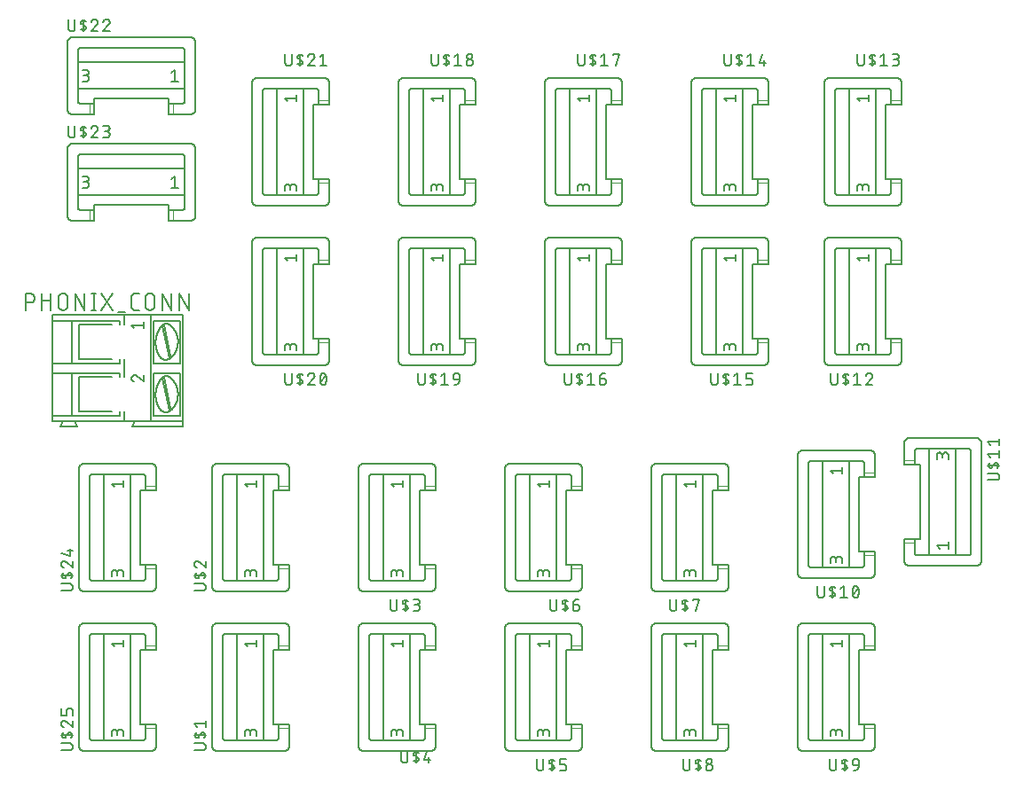
<source format=gbr>
G04 EAGLE Gerber RS-274X export*
G75*
%MOMM*%
%FSLAX34Y34*%
%LPD*%
%INSilkscreen Top*%
%IPPOS*%
%AMOC8*
5,1,8,0,0,1.08239X$1,22.5*%
G01*
%ADD10C,0.152400*%
%ADD11C,0.127000*%
%ADD12C,0.177800*%
%ADD13C,0.050800*%


D10*
X138430Y355600D02*
X107950Y355600D01*
X138430Y355600D02*
X138430Y457200D01*
X138430Y355600D02*
X138430Y350520D01*
X90170Y350520D01*
X92710Y355600D01*
X24130Y355600D02*
X21590Y350520D01*
X24130Y355600D02*
X13970Y355600D01*
X35560Y355600D02*
X38100Y350520D01*
X35560Y355600D02*
X24130Y355600D01*
X21590Y350520D02*
X38100Y350520D01*
X33020Y401828D02*
X13970Y401828D01*
X33020Y361188D02*
X78740Y361188D01*
X13970Y361188D02*
X13970Y401828D01*
X13970Y361188D02*
X13970Y355600D01*
X13970Y411226D02*
X33020Y411226D01*
X13970Y411226D02*
X13970Y401828D01*
X33020Y451866D02*
X78740Y451866D01*
X13970Y451866D02*
X13970Y457200D01*
X13970Y451866D02*
X13970Y411226D01*
X33020Y401828D02*
X33020Y361188D01*
X33020Y401828D02*
X78740Y401828D01*
X33020Y361188D02*
X13970Y361188D01*
X33020Y411226D02*
X33020Y451866D01*
X33020Y411226D02*
X78740Y411226D01*
X33020Y451866D02*
X13970Y451866D01*
X39370Y364998D02*
X71120Y364998D01*
X39370Y364998D02*
X39370Y398018D01*
X71120Y398018D01*
X71120Y415036D02*
X39370Y415036D01*
X39370Y448056D01*
X71120Y448056D01*
X82550Y457200D02*
X13970Y457200D01*
X82550Y457200D02*
X107950Y457200D01*
X92710Y355600D02*
X82550Y355600D01*
X35560Y355600D01*
X107950Y355600D02*
X107950Y457200D01*
X138430Y457200D01*
X107950Y355600D02*
X92710Y355600D01*
X110490Y401828D02*
X135890Y401828D01*
X135890Y361188D01*
X110490Y361188D01*
X110490Y401828D01*
X110490Y411226D02*
X135890Y411226D01*
X110490Y411226D02*
X110490Y451866D01*
X135890Y451866D01*
X135890Y411226D01*
X126745Y366269D02*
X126620Y366159D01*
X126493Y366053D01*
X126363Y365949D01*
X126230Y365849D01*
X126096Y365752D01*
X125958Y365658D01*
X125819Y365568D01*
X125677Y365481D01*
X125534Y365397D01*
X125388Y365317D01*
X125240Y365241D01*
X125091Y365168D01*
X124940Y365099D01*
X124787Y365034D01*
X124633Y364972D01*
X124477Y364914D01*
X124320Y364860D01*
X124161Y364810D01*
X124002Y364763D01*
X123841Y364721D01*
X123680Y364682D01*
X123517Y364647D01*
X123354Y364617D01*
X123190Y364590D01*
X123025Y364567D01*
X122860Y364549D01*
X122694Y364534D01*
X122529Y364523D01*
X122362Y364517D01*
X122196Y364514D01*
X122030Y364515D01*
X121864Y364521D01*
X121698Y364531D01*
X121533Y364544D01*
X121367Y364562D01*
X121202Y364583D01*
X121038Y364609D01*
X120875Y364638D01*
X120712Y364672D01*
X120550Y364709D01*
X120389Y364751D01*
X120229Y364796D01*
X120071Y364845D01*
X119913Y364898D01*
X119757Y364955D01*
X119602Y365016D01*
X119449Y365080D01*
X119297Y365148D01*
X119147Y365220D01*
X118999Y365296D01*
X118853Y365375D01*
X118709Y365457D01*
X118567Y365543D01*
X118427Y365632D01*
X118289Y365725D01*
X118153Y365821D01*
X118020Y365921D01*
X117889Y366023D01*
X117761Y366129D01*
X117635Y366238D01*
X117513Y366350D01*
X117392Y366464D01*
X117275Y366582D01*
X117161Y366703D01*
X117049Y366826D01*
X117389Y366362D02*
X117038Y366843D01*
X116698Y367332D01*
X116370Y367830D01*
X116055Y368335D01*
X115752Y368848D01*
X115462Y369368D01*
X115184Y369895D01*
X114920Y370428D01*
X114668Y370968D01*
X114430Y371514D01*
X114205Y372065D01*
X113994Y372622D01*
X113796Y373184D01*
X113612Y373750D01*
X113442Y374321D01*
X113286Y374896D01*
X113144Y375474D01*
X113016Y376056D01*
X112903Y376640D01*
X112803Y377228D01*
X112719Y377817D01*
X112648Y378408D01*
X112592Y379001D01*
X112550Y379595D01*
X112523Y380190D01*
X112511Y380786D01*
X112513Y381381D01*
X112530Y381977D01*
X112561Y382571D01*
X112606Y383165D01*
X112666Y383758D01*
X112741Y384348D01*
X112830Y384937D01*
X112933Y385524D01*
X113051Y386108D01*
X113182Y386688D01*
X113328Y387266D01*
X113488Y387839D01*
X113662Y388409D01*
X113850Y388974D01*
X114052Y389535D01*
X114267Y390090D01*
X114495Y390640D01*
X114737Y391184D01*
X114993Y391722D01*
X115261Y392254D01*
X115542Y392779D01*
X115836Y393297D01*
X116142Y393807D01*
X116461Y394310D01*
X116792Y394806D01*
X117135Y395292D01*
X117490Y395771D01*
X117856Y396240D01*
X126238Y397764D02*
X126622Y397445D01*
X126998Y397117D01*
X127366Y396780D01*
X127726Y396434D01*
X128078Y396080D01*
X128421Y395717D01*
X128754Y395346D01*
X129079Y394967D01*
X129395Y394580D01*
X129701Y394185D01*
X129997Y393784D01*
X130284Y393375D01*
X130560Y392960D01*
X130826Y392537D01*
X131082Y392109D01*
X131328Y391674D01*
X131563Y391234D01*
X131787Y390788D01*
X132001Y390337D01*
X132203Y389881D01*
X132394Y389420D01*
X132574Y388954D01*
X132743Y388484D01*
X132900Y388010D01*
X133046Y387533D01*
X133180Y387052D01*
X133302Y386568D01*
X133413Y386082D01*
X133512Y385592D01*
X133599Y385101D01*
X133674Y384607D01*
X133737Y384112D01*
X133787Y383616D01*
X133826Y383118D01*
X133853Y382620D01*
X133868Y382121D01*
X133871Y381621D01*
X133861Y381122D01*
X133839Y380624D01*
X133806Y380126D01*
X133760Y379629D01*
X133702Y379133D01*
X133633Y378639D01*
X133551Y378146D01*
X133457Y377656D01*
X133352Y377168D01*
X133234Y376683D01*
X133105Y376201D01*
X132965Y375722D01*
X132812Y375246D01*
X132649Y374775D01*
X132474Y374308D01*
X132287Y373844D01*
X132090Y373386D01*
X131881Y372933D01*
X131661Y372484D01*
X131431Y372042D01*
X131190Y371604D01*
X130939Y371173D01*
X130677Y370748D01*
X130404Y370330D01*
X130122Y369918D01*
X129830Y369514D01*
X129528Y369116D01*
X129217Y368726D01*
X128896Y368343D01*
X128566Y367969D01*
X128227Y367602D01*
X127880Y367244D01*
X127523Y366895D01*
X127159Y366554D01*
X126786Y366222D01*
X117497Y395819D02*
X117572Y395951D01*
X117651Y396081D01*
X117733Y396209D01*
X117819Y396334D01*
X117907Y396458D01*
X117999Y396579D01*
X118094Y396698D01*
X118192Y396814D01*
X118292Y396928D01*
X118396Y397039D01*
X118502Y397147D01*
X118612Y397253D01*
X118724Y397356D01*
X118838Y397456D01*
X118955Y397552D01*
X119074Y397646D01*
X119196Y397737D01*
X119320Y397825D01*
X119447Y397909D01*
X119575Y397991D01*
X119705Y398069D01*
X119838Y398143D01*
X119972Y398214D01*
X120108Y398282D01*
X120246Y398346D01*
X120385Y398407D01*
X120526Y398464D01*
X120668Y398517D01*
X120812Y398567D01*
X120956Y398613D01*
X121102Y398655D01*
X121249Y398694D01*
X121397Y398728D01*
X121546Y398759D01*
X121695Y398787D01*
X121846Y398810D01*
X121996Y398829D01*
X122147Y398845D01*
X122299Y398857D01*
X122451Y398865D01*
X122602Y398868D01*
X122754Y398869D01*
X122906Y398865D01*
X123058Y398857D01*
X123209Y398845D01*
X123361Y398830D01*
X123511Y398811D01*
X123661Y398787D01*
X123811Y398760D01*
X123960Y398730D01*
X124108Y398695D01*
X124255Y398656D01*
X124401Y398614D01*
X124545Y398568D01*
X124689Y398519D01*
X124831Y398465D01*
X124972Y398409D01*
X125112Y398348D01*
X125249Y398284D01*
X125385Y398217D01*
X125520Y398146D01*
X125652Y398071D01*
X125783Y397993D01*
X125911Y397912D01*
X126038Y397828D01*
X126162Y397740D01*
X126284Y397650D01*
X126403Y397556D01*
X126520Y397459D01*
X126635Y397359D01*
X126747Y397256D01*
X120650Y397764D02*
X127000Y367284D01*
X125730Y366014D02*
X119380Y396494D01*
X117049Y416864D02*
X117161Y416741D01*
X117275Y416620D01*
X117392Y416502D01*
X117513Y416388D01*
X117635Y416276D01*
X117761Y416167D01*
X117889Y416061D01*
X118020Y415959D01*
X118153Y415859D01*
X118289Y415763D01*
X118427Y415670D01*
X118567Y415581D01*
X118709Y415495D01*
X118853Y415413D01*
X118999Y415334D01*
X119147Y415258D01*
X119297Y415186D01*
X119449Y415118D01*
X119602Y415054D01*
X119757Y414993D01*
X119913Y414936D01*
X120071Y414883D01*
X120229Y414834D01*
X120389Y414789D01*
X120550Y414747D01*
X120712Y414710D01*
X120875Y414676D01*
X121038Y414647D01*
X121202Y414621D01*
X121367Y414600D01*
X121533Y414582D01*
X121698Y414569D01*
X121864Y414559D01*
X122030Y414553D01*
X122196Y414552D01*
X122362Y414555D01*
X122529Y414561D01*
X122694Y414572D01*
X122860Y414587D01*
X123025Y414605D01*
X123190Y414628D01*
X123354Y414655D01*
X123517Y414685D01*
X123680Y414720D01*
X123841Y414759D01*
X124002Y414801D01*
X124161Y414848D01*
X124320Y414898D01*
X124477Y414952D01*
X124633Y415010D01*
X124787Y415072D01*
X124940Y415137D01*
X125091Y415206D01*
X125240Y415279D01*
X125388Y415355D01*
X125534Y415435D01*
X125677Y415519D01*
X125819Y415606D01*
X125958Y415696D01*
X126096Y415790D01*
X126230Y415887D01*
X126363Y415987D01*
X126493Y416091D01*
X126620Y416197D01*
X126745Y416307D01*
X117388Y416400D02*
X117036Y416881D01*
X116697Y417370D01*
X116369Y417867D01*
X116054Y418372D01*
X115751Y418885D01*
X115460Y419405D01*
X115183Y419932D01*
X114918Y420466D01*
X114667Y421005D01*
X114429Y421551D01*
X114204Y422103D01*
X113992Y422660D01*
X113795Y423221D01*
X113611Y423788D01*
X113441Y424359D01*
X113285Y424933D01*
X113143Y425512D01*
X113015Y426093D01*
X112902Y426678D01*
X112802Y427265D01*
X112717Y427855D01*
X112647Y428446D01*
X112591Y429039D01*
X112549Y429633D01*
X112522Y430228D01*
X112510Y430824D01*
X112512Y431419D01*
X112529Y432014D01*
X112560Y432609D01*
X112605Y433203D01*
X112665Y433795D01*
X112740Y434386D01*
X112829Y434975D01*
X112932Y435562D01*
X113050Y436146D01*
X113182Y436726D01*
X113328Y437304D01*
X113488Y437877D01*
X113662Y438447D01*
X113849Y439012D01*
X114051Y439573D01*
X114266Y440128D01*
X114495Y440678D01*
X114737Y441222D01*
X114992Y441760D01*
X115260Y442292D01*
X115541Y442817D01*
X115835Y443335D01*
X116142Y443845D01*
X116461Y444348D01*
X116792Y444844D01*
X117135Y445330D01*
X117489Y445809D01*
X117856Y446278D01*
X126238Y447802D02*
X126622Y447483D01*
X126999Y447155D01*
X127367Y446818D01*
X127727Y446472D01*
X128078Y446118D01*
X128421Y445755D01*
X128755Y445384D01*
X129080Y445005D01*
X129395Y444618D01*
X129702Y444224D01*
X129998Y443822D01*
X130284Y443413D01*
X130561Y442998D01*
X130827Y442576D01*
X131084Y442147D01*
X131329Y441712D01*
X131564Y441272D01*
X131789Y440826D01*
X132002Y440375D01*
X132204Y439918D01*
X132396Y439457D01*
X132576Y438992D01*
X132744Y438522D01*
X132902Y438048D01*
X133047Y437571D01*
X133182Y437090D01*
X133304Y436606D01*
X133415Y436119D01*
X133513Y435630D01*
X133600Y435138D01*
X133675Y434645D01*
X133738Y434150D01*
X133789Y433653D01*
X133828Y433155D01*
X133855Y432657D01*
X133870Y432158D01*
X133873Y431659D01*
X133863Y431160D01*
X133842Y430661D01*
X133808Y430163D01*
X133762Y429666D01*
X133704Y429170D01*
X133635Y428676D01*
X133553Y428183D01*
X133459Y427693D01*
X133354Y427205D01*
X133237Y426720D01*
X133108Y426237D01*
X132967Y425758D01*
X132815Y425283D01*
X132651Y424812D01*
X132476Y424344D01*
X132290Y423881D01*
X132092Y423422D01*
X131883Y422969D01*
X131664Y422521D01*
X131434Y422078D01*
X131193Y421641D01*
X130941Y421209D01*
X130679Y420784D01*
X130407Y420366D01*
X130125Y419954D01*
X129833Y419549D01*
X129531Y419152D01*
X129219Y418762D01*
X128899Y418379D01*
X128569Y418005D01*
X128230Y417638D01*
X127882Y417280D01*
X127526Y416930D01*
X127161Y416589D01*
X126788Y416257D01*
X117497Y445857D02*
X117572Y445989D01*
X117651Y446119D01*
X117733Y446247D01*
X117819Y446372D01*
X117907Y446496D01*
X117999Y446617D01*
X118094Y446736D01*
X118192Y446852D01*
X118292Y446966D01*
X118396Y447077D01*
X118502Y447185D01*
X118612Y447291D01*
X118724Y447394D01*
X118838Y447494D01*
X118955Y447590D01*
X119074Y447684D01*
X119196Y447775D01*
X119320Y447863D01*
X119447Y447947D01*
X119575Y448029D01*
X119705Y448107D01*
X119838Y448181D01*
X119972Y448252D01*
X120108Y448320D01*
X120246Y448384D01*
X120385Y448445D01*
X120526Y448502D01*
X120668Y448555D01*
X120812Y448605D01*
X120956Y448651D01*
X121102Y448693D01*
X121249Y448732D01*
X121397Y448766D01*
X121546Y448797D01*
X121695Y448825D01*
X121846Y448848D01*
X121996Y448867D01*
X122147Y448883D01*
X122299Y448895D01*
X122451Y448903D01*
X122602Y448906D01*
X122754Y448907D01*
X122906Y448903D01*
X123058Y448895D01*
X123209Y448883D01*
X123361Y448868D01*
X123511Y448849D01*
X123661Y448825D01*
X123811Y448798D01*
X123960Y448768D01*
X124108Y448733D01*
X124255Y448694D01*
X124401Y448652D01*
X124545Y448606D01*
X124689Y448557D01*
X124831Y448503D01*
X124972Y448447D01*
X125112Y448386D01*
X125249Y448322D01*
X125385Y448255D01*
X125520Y448184D01*
X125652Y448109D01*
X125783Y448031D01*
X125911Y447950D01*
X126038Y447866D01*
X126162Y447778D01*
X126284Y447688D01*
X126403Y447594D01*
X126520Y447497D01*
X126635Y447397D01*
X126747Y447294D01*
X120650Y447802D02*
X127000Y417322D01*
X125730Y416052D02*
X119380Y446532D01*
X78740Y448056D02*
X78740Y451866D01*
X78740Y415036D02*
X78740Y411226D01*
X82550Y448056D02*
X82550Y457200D01*
X82550Y415036D02*
X82550Y398018D01*
X82550Y364998D02*
X82550Y355600D01*
X78740Y361188D02*
X78740Y364998D01*
X78740Y398018D02*
X78740Y401828D01*
D11*
X92075Y444373D02*
X89535Y447548D01*
X100965Y447548D01*
X100965Y444373D02*
X100965Y450723D01*
X92393Y399924D02*
X92289Y399922D01*
X92184Y399916D01*
X92080Y399907D01*
X91977Y399894D01*
X91874Y399876D01*
X91772Y399856D01*
X91670Y399831D01*
X91570Y399803D01*
X91470Y399771D01*
X91372Y399735D01*
X91275Y399696D01*
X91180Y399654D01*
X91086Y399608D01*
X90994Y399558D01*
X90904Y399506D01*
X90816Y399450D01*
X90730Y399390D01*
X90646Y399328D01*
X90565Y399263D01*
X90486Y399195D01*
X90409Y399123D01*
X90336Y399050D01*
X90264Y398973D01*
X90196Y398894D01*
X90131Y398813D01*
X90069Y398729D01*
X90009Y398643D01*
X89953Y398555D01*
X89901Y398465D01*
X89851Y398373D01*
X89805Y398279D01*
X89763Y398184D01*
X89724Y398087D01*
X89688Y397989D01*
X89656Y397889D01*
X89628Y397789D01*
X89603Y397687D01*
X89583Y397585D01*
X89565Y397482D01*
X89552Y397379D01*
X89543Y397275D01*
X89537Y397170D01*
X89535Y397066D01*
X89537Y396948D01*
X89543Y396829D01*
X89552Y396711D01*
X89565Y396594D01*
X89583Y396477D01*
X89603Y396360D01*
X89628Y396244D01*
X89656Y396129D01*
X89689Y396016D01*
X89724Y395903D01*
X89764Y395791D01*
X89806Y395681D01*
X89853Y395572D01*
X89903Y395464D01*
X89956Y395359D01*
X90013Y395255D01*
X90073Y395153D01*
X90136Y395053D01*
X90203Y394955D01*
X90272Y394859D01*
X90345Y394766D01*
X90421Y394675D01*
X90499Y394586D01*
X90581Y394500D01*
X90665Y394417D01*
X90751Y394336D01*
X90841Y394259D01*
X90932Y394184D01*
X91026Y394112D01*
X91123Y394043D01*
X91221Y393978D01*
X91322Y393915D01*
X91425Y393856D01*
X91529Y393800D01*
X91635Y393748D01*
X91743Y393699D01*
X91852Y393654D01*
X91963Y393612D01*
X92075Y393574D01*
X94615Y398971D02*
X94540Y399047D01*
X94461Y399122D01*
X94380Y399193D01*
X94296Y399262D01*
X94210Y399327D01*
X94122Y399389D01*
X94032Y399449D01*
X93940Y399505D01*
X93845Y399558D01*
X93749Y399607D01*
X93651Y399653D01*
X93552Y399696D01*
X93451Y399735D01*
X93349Y399770D01*
X93246Y399802D01*
X93142Y399830D01*
X93037Y399855D01*
X92930Y399876D01*
X92824Y399893D01*
X92717Y399906D01*
X92609Y399915D01*
X92501Y399921D01*
X92393Y399923D01*
X94615Y398971D02*
X100965Y393573D01*
X100965Y399923D01*
D12*
X-11811Y461899D02*
X-11811Y477901D01*
X-7366Y477901D01*
X-7234Y477899D01*
X-7103Y477893D01*
X-6971Y477883D01*
X-6840Y477870D01*
X-6710Y477852D01*
X-6580Y477831D01*
X-6450Y477806D01*
X-6322Y477777D01*
X-6194Y477744D01*
X-6068Y477707D01*
X-5942Y477667D01*
X-5818Y477623D01*
X-5695Y477575D01*
X-5574Y477524D01*
X-5454Y477469D01*
X-5336Y477411D01*
X-5220Y477349D01*
X-5106Y477283D01*
X-4993Y477215D01*
X-4883Y477143D01*
X-4775Y477068D01*
X-4669Y476989D01*
X-4565Y476908D01*
X-4464Y476823D01*
X-4366Y476736D01*
X-4270Y476645D01*
X-4177Y476552D01*
X-4086Y476456D01*
X-3999Y476358D01*
X-3914Y476257D01*
X-3833Y476153D01*
X-3754Y476047D01*
X-3679Y475939D01*
X-3607Y475829D01*
X-3539Y475716D01*
X-3473Y475602D01*
X-3411Y475486D01*
X-3353Y475368D01*
X-3298Y475248D01*
X-3247Y475127D01*
X-3199Y475004D01*
X-3155Y474880D01*
X-3115Y474754D01*
X-3078Y474628D01*
X-3045Y474500D01*
X-3016Y474372D01*
X-2991Y474242D01*
X-2970Y474112D01*
X-2952Y473982D01*
X-2939Y473851D01*
X-2929Y473719D01*
X-2923Y473588D01*
X-2921Y473456D01*
X-2923Y473324D01*
X-2929Y473193D01*
X-2939Y473061D01*
X-2952Y472930D01*
X-2970Y472800D01*
X-2991Y472670D01*
X-3016Y472540D01*
X-3045Y472412D01*
X-3078Y472284D01*
X-3115Y472158D01*
X-3155Y472032D01*
X-3199Y471908D01*
X-3247Y471785D01*
X-3298Y471664D01*
X-3353Y471544D01*
X-3411Y471426D01*
X-3473Y471310D01*
X-3539Y471196D01*
X-3607Y471083D01*
X-3679Y470973D01*
X-3754Y470865D01*
X-3833Y470759D01*
X-3914Y470655D01*
X-3999Y470554D01*
X-4086Y470456D01*
X-4177Y470360D01*
X-4270Y470267D01*
X-4366Y470176D01*
X-4464Y470089D01*
X-4565Y470004D01*
X-4669Y469923D01*
X-4775Y469844D01*
X-4883Y469769D01*
X-4993Y469697D01*
X-5106Y469629D01*
X-5220Y469563D01*
X-5336Y469501D01*
X-5454Y469443D01*
X-5574Y469388D01*
X-5695Y469337D01*
X-5818Y469289D01*
X-5942Y469245D01*
X-6068Y469205D01*
X-6194Y469168D01*
X-6322Y469135D01*
X-6450Y469106D01*
X-6580Y469081D01*
X-6710Y469060D01*
X-6840Y469042D01*
X-6971Y469029D01*
X-7103Y469019D01*
X-7234Y469013D01*
X-7366Y469011D01*
X-11811Y469011D01*
X3588Y461899D02*
X3588Y477901D01*
X3588Y470789D02*
X12478Y470789D01*
X12478Y477901D02*
X12478Y461899D01*
X19740Y466344D02*
X19740Y473456D01*
X19742Y473588D01*
X19748Y473719D01*
X19758Y473851D01*
X19771Y473982D01*
X19789Y474112D01*
X19810Y474242D01*
X19835Y474372D01*
X19864Y474500D01*
X19897Y474628D01*
X19934Y474754D01*
X19974Y474880D01*
X20018Y475004D01*
X20066Y475127D01*
X20117Y475248D01*
X20172Y475368D01*
X20230Y475486D01*
X20292Y475602D01*
X20358Y475716D01*
X20426Y475829D01*
X20498Y475939D01*
X20573Y476047D01*
X20652Y476153D01*
X20733Y476257D01*
X20818Y476358D01*
X20905Y476456D01*
X20996Y476552D01*
X21089Y476645D01*
X21185Y476736D01*
X21283Y476823D01*
X21384Y476908D01*
X21488Y476989D01*
X21594Y477068D01*
X21702Y477143D01*
X21812Y477215D01*
X21925Y477283D01*
X22039Y477349D01*
X22155Y477411D01*
X22273Y477469D01*
X22393Y477524D01*
X22514Y477575D01*
X22637Y477623D01*
X22761Y477667D01*
X22887Y477707D01*
X23013Y477744D01*
X23141Y477777D01*
X23269Y477806D01*
X23399Y477831D01*
X23529Y477852D01*
X23659Y477870D01*
X23790Y477883D01*
X23922Y477893D01*
X24053Y477899D01*
X24185Y477901D01*
X24317Y477899D01*
X24448Y477893D01*
X24580Y477883D01*
X24711Y477870D01*
X24841Y477852D01*
X24971Y477831D01*
X25101Y477806D01*
X25229Y477777D01*
X25357Y477744D01*
X25483Y477707D01*
X25609Y477667D01*
X25733Y477623D01*
X25856Y477575D01*
X25977Y477524D01*
X26097Y477469D01*
X26215Y477411D01*
X26331Y477349D01*
X26445Y477283D01*
X26558Y477215D01*
X26668Y477143D01*
X26776Y477068D01*
X26882Y476989D01*
X26986Y476908D01*
X27087Y476823D01*
X27185Y476736D01*
X27281Y476645D01*
X27374Y476552D01*
X27465Y476456D01*
X27552Y476358D01*
X27637Y476257D01*
X27718Y476153D01*
X27797Y476047D01*
X27872Y475939D01*
X27944Y475829D01*
X28012Y475716D01*
X28078Y475602D01*
X28140Y475486D01*
X28198Y475368D01*
X28253Y475248D01*
X28304Y475127D01*
X28352Y475004D01*
X28396Y474880D01*
X28436Y474754D01*
X28473Y474628D01*
X28506Y474500D01*
X28535Y474372D01*
X28560Y474242D01*
X28581Y474112D01*
X28599Y473982D01*
X28612Y473851D01*
X28622Y473719D01*
X28628Y473588D01*
X28630Y473456D01*
X28630Y466344D01*
X28628Y466212D01*
X28622Y466081D01*
X28612Y465949D01*
X28599Y465818D01*
X28581Y465688D01*
X28560Y465558D01*
X28535Y465428D01*
X28506Y465300D01*
X28473Y465172D01*
X28436Y465046D01*
X28396Y464920D01*
X28352Y464796D01*
X28304Y464673D01*
X28253Y464552D01*
X28198Y464432D01*
X28140Y464314D01*
X28078Y464198D01*
X28012Y464084D01*
X27944Y463971D01*
X27872Y463861D01*
X27797Y463753D01*
X27718Y463647D01*
X27637Y463543D01*
X27552Y463442D01*
X27465Y463344D01*
X27374Y463248D01*
X27281Y463155D01*
X27185Y463064D01*
X27087Y462977D01*
X26986Y462892D01*
X26882Y462811D01*
X26776Y462732D01*
X26668Y462657D01*
X26558Y462585D01*
X26445Y462517D01*
X26331Y462451D01*
X26215Y462389D01*
X26097Y462331D01*
X25977Y462276D01*
X25856Y462225D01*
X25733Y462177D01*
X25609Y462133D01*
X25483Y462093D01*
X25357Y462056D01*
X25229Y462023D01*
X25101Y461994D01*
X24971Y461969D01*
X24841Y461948D01*
X24711Y461930D01*
X24580Y461917D01*
X24448Y461907D01*
X24317Y461901D01*
X24185Y461899D01*
X24053Y461901D01*
X23922Y461907D01*
X23790Y461917D01*
X23659Y461930D01*
X23529Y461948D01*
X23399Y461969D01*
X23269Y461994D01*
X23141Y462023D01*
X23013Y462056D01*
X22887Y462093D01*
X22761Y462133D01*
X22637Y462177D01*
X22514Y462225D01*
X22393Y462276D01*
X22273Y462331D01*
X22155Y462389D01*
X22039Y462451D01*
X21925Y462517D01*
X21812Y462585D01*
X21702Y462657D01*
X21594Y462732D01*
X21488Y462811D01*
X21384Y462892D01*
X21283Y462977D01*
X21185Y463064D01*
X21089Y463155D01*
X20996Y463248D01*
X20905Y463344D01*
X20818Y463442D01*
X20733Y463543D01*
X20652Y463647D01*
X20573Y463753D01*
X20498Y463861D01*
X20426Y463971D01*
X20358Y464084D01*
X20292Y464198D01*
X20230Y464314D01*
X20172Y464432D01*
X20117Y464552D01*
X20066Y464673D01*
X20018Y464796D01*
X19974Y464920D01*
X19934Y465046D01*
X19897Y465172D01*
X19864Y465300D01*
X19835Y465428D01*
X19810Y465558D01*
X19789Y465688D01*
X19771Y465818D01*
X19758Y465949D01*
X19748Y466081D01*
X19742Y466212D01*
X19740Y466344D01*
X35892Y461899D02*
X35892Y477901D01*
X44782Y461899D01*
X44782Y477901D01*
X53363Y477901D02*
X53363Y461899D01*
X51585Y461899D02*
X55141Y461899D01*
X55141Y477901D02*
X51585Y477901D01*
X60534Y461899D02*
X71202Y477901D01*
X60534Y477901D02*
X71202Y461899D01*
X76380Y460121D02*
X83492Y460121D01*
X93072Y461899D02*
X96628Y461899D01*
X93072Y461899D02*
X92956Y461901D01*
X92839Y461907D01*
X92723Y461916D01*
X92608Y461929D01*
X92493Y461946D01*
X92378Y461967D01*
X92265Y461992D01*
X92152Y462020D01*
X92040Y462052D01*
X91929Y462088D01*
X91819Y462127D01*
X91711Y462170D01*
X91604Y462216D01*
X91499Y462266D01*
X91396Y462319D01*
X91294Y462375D01*
X91194Y462435D01*
X91096Y462498D01*
X91001Y462565D01*
X90907Y462634D01*
X90816Y462706D01*
X90727Y462781D01*
X90641Y462860D01*
X90558Y462941D01*
X90477Y463024D01*
X90398Y463110D01*
X90323Y463199D01*
X90251Y463290D01*
X90182Y463384D01*
X90115Y463479D01*
X90052Y463577D01*
X89992Y463677D01*
X89936Y463779D01*
X89883Y463882D01*
X89833Y463987D01*
X89787Y464094D01*
X89744Y464202D01*
X89705Y464312D01*
X89669Y464423D01*
X89637Y464535D01*
X89609Y464648D01*
X89584Y464761D01*
X89563Y464876D01*
X89546Y464991D01*
X89533Y465106D01*
X89524Y465222D01*
X89518Y465339D01*
X89516Y465455D01*
X89516Y474345D01*
X89518Y474461D01*
X89524Y474578D01*
X89533Y474694D01*
X89546Y474809D01*
X89563Y474924D01*
X89584Y475039D01*
X89609Y475152D01*
X89637Y475265D01*
X89669Y475377D01*
X89705Y475488D01*
X89744Y475598D01*
X89787Y475706D01*
X89833Y475813D01*
X89883Y475918D01*
X89936Y476021D01*
X89992Y476123D01*
X90052Y476223D01*
X90115Y476321D01*
X90182Y476416D01*
X90251Y476510D01*
X90323Y476601D01*
X90398Y476690D01*
X90477Y476776D01*
X90558Y476859D01*
X90641Y476940D01*
X90727Y477019D01*
X90816Y477094D01*
X90907Y477166D01*
X91001Y477235D01*
X91096Y477302D01*
X91194Y477365D01*
X91294Y477425D01*
X91396Y477481D01*
X91499Y477534D01*
X91604Y477584D01*
X91711Y477630D01*
X91819Y477673D01*
X91929Y477712D01*
X92040Y477748D01*
X92152Y477780D01*
X92265Y477808D01*
X92378Y477833D01*
X92493Y477854D01*
X92608Y477871D01*
X92723Y477884D01*
X92839Y477893D01*
X92956Y477899D01*
X93072Y477901D01*
X96628Y477901D01*
X102586Y473456D02*
X102586Y466344D01*
X102586Y473456D02*
X102588Y473588D01*
X102594Y473719D01*
X102604Y473851D01*
X102617Y473982D01*
X102635Y474112D01*
X102656Y474242D01*
X102681Y474372D01*
X102710Y474500D01*
X102743Y474628D01*
X102780Y474754D01*
X102820Y474880D01*
X102864Y475004D01*
X102912Y475127D01*
X102963Y475248D01*
X103018Y475368D01*
X103076Y475486D01*
X103138Y475602D01*
X103204Y475716D01*
X103272Y475829D01*
X103344Y475939D01*
X103419Y476047D01*
X103498Y476153D01*
X103579Y476257D01*
X103664Y476358D01*
X103751Y476456D01*
X103842Y476552D01*
X103935Y476645D01*
X104031Y476736D01*
X104129Y476823D01*
X104230Y476908D01*
X104334Y476989D01*
X104440Y477068D01*
X104548Y477143D01*
X104658Y477215D01*
X104771Y477283D01*
X104885Y477349D01*
X105001Y477411D01*
X105119Y477469D01*
X105239Y477524D01*
X105360Y477575D01*
X105483Y477623D01*
X105607Y477667D01*
X105733Y477707D01*
X105859Y477744D01*
X105987Y477777D01*
X106115Y477806D01*
X106245Y477831D01*
X106375Y477852D01*
X106505Y477870D01*
X106636Y477883D01*
X106768Y477893D01*
X106899Y477899D01*
X107031Y477901D01*
X107163Y477899D01*
X107294Y477893D01*
X107426Y477883D01*
X107557Y477870D01*
X107687Y477852D01*
X107817Y477831D01*
X107947Y477806D01*
X108075Y477777D01*
X108203Y477744D01*
X108329Y477707D01*
X108455Y477667D01*
X108579Y477623D01*
X108702Y477575D01*
X108823Y477524D01*
X108943Y477469D01*
X109061Y477411D01*
X109177Y477349D01*
X109291Y477283D01*
X109404Y477215D01*
X109514Y477143D01*
X109622Y477068D01*
X109728Y476989D01*
X109832Y476908D01*
X109933Y476823D01*
X110031Y476736D01*
X110127Y476645D01*
X110220Y476552D01*
X110311Y476456D01*
X110398Y476358D01*
X110483Y476257D01*
X110564Y476153D01*
X110643Y476047D01*
X110718Y475939D01*
X110790Y475829D01*
X110858Y475716D01*
X110924Y475602D01*
X110986Y475486D01*
X111044Y475368D01*
X111099Y475248D01*
X111150Y475127D01*
X111198Y475004D01*
X111242Y474880D01*
X111282Y474754D01*
X111319Y474628D01*
X111352Y474500D01*
X111381Y474372D01*
X111406Y474242D01*
X111427Y474112D01*
X111445Y473982D01*
X111458Y473851D01*
X111468Y473719D01*
X111474Y473588D01*
X111476Y473456D01*
X111476Y466344D01*
X111474Y466212D01*
X111468Y466081D01*
X111458Y465949D01*
X111445Y465818D01*
X111427Y465688D01*
X111406Y465558D01*
X111381Y465428D01*
X111352Y465300D01*
X111319Y465172D01*
X111282Y465046D01*
X111242Y464920D01*
X111198Y464796D01*
X111150Y464673D01*
X111099Y464552D01*
X111044Y464432D01*
X110986Y464314D01*
X110924Y464198D01*
X110858Y464084D01*
X110790Y463971D01*
X110718Y463861D01*
X110643Y463753D01*
X110564Y463647D01*
X110483Y463543D01*
X110398Y463442D01*
X110311Y463344D01*
X110220Y463248D01*
X110127Y463155D01*
X110031Y463064D01*
X109933Y462977D01*
X109832Y462892D01*
X109728Y462811D01*
X109622Y462732D01*
X109514Y462657D01*
X109404Y462585D01*
X109291Y462517D01*
X109177Y462451D01*
X109061Y462389D01*
X108943Y462331D01*
X108823Y462276D01*
X108702Y462225D01*
X108579Y462177D01*
X108455Y462133D01*
X108329Y462093D01*
X108203Y462056D01*
X108075Y462023D01*
X107947Y461994D01*
X107817Y461969D01*
X107687Y461948D01*
X107557Y461930D01*
X107426Y461917D01*
X107294Y461907D01*
X107163Y461901D01*
X107031Y461899D01*
X106899Y461901D01*
X106768Y461907D01*
X106636Y461917D01*
X106505Y461930D01*
X106375Y461948D01*
X106245Y461969D01*
X106115Y461994D01*
X105987Y462023D01*
X105859Y462056D01*
X105733Y462093D01*
X105607Y462133D01*
X105483Y462177D01*
X105360Y462225D01*
X105239Y462276D01*
X105119Y462331D01*
X105001Y462389D01*
X104885Y462451D01*
X104771Y462517D01*
X104658Y462585D01*
X104548Y462657D01*
X104440Y462732D01*
X104334Y462811D01*
X104230Y462892D01*
X104129Y462977D01*
X104031Y463064D01*
X103935Y463155D01*
X103842Y463248D01*
X103751Y463344D01*
X103664Y463442D01*
X103579Y463543D01*
X103498Y463647D01*
X103419Y463753D01*
X103344Y463861D01*
X103272Y463971D01*
X103204Y464084D01*
X103138Y464198D01*
X103076Y464314D01*
X103018Y464432D01*
X102963Y464552D01*
X102912Y464673D01*
X102864Y464796D01*
X102820Y464920D01*
X102780Y465046D01*
X102743Y465172D01*
X102710Y465300D01*
X102681Y465428D01*
X102656Y465558D01*
X102635Y465688D01*
X102617Y465818D01*
X102604Y465949D01*
X102594Y466081D01*
X102588Y466212D01*
X102586Y466344D01*
X118738Y461899D02*
X118738Y477901D01*
X127628Y461899D01*
X127628Y477901D01*
X135411Y477901D02*
X135411Y461899D01*
X144301Y461899D02*
X135411Y477901D01*
X144301Y477901D02*
X144301Y461899D01*
D10*
X227330Y153020D02*
X227430Y153018D01*
X227529Y153012D01*
X227629Y153002D01*
X227727Y152989D01*
X227826Y152971D01*
X227923Y152950D01*
X228019Y152925D01*
X228115Y152896D01*
X228209Y152863D01*
X228302Y152827D01*
X228393Y152787D01*
X228483Y152743D01*
X228571Y152696D01*
X228657Y152646D01*
X228741Y152592D01*
X228823Y152535D01*
X228902Y152475D01*
X228980Y152411D01*
X229054Y152345D01*
X229126Y152276D01*
X229195Y152204D01*
X229261Y152130D01*
X229325Y152052D01*
X229385Y151973D01*
X229442Y151891D01*
X229496Y151807D01*
X229546Y151721D01*
X229593Y151633D01*
X229637Y151543D01*
X229677Y151452D01*
X229713Y151359D01*
X229746Y151265D01*
X229775Y151169D01*
X229800Y151073D01*
X229821Y150976D01*
X229839Y150877D01*
X229852Y150779D01*
X229862Y150679D01*
X229868Y150580D01*
X229870Y150480D01*
X179070Y153020D02*
X178970Y153018D01*
X178871Y153012D01*
X178771Y153002D01*
X178673Y152989D01*
X178574Y152971D01*
X178477Y152950D01*
X178381Y152925D01*
X178285Y152896D01*
X178191Y152863D01*
X178098Y152827D01*
X178007Y152787D01*
X177917Y152743D01*
X177829Y152696D01*
X177743Y152646D01*
X177659Y152592D01*
X177577Y152535D01*
X177498Y152475D01*
X177420Y152411D01*
X177346Y152345D01*
X177274Y152276D01*
X177205Y152204D01*
X177139Y152130D01*
X177075Y152052D01*
X177015Y151973D01*
X176958Y151891D01*
X176904Y151807D01*
X176854Y151721D01*
X176807Y151633D01*
X176763Y151543D01*
X176723Y151452D01*
X176687Y151359D01*
X176654Y151265D01*
X176625Y151169D01*
X176600Y151073D01*
X176579Y150976D01*
X176561Y150877D01*
X176548Y150779D01*
X176538Y150679D01*
X176532Y150580D01*
X176530Y150480D01*
X176530Y53700D02*
X176532Y53600D01*
X176538Y53501D01*
X176548Y53401D01*
X176561Y53303D01*
X176579Y53204D01*
X176600Y53107D01*
X176625Y53011D01*
X176654Y52915D01*
X176687Y52821D01*
X176723Y52728D01*
X176763Y52637D01*
X176807Y52547D01*
X176854Y52459D01*
X176904Y52373D01*
X176958Y52289D01*
X177015Y52207D01*
X177075Y52128D01*
X177139Y52050D01*
X177205Y51976D01*
X177274Y51904D01*
X177346Y51835D01*
X177420Y51769D01*
X177498Y51705D01*
X177577Y51645D01*
X177659Y51588D01*
X177743Y51534D01*
X177829Y51484D01*
X177917Y51437D01*
X178007Y51393D01*
X178098Y51353D01*
X178191Y51317D01*
X178285Y51284D01*
X178381Y51255D01*
X178477Y51230D01*
X178574Y51209D01*
X178673Y51191D01*
X178771Y51178D01*
X178871Y51168D01*
X178970Y51162D01*
X179070Y51160D01*
X227330Y51160D02*
X227430Y51162D01*
X227529Y51168D01*
X227629Y51178D01*
X227727Y51191D01*
X227826Y51209D01*
X227923Y51230D01*
X228019Y51255D01*
X228115Y51284D01*
X228209Y51317D01*
X228302Y51353D01*
X228393Y51393D01*
X228483Y51437D01*
X228571Y51484D01*
X228657Y51534D01*
X228741Y51588D01*
X228823Y51645D01*
X228902Y51705D01*
X228980Y51769D01*
X229054Y51835D01*
X229126Y51904D01*
X229195Y51976D01*
X229261Y52050D01*
X229325Y52128D01*
X229385Y52207D01*
X229442Y52289D01*
X229496Y52373D01*
X229546Y52459D01*
X229593Y52547D01*
X229637Y52637D01*
X229677Y52728D01*
X229713Y52821D01*
X229746Y52915D01*
X229775Y53011D01*
X229800Y53107D01*
X229821Y53204D01*
X229839Y53303D01*
X229852Y53401D01*
X229862Y53501D01*
X229868Y53600D01*
X229870Y53700D01*
X166370Y46080D02*
X166370Y158100D01*
X176530Y150480D02*
X176530Y53700D01*
X229870Y53700D02*
X229870Y62590D01*
X227330Y51160D02*
X215900Y51160D01*
X234950Y41000D02*
X171450Y41000D01*
X166370Y158100D02*
X166372Y158240D01*
X166378Y158380D01*
X166387Y158520D01*
X166401Y158659D01*
X166418Y158798D01*
X166439Y158936D01*
X166464Y159074D01*
X166493Y159211D01*
X166525Y159347D01*
X166562Y159482D01*
X166602Y159616D01*
X166645Y159749D01*
X166693Y159881D01*
X166743Y160012D01*
X166798Y160141D01*
X166856Y160268D01*
X166917Y160394D01*
X166982Y160518D01*
X167051Y160640D01*
X167122Y160760D01*
X167197Y160878D01*
X167275Y160995D01*
X167357Y161109D01*
X167441Y161220D01*
X167529Y161329D01*
X167619Y161436D01*
X167713Y161541D01*
X167809Y161642D01*
X167908Y161741D01*
X168009Y161837D01*
X168114Y161931D01*
X168221Y162021D01*
X168330Y162109D01*
X168441Y162193D01*
X168555Y162275D01*
X168672Y162353D01*
X168790Y162428D01*
X168910Y162499D01*
X169032Y162568D01*
X169156Y162633D01*
X169282Y162694D01*
X169409Y162752D01*
X169538Y162807D01*
X169669Y162857D01*
X169801Y162905D01*
X169934Y162948D01*
X170068Y162988D01*
X170203Y163025D01*
X170339Y163057D01*
X170476Y163086D01*
X170614Y163111D01*
X170752Y163132D01*
X170891Y163149D01*
X171030Y163163D01*
X171170Y163172D01*
X171310Y163178D01*
X171450Y163180D01*
X240030Y46080D02*
X240028Y45940D01*
X240022Y45800D01*
X240013Y45660D01*
X239999Y45521D01*
X239982Y45382D01*
X239961Y45244D01*
X239936Y45106D01*
X239907Y44969D01*
X239875Y44833D01*
X239838Y44698D01*
X239798Y44564D01*
X239755Y44431D01*
X239707Y44299D01*
X239657Y44168D01*
X239602Y44039D01*
X239544Y43912D01*
X239483Y43786D01*
X239418Y43662D01*
X239349Y43540D01*
X239278Y43420D01*
X239203Y43302D01*
X239125Y43185D01*
X239043Y43071D01*
X238959Y42960D01*
X238871Y42851D01*
X238781Y42744D01*
X238687Y42639D01*
X238591Y42538D01*
X238492Y42439D01*
X238391Y42343D01*
X238286Y42249D01*
X238179Y42159D01*
X238070Y42071D01*
X237959Y41987D01*
X237845Y41905D01*
X237728Y41827D01*
X237610Y41752D01*
X237490Y41681D01*
X237368Y41612D01*
X237244Y41547D01*
X237118Y41486D01*
X236991Y41428D01*
X236862Y41373D01*
X236731Y41323D01*
X236599Y41275D01*
X236466Y41232D01*
X236332Y41192D01*
X236197Y41155D01*
X236061Y41123D01*
X235924Y41094D01*
X235786Y41069D01*
X235648Y41048D01*
X235509Y41031D01*
X235370Y41017D01*
X235230Y41008D01*
X235090Y41002D01*
X234950Y41000D01*
X171450Y41000D02*
X171310Y41002D01*
X171170Y41008D01*
X171030Y41017D01*
X170891Y41031D01*
X170752Y41048D01*
X170614Y41069D01*
X170476Y41094D01*
X170339Y41123D01*
X170203Y41155D01*
X170068Y41192D01*
X169934Y41232D01*
X169801Y41275D01*
X169669Y41323D01*
X169538Y41373D01*
X169409Y41428D01*
X169282Y41486D01*
X169156Y41547D01*
X169032Y41612D01*
X168910Y41681D01*
X168790Y41752D01*
X168672Y41827D01*
X168555Y41905D01*
X168441Y41987D01*
X168330Y42071D01*
X168221Y42159D01*
X168114Y42249D01*
X168009Y42343D01*
X167908Y42439D01*
X167809Y42538D01*
X167713Y42639D01*
X167619Y42744D01*
X167529Y42851D01*
X167441Y42960D01*
X167357Y43071D01*
X167275Y43185D01*
X167197Y43302D01*
X167122Y43420D01*
X167051Y43540D01*
X166982Y43662D01*
X166917Y43786D01*
X166856Y43912D01*
X166798Y44039D01*
X166743Y44168D01*
X166693Y44299D01*
X166645Y44431D01*
X166602Y44564D01*
X166562Y44698D01*
X166525Y44833D01*
X166493Y44969D01*
X166464Y45106D01*
X166439Y45244D01*
X166418Y45382D01*
X166401Y45521D01*
X166387Y45660D01*
X166378Y45800D01*
X166372Y45940D01*
X166370Y46080D01*
X240030Y158100D02*
X240028Y158240D01*
X240022Y158380D01*
X240013Y158520D01*
X239999Y158659D01*
X239982Y158798D01*
X239961Y158936D01*
X239936Y159074D01*
X239907Y159211D01*
X239875Y159347D01*
X239838Y159482D01*
X239798Y159616D01*
X239755Y159749D01*
X239707Y159881D01*
X239657Y160012D01*
X239602Y160141D01*
X239544Y160268D01*
X239483Y160394D01*
X239418Y160518D01*
X239349Y160640D01*
X239278Y160760D01*
X239203Y160878D01*
X239125Y160995D01*
X239043Y161109D01*
X238959Y161220D01*
X238871Y161329D01*
X238781Y161436D01*
X238687Y161541D01*
X238591Y161642D01*
X238492Y161741D01*
X238391Y161837D01*
X238286Y161931D01*
X238179Y162021D01*
X238070Y162109D01*
X237959Y162193D01*
X237845Y162275D01*
X237728Y162353D01*
X237610Y162428D01*
X237490Y162499D01*
X237368Y162568D01*
X237244Y162633D01*
X237118Y162694D01*
X236991Y162752D01*
X236862Y162807D01*
X236731Y162857D01*
X236599Y162905D01*
X236466Y162948D01*
X236332Y162988D01*
X236197Y163025D01*
X236061Y163057D01*
X235924Y163086D01*
X235786Y163111D01*
X235648Y163132D01*
X235509Y163149D01*
X235370Y163163D01*
X235230Y163172D01*
X235090Y163178D01*
X234950Y163180D01*
X229870Y66400D02*
X240030Y66400D01*
X240030Y62590D01*
D13*
X229870Y62590D01*
D10*
X229870Y66400D01*
X240030Y62590D02*
X240030Y46080D01*
X215900Y51160D02*
X215900Y153020D01*
X190500Y153020D02*
X190500Y51160D01*
X215900Y51160D01*
X190500Y51160D02*
X179070Y51160D01*
X224790Y66400D02*
X229870Y66400D01*
X224790Y66400D02*
X224790Y137780D01*
X215900Y153020D02*
X190500Y153020D01*
X179070Y153020D01*
X215900Y153020D02*
X227330Y153020D01*
X234950Y163180D02*
X171450Y163180D01*
X229870Y150480D02*
X229870Y141590D01*
D13*
X240030Y141590D01*
D10*
X240030Y158100D01*
X240030Y141590D02*
X240030Y137780D01*
X229870Y137780D02*
X229870Y141590D01*
X229870Y137780D02*
X240030Y137780D01*
X229870Y137780D02*
X224790Y137780D01*
D11*
X200025Y140443D02*
X197485Y143618D01*
X208915Y143618D01*
X208915Y140443D02*
X208915Y146793D01*
X208915Y58274D02*
X208915Y55099D01*
X208915Y58274D02*
X208913Y58385D01*
X208907Y58495D01*
X208898Y58606D01*
X208884Y58716D01*
X208867Y58825D01*
X208846Y58934D01*
X208821Y59042D01*
X208792Y59149D01*
X208760Y59255D01*
X208724Y59360D01*
X208684Y59463D01*
X208641Y59565D01*
X208594Y59666D01*
X208543Y59765D01*
X208490Y59862D01*
X208433Y59956D01*
X208372Y60049D01*
X208309Y60140D01*
X208242Y60229D01*
X208172Y60315D01*
X208099Y60398D01*
X208024Y60480D01*
X207946Y60558D01*
X207864Y60633D01*
X207781Y60706D01*
X207695Y60776D01*
X207606Y60843D01*
X207515Y60906D01*
X207422Y60967D01*
X207328Y61024D01*
X207231Y61077D01*
X207132Y61128D01*
X207031Y61175D01*
X206929Y61218D01*
X206826Y61258D01*
X206721Y61294D01*
X206615Y61326D01*
X206508Y61355D01*
X206400Y61380D01*
X206291Y61401D01*
X206182Y61418D01*
X206072Y61432D01*
X205961Y61441D01*
X205851Y61447D01*
X205740Y61449D01*
X205629Y61447D01*
X205519Y61441D01*
X205408Y61432D01*
X205298Y61418D01*
X205189Y61401D01*
X205080Y61380D01*
X204972Y61355D01*
X204865Y61326D01*
X204759Y61294D01*
X204654Y61258D01*
X204551Y61218D01*
X204449Y61175D01*
X204348Y61128D01*
X204249Y61077D01*
X204153Y61024D01*
X204058Y60967D01*
X203965Y60906D01*
X203874Y60843D01*
X203785Y60776D01*
X203699Y60706D01*
X203616Y60633D01*
X203534Y60558D01*
X203456Y60480D01*
X203381Y60398D01*
X203308Y60315D01*
X203238Y60229D01*
X203171Y60140D01*
X203108Y60049D01*
X203047Y59956D01*
X202990Y59861D01*
X202937Y59765D01*
X202886Y59666D01*
X202839Y59565D01*
X202796Y59463D01*
X202756Y59360D01*
X202720Y59255D01*
X202688Y59149D01*
X202659Y59042D01*
X202634Y58934D01*
X202613Y58825D01*
X202596Y58716D01*
X202582Y58606D01*
X202573Y58495D01*
X202567Y58385D01*
X202565Y58274D01*
X197485Y58909D02*
X197485Y55099D01*
X197485Y58909D02*
X197487Y59009D01*
X197493Y59108D01*
X197503Y59208D01*
X197516Y59306D01*
X197534Y59405D01*
X197555Y59502D01*
X197580Y59598D01*
X197609Y59694D01*
X197642Y59788D01*
X197678Y59881D01*
X197718Y59972D01*
X197762Y60062D01*
X197809Y60150D01*
X197859Y60236D01*
X197913Y60320D01*
X197970Y60402D01*
X198030Y60481D01*
X198094Y60559D01*
X198160Y60633D01*
X198229Y60705D01*
X198301Y60774D01*
X198375Y60840D01*
X198453Y60904D01*
X198532Y60964D01*
X198614Y61021D01*
X198698Y61075D01*
X198784Y61125D01*
X198872Y61172D01*
X198962Y61216D01*
X199053Y61256D01*
X199146Y61292D01*
X199240Y61325D01*
X199336Y61354D01*
X199432Y61379D01*
X199529Y61400D01*
X199628Y61418D01*
X199726Y61431D01*
X199826Y61441D01*
X199925Y61447D01*
X200025Y61449D01*
X200125Y61447D01*
X200224Y61441D01*
X200324Y61431D01*
X200422Y61418D01*
X200521Y61400D01*
X200618Y61379D01*
X200714Y61354D01*
X200810Y61325D01*
X200904Y61292D01*
X200997Y61256D01*
X201088Y61216D01*
X201178Y61172D01*
X201266Y61125D01*
X201352Y61075D01*
X201436Y61021D01*
X201518Y60964D01*
X201597Y60904D01*
X201675Y60840D01*
X201749Y60774D01*
X201821Y60705D01*
X201890Y60633D01*
X201956Y60559D01*
X202020Y60481D01*
X202080Y60402D01*
X202137Y60320D01*
X202191Y60236D01*
X202241Y60150D01*
X202288Y60062D01*
X202332Y59972D01*
X202372Y59881D01*
X202408Y59788D01*
X202441Y59694D01*
X202470Y59598D01*
X202495Y59502D01*
X202516Y59405D01*
X202534Y59306D01*
X202547Y59208D01*
X202557Y59108D01*
X202563Y59009D01*
X202565Y58909D01*
X202565Y56369D01*
X157480Y41891D02*
X149225Y41891D01*
X157480Y41891D02*
X157591Y41893D01*
X157701Y41899D01*
X157812Y41908D01*
X157922Y41922D01*
X158031Y41939D01*
X158140Y41960D01*
X158248Y41985D01*
X158355Y42014D01*
X158461Y42046D01*
X158566Y42082D01*
X158669Y42122D01*
X158771Y42165D01*
X158872Y42212D01*
X158971Y42263D01*
X159067Y42316D01*
X159162Y42373D01*
X159255Y42434D01*
X159346Y42497D01*
X159435Y42564D01*
X159521Y42634D01*
X159604Y42707D01*
X159686Y42782D01*
X159764Y42860D01*
X159839Y42942D01*
X159912Y43025D01*
X159982Y43111D01*
X160049Y43200D01*
X160112Y43291D01*
X160173Y43384D01*
X160230Y43478D01*
X160283Y43575D01*
X160334Y43674D01*
X160381Y43775D01*
X160424Y43877D01*
X160464Y43980D01*
X160500Y44085D01*
X160532Y44191D01*
X160561Y44298D01*
X160586Y44406D01*
X160607Y44515D01*
X160624Y44624D01*
X160638Y44734D01*
X160647Y44845D01*
X160653Y44955D01*
X160655Y45066D01*
X160653Y45177D01*
X160647Y45287D01*
X160638Y45398D01*
X160624Y45508D01*
X160607Y45617D01*
X160586Y45726D01*
X160561Y45834D01*
X160532Y45941D01*
X160500Y46047D01*
X160464Y46152D01*
X160424Y46255D01*
X160381Y46357D01*
X160334Y46458D01*
X160283Y46557D01*
X160230Y46653D01*
X160173Y46748D01*
X160112Y46841D01*
X160049Y46932D01*
X159982Y47021D01*
X159912Y47107D01*
X159839Y47190D01*
X159764Y47272D01*
X159686Y47350D01*
X159604Y47425D01*
X159521Y47498D01*
X159435Y47568D01*
X159346Y47635D01*
X159255Y47698D01*
X159162Y47759D01*
X159068Y47816D01*
X158971Y47869D01*
X158872Y47920D01*
X158771Y47967D01*
X158669Y48010D01*
X158566Y48050D01*
X158461Y48086D01*
X158355Y48118D01*
X158248Y48147D01*
X158140Y48172D01*
X158031Y48193D01*
X157922Y48210D01*
X157812Y48224D01*
X157701Y48233D01*
X157591Y48239D01*
X157480Y48241D01*
X149225Y48241D01*
X149225Y56115D02*
X160655Y56115D01*
X154940Y56115D02*
X153988Y54528D01*
X153988Y54527D02*
X153941Y54454D01*
X153892Y54383D01*
X153839Y54314D01*
X153783Y54248D01*
X153724Y54184D01*
X153663Y54123D01*
X153599Y54065D01*
X153532Y54010D01*
X153462Y53958D01*
X153391Y53910D01*
X153317Y53864D01*
X153241Y53822D01*
X153163Y53784D01*
X153084Y53749D01*
X153003Y53718D01*
X152921Y53691D01*
X152838Y53667D01*
X152753Y53647D01*
X152668Y53631D01*
X152582Y53619D01*
X152496Y53611D01*
X152410Y53607D01*
X152323Y53606D01*
X152236Y53610D01*
X152150Y53618D01*
X152064Y53629D01*
X151979Y53645D01*
X151895Y53664D01*
X151811Y53687D01*
X151729Y53714D01*
X151648Y53745D01*
X151568Y53780D01*
X151491Y53817D01*
X151415Y53859D01*
X151340Y53904D01*
X151269Y53952D01*
X151199Y54004D01*
X151132Y54058D01*
X151067Y54116D01*
X151005Y54176D01*
X150946Y54240D01*
X150890Y54306D01*
X150836Y54374D01*
X150787Y54445D01*
X150740Y54518D01*
X150697Y54593D01*
X150657Y54670D01*
X150621Y54748D01*
X150588Y54829D01*
X150559Y54910D01*
X150534Y54993D01*
X150512Y55077D01*
X150495Y55162D01*
X150495Y55163D02*
X150472Y55300D01*
X150452Y55439D01*
X150437Y55577D01*
X150425Y55716D01*
X150417Y55856D01*
X150414Y55995D01*
X150413Y56135D01*
X150417Y56274D01*
X150425Y56413D01*
X150436Y56552D01*
X150452Y56691D01*
X150471Y56829D01*
X150494Y56967D01*
X150521Y57104D01*
X150552Y57240D01*
X150586Y57375D01*
X150624Y57509D01*
X150666Y57643D01*
X150712Y57774D01*
X150761Y57905D01*
X150814Y58034D01*
X150870Y58162D01*
X150930Y58288D01*
X150993Y58412D01*
X151060Y58535D01*
X151130Y58655D01*
X154940Y56115D02*
X155893Y57703D01*
X155892Y57703D02*
X155939Y57776D01*
X155988Y57847D01*
X156041Y57916D01*
X156097Y57982D01*
X156156Y58046D01*
X156217Y58107D01*
X156281Y58165D01*
X156348Y58220D01*
X156418Y58272D01*
X156489Y58320D01*
X156563Y58366D01*
X156639Y58408D01*
X156717Y58446D01*
X156796Y58481D01*
X156877Y58512D01*
X156959Y58539D01*
X157042Y58563D01*
X157127Y58583D01*
X157212Y58599D01*
X157298Y58611D01*
X157384Y58619D01*
X157470Y58623D01*
X157557Y58624D01*
X157644Y58620D01*
X157730Y58612D01*
X157816Y58601D01*
X157901Y58585D01*
X157985Y58566D01*
X158069Y58543D01*
X158151Y58516D01*
X158232Y58485D01*
X158312Y58450D01*
X158389Y58413D01*
X158465Y58371D01*
X158540Y58326D01*
X158611Y58278D01*
X158681Y58226D01*
X158748Y58172D01*
X158813Y58114D01*
X158875Y58054D01*
X158934Y57990D01*
X158990Y57924D01*
X159044Y57856D01*
X159093Y57785D01*
X159140Y57712D01*
X159183Y57637D01*
X159223Y57560D01*
X159259Y57482D01*
X159292Y57401D01*
X159321Y57320D01*
X159346Y57237D01*
X159368Y57153D01*
X159385Y57068D01*
X159385Y57067D02*
X159408Y56930D01*
X159428Y56791D01*
X159443Y56653D01*
X159455Y56514D01*
X159463Y56374D01*
X159466Y56235D01*
X159467Y56095D01*
X159463Y55956D01*
X159455Y55817D01*
X159444Y55678D01*
X159428Y55539D01*
X159409Y55401D01*
X159386Y55263D01*
X159359Y55126D01*
X159328Y54990D01*
X159294Y54855D01*
X159256Y54721D01*
X159214Y54587D01*
X159168Y54456D01*
X159119Y54325D01*
X159066Y54196D01*
X159010Y54068D01*
X158950Y53942D01*
X158887Y53818D01*
X158820Y53695D01*
X158750Y53575D01*
X151765Y63608D02*
X149225Y66783D01*
X160655Y66783D01*
X160655Y63608D02*
X160655Y69958D01*
D10*
X229870Y302880D02*
X229868Y302980D01*
X229862Y303079D01*
X229852Y303179D01*
X229839Y303277D01*
X229821Y303376D01*
X229800Y303473D01*
X229775Y303569D01*
X229746Y303665D01*
X229713Y303759D01*
X229677Y303852D01*
X229637Y303943D01*
X229593Y304033D01*
X229546Y304121D01*
X229496Y304207D01*
X229442Y304291D01*
X229385Y304373D01*
X229325Y304452D01*
X229261Y304530D01*
X229195Y304604D01*
X229126Y304676D01*
X229054Y304745D01*
X228980Y304811D01*
X228902Y304875D01*
X228823Y304935D01*
X228741Y304992D01*
X228657Y305046D01*
X228571Y305096D01*
X228483Y305143D01*
X228393Y305187D01*
X228302Y305227D01*
X228209Y305263D01*
X228115Y305296D01*
X228019Y305325D01*
X227923Y305350D01*
X227826Y305371D01*
X227727Y305389D01*
X227629Y305402D01*
X227529Y305412D01*
X227430Y305418D01*
X227330Y305420D01*
X179070Y305420D02*
X178970Y305418D01*
X178871Y305412D01*
X178771Y305402D01*
X178673Y305389D01*
X178574Y305371D01*
X178477Y305350D01*
X178381Y305325D01*
X178285Y305296D01*
X178191Y305263D01*
X178098Y305227D01*
X178007Y305187D01*
X177917Y305143D01*
X177829Y305096D01*
X177743Y305046D01*
X177659Y304992D01*
X177577Y304935D01*
X177498Y304875D01*
X177420Y304811D01*
X177346Y304745D01*
X177274Y304676D01*
X177205Y304604D01*
X177139Y304530D01*
X177075Y304452D01*
X177015Y304373D01*
X176958Y304291D01*
X176904Y304207D01*
X176854Y304121D01*
X176807Y304033D01*
X176763Y303943D01*
X176723Y303852D01*
X176687Y303759D01*
X176654Y303665D01*
X176625Y303569D01*
X176600Y303473D01*
X176579Y303376D01*
X176561Y303277D01*
X176548Y303179D01*
X176538Y303079D01*
X176532Y302980D01*
X176530Y302880D01*
X176530Y206100D02*
X176532Y206000D01*
X176538Y205901D01*
X176548Y205801D01*
X176561Y205703D01*
X176579Y205604D01*
X176600Y205507D01*
X176625Y205411D01*
X176654Y205315D01*
X176687Y205221D01*
X176723Y205128D01*
X176763Y205037D01*
X176807Y204947D01*
X176854Y204859D01*
X176904Y204773D01*
X176958Y204689D01*
X177015Y204607D01*
X177075Y204528D01*
X177139Y204450D01*
X177205Y204376D01*
X177274Y204304D01*
X177346Y204235D01*
X177420Y204169D01*
X177498Y204105D01*
X177577Y204045D01*
X177659Y203988D01*
X177743Y203934D01*
X177829Y203884D01*
X177917Y203837D01*
X178007Y203793D01*
X178098Y203753D01*
X178191Y203717D01*
X178285Y203684D01*
X178381Y203655D01*
X178477Y203630D01*
X178574Y203609D01*
X178673Y203591D01*
X178771Y203578D01*
X178871Y203568D01*
X178970Y203562D01*
X179070Y203560D01*
X227330Y203560D02*
X227430Y203562D01*
X227529Y203568D01*
X227629Y203578D01*
X227727Y203591D01*
X227826Y203609D01*
X227923Y203630D01*
X228019Y203655D01*
X228115Y203684D01*
X228209Y203717D01*
X228302Y203753D01*
X228393Y203793D01*
X228483Y203837D01*
X228571Y203884D01*
X228657Y203934D01*
X228741Y203988D01*
X228823Y204045D01*
X228902Y204105D01*
X228980Y204169D01*
X229054Y204235D01*
X229126Y204304D01*
X229195Y204376D01*
X229261Y204450D01*
X229325Y204528D01*
X229385Y204607D01*
X229442Y204689D01*
X229496Y204773D01*
X229546Y204859D01*
X229593Y204947D01*
X229637Y205037D01*
X229677Y205128D01*
X229713Y205221D01*
X229746Y205315D01*
X229775Y205411D01*
X229800Y205507D01*
X229821Y205604D01*
X229839Y205703D01*
X229852Y205801D01*
X229862Y205901D01*
X229868Y206000D01*
X229870Y206100D01*
X166370Y198480D02*
X166370Y310500D01*
X176530Y302880D02*
X176530Y206100D01*
X229870Y206100D02*
X229870Y214990D01*
X227330Y203560D02*
X215900Y203560D01*
X234950Y193400D02*
X171450Y193400D01*
X166370Y310500D02*
X166372Y310640D01*
X166378Y310780D01*
X166387Y310920D01*
X166401Y311059D01*
X166418Y311198D01*
X166439Y311336D01*
X166464Y311474D01*
X166493Y311611D01*
X166525Y311747D01*
X166562Y311882D01*
X166602Y312016D01*
X166645Y312149D01*
X166693Y312281D01*
X166743Y312412D01*
X166798Y312541D01*
X166856Y312668D01*
X166917Y312794D01*
X166982Y312918D01*
X167051Y313040D01*
X167122Y313160D01*
X167197Y313278D01*
X167275Y313395D01*
X167357Y313509D01*
X167441Y313620D01*
X167529Y313729D01*
X167619Y313836D01*
X167713Y313941D01*
X167809Y314042D01*
X167908Y314141D01*
X168009Y314237D01*
X168114Y314331D01*
X168221Y314421D01*
X168330Y314509D01*
X168441Y314593D01*
X168555Y314675D01*
X168672Y314753D01*
X168790Y314828D01*
X168910Y314899D01*
X169032Y314968D01*
X169156Y315033D01*
X169282Y315094D01*
X169409Y315152D01*
X169538Y315207D01*
X169669Y315257D01*
X169801Y315305D01*
X169934Y315348D01*
X170068Y315388D01*
X170203Y315425D01*
X170339Y315457D01*
X170476Y315486D01*
X170614Y315511D01*
X170752Y315532D01*
X170891Y315549D01*
X171030Y315563D01*
X171170Y315572D01*
X171310Y315578D01*
X171450Y315580D01*
X240030Y198480D02*
X240028Y198340D01*
X240022Y198200D01*
X240013Y198060D01*
X239999Y197921D01*
X239982Y197782D01*
X239961Y197644D01*
X239936Y197506D01*
X239907Y197369D01*
X239875Y197233D01*
X239838Y197098D01*
X239798Y196964D01*
X239755Y196831D01*
X239707Y196699D01*
X239657Y196568D01*
X239602Y196439D01*
X239544Y196312D01*
X239483Y196186D01*
X239418Y196062D01*
X239349Y195940D01*
X239278Y195820D01*
X239203Y195702D01*
X239125Y195585D01*
X239043Y195471D01*
X238959Y195360D01*
X238871Y195251D01*
X238781Y195144D01*
X238687Y195039D01*
X238591Y194938D01*
X238492Y194839D01*
X238391Y194743D01*
X238286Y194649D01*
X238179Y194559D01*
X238070Y194471D01*
X237959Y194387D01*
X237845Y194305D01*
X237728Y194227D01*
X237610Y194152D01*
X237490Y194081D01*
X237368Y194012D01*
X237244Y193947D01*
X237118Y193886D01*
X236991Y193828D01*
X236862Y193773D01*
X236731Y193723D01*
X236599Y193675D01*
X236466Y193632D01*
X236332Y193592D01*
X236197Y193555D01*
X236061Y193523D01*
X235924Y193494D01*
X235786Y193469D01*
X235648Y193448D01*
X235509Y193431D01*
X235370Y193417D01*
X235230Y193408D01*
X235090Y193402D01*
X234950Y193400D01*
X171450Y193400D02*
X171310Y193402D01*
X171170Y193408D01*
X171030Y193417D01*
X170891Y193431D01*
X170752Y193448D01*
X170614Y193469D01*
X170476Y193494D01*
X170339Y193523D01*
X170203Y193555D01*
X170068Y193592D01*
X169934Y193632D01*
X169801Y193675D01*
X169669Y193723D01*
X169538Y193773D01*
X169409Y193828D01*
X169282Y193886D01*
X169156Y193947D01*
X169032Y194012D01*
X168910Y194081D01*
X168790Y194152D01*
X168672Y194227D01*
X168555Y194305D01*
X168441Y194387D01*
X168330Y194471D01*
X168221Y194559D01*
X168114Y194649D01*
X168009Y194743D01*
X167908Y194839D01*
X167809Y194938D01*
X167713Y195039D01*
X167619Y195144D01*
X167529Y195251D01*
X167441Y195360D01*
X167357Y195471D01*
X167275Y195585D01*
X167197Y195702D01*
X167122Y195820D01*
X167051Y195940D01*
X166982Y196062D01*
X166917Y196186D01*
X166856Y196312D01*
X166798Y196439D01*
X166743Y196568D01*
X166693Y196699D01*
X166645Y196831D01*
X166602Y196964D01*
X166562Y197098D01*
X166525Y197233D01*
X166493Y197369D01*
X166464Y197506D01*
X166439Y197644D01*
X166418Y197782D01*
X166401Y197921D01*
X166387Y198060D01*
X166378Y198200D01*
X166372Y198340D01*
X166370Y198480D01*
X240030Y310500D02*
X240028Y310640D01*
X240022Y310780D01*
X240013Y310920D01*
X239999Y311059D01*
X239982Y311198D01*
X239961Y311336D01*
X239936Y311474D01*
X239907Y311611D01*
X239875Y311747D01*
X239838Y311882D01*
X239798Y312016D01*
X239755Y312149D01*
X239707Y312281D01*
X239657Y312412D01*
X239602Y312541D01*
X239544Y312668D01*
X239483Y312794D01*
X239418Y312918D01*
X239349Y313040D01*
X239278Y313160D01*
X239203Y313278D01*
X239125Y313395D01*
X239043Y313509D01*
X238959Y313620D01*
X238871Y313729D01*
X238781Y313836D01*
X238687Y313941D01*
X238591Y314042D01*
X238492Y314141D01*
X238391Y314237D01*
X238286Y314331D01*
X238179Y314421D01*
X238070Y314509D01*
X237959Y314593D01*
X237845Y314675D01*
X237728Y314753D01*
X237610Y314828D01*
X237490Y314899D01*
X237368Y314968D01*
X237244Y315033D01*
X237118Y315094D01*
X236991Y315152D01*
X236862Y315207D01*
X236731Y315257D01*
X236599Y315305D01*
X236466Y315348D01*
X236332Y315388D01*
X236197Y315425D01*
X236061Y315457D01*
X235924Y315486D01*
X235786Y315511D01*
X235648Y315532D01*
X235509Y315549D01*
X235370Y315563D01*
X235230Y315572D01*
X235090Y315578D01*
X234950Y315580D01*
X229870Y218800D02*
X240030Y218800D01*
X240030Y214990D01*
D13*
X229870Y214990D01*
D10*
X229870Y218800D01*
X240030Y214990D02*
X240030Y198480D01*
X215900Y203560D02*
X215900Y305420D01*
X190500Y305420D02*
X190500Y203560D01*
X215900Y203560D01*
X190500Y203560D02*
X179070Y203560D01*
X224790Y218800D02*
X229870Y218800D01*
X224790Y218800D02*
X224790Y290180D01*
X215900Y305420D02*
X190500Y305420D01*
X179070Y305420D01*
X215900Y305420D02*
X227330Y305420D01*
X234950Y315580D02*
X171450Y315580D01*
X229870Y302880D02*
X229870Y293990D01*
D13*
X240030Y293990D01*
D10*
X240030Y310500D01*
X240030Y293990D02*
X240030Y290180D01*
X229870Y290180D02*
X229870Y293990D01*
X229870Y290180D02*
X240030Y290180D01*
X229870Y290180D02*
X224790Y290180D01*
D11*
X200025Y292843D02*
X197485Y296018D01*
X208915Y296018D01*
X208915Y292843D02*
X208915Y299193D01*
X208915Y210674D02*
X208915Y207499D01*
X208915Y210674D02*
X208913Y210785D01*
X208907Y210895D01*
X208898Y211006D01*
X208884Y211116D01*
X208867Y211225D01*
X208846Y211334D01*
X208821Y211442D01*
X208792Y211549D01*
X208760Y211655D01*
X208724Y211760D01*
X208684Y211863D01*
X208641Y211965D01*
X208594Y212066D01*
X208543Y212165D01*
X208490Y212262D01*
X208433Y212356D01*
X208372Y212449D01*
X208309Y212540D01*
X208242Y212629D01*
X208172Y212715D01*
X208099Y212798D01*
X208024Y212880D01*
X207946Y212958D01*
X207864Y213033D01*
X207781Y213106D01*
X207695Y213176D01*
X207606Y213243D01*
X207515Y213306D01*
X207422Y213367D01*
X207328Y213424D01*
X207231Y213477D01*
X207132Y213528D01*
X207031Y213575D01*
X206929Y213618D01*
X206826Y213658D01*
X206721Y213694D01*
X206615Y213726D01*
X206508Y213755D01*
X206400Y213780D01*
X206291Y213801D01*
X206182Y213818D01*
X206072Y213832D01*
X205961Y213841D01*
X205851Y213847D01*
X205740Y213849D01*
X205629Y213847D01*
X205519Y213841D01*
X205408Y213832D01*
X205298Y213818D01*
X205189Y213801D01*
X205080Y213780D01*
X204972Y213755D01*
X204865Y213726D01*
X204759Y213694D01*
X204654Y213658D01*
X204551Y213618D01*
X204449Y213575D01*
X204348Y213528D01*
X204249Y213477D01*
X204153Y213424D01*
X204058Y213367D01*
X203965Y213306D01*
X203874Y213243D01*
X203785Y213176D01*
X203699Y213106D01*
X203616Y213033D01*
X203534Y212958D01*
X203456Y212880D01*
X203381Y212798D01*
X203308Y212715D01*
X203238Y212629D01*
X203171Y212540D01*
X203108Y212449D01*
X203047Y212356D01*
X202990Y212262D01*
X202937Y212165D01*
X202886Y212066D01*
X202839Y211965D01*
X202796Y211863D01*
X202756Y211760D01*
X202720Y211655D01*
X202688Y211549D01*
X202659Y211442D01*
X202634Y211334D01*
X202613Y211225D01*
X202596Y211116D01*
X202582Y211006D01*
X202573Y210895D01*
X202567Y210785D01*
X202565Y210674D01*
X197485Y211309D02*
X197485Y207499D01*
X197485Y211309D02*
X197487Y211409D01*
X197493Y211508D01*
X197503Y211608D01*
X197516Y211706D01*
X197534Y211805D01*
X197555Y211902D01*
X197580Y211998D01*
X197609Y212094D01*
X197642Y212188D01*
X197678Y212281D01*
X197718Y212372D01*
X197762Y212462D01*
X197809Y212550D01*
X197859Y212636D01*
X197913Y212720D01*
X197970Y212802D01*
X198030Y212881D01*
X198094Y212959D01*
X198160Y213033D01*
X198229Y213105D01*
X198301Y213174D01*
X198375Y213240D01*
X198453Y213304D01*
X198532Y213364D01*
X198614Y213421D01*
X198698Y213475D01*
X198784Y213525D01*
X198872Y213572D01*
X198962Y213616D01*
X199053Y213656D01*
X199146Y213692D01*
X199240Y213725D01*
X199336Y213754D01*
X199432Y213779D01*
X199529Y213800D01*
X199628Y213818D01*
X199726Y213831D01*
X199826Y213841D01*
X199925Y213847D01*
X200025Y213849D01*
X200125Y213847D01*
X200224Y213841D01*
X200324Y213831D01*
X200422Y213818D01*
X200521Y213800D01*
X200618Y213779D01*
X200714Y213754D01*
X200810Y213725D01*
X200904Y213692D01*
X200997Y213656D01*
X201088Y213616D01*
X201178Y213572D01*
X201266Y213525D01*
X201352Y213475D01*
X201436Y213421D01*
X201518Y213364D01*
X201597Y213304D01*
X201675Y213240D01*
X201749Y213174D01*
X201821Y213105D01*
X201890Y213033D01*
X201956Y212959D01*
X202020Y212881D01*
X202080Y212802D01*
X202137Y212720D01*
X202191Y212636D01*
X202241Y212550D01*
X202288Y212462D01*
X202332Y212372D01*
X202372Y212281D01*
X202408Y212188D01*
X202441Y212094D01*
X202470Y211998D01*
X202495Y211902D01*
X202516Y211805D01*
X202534Y211706D01*
X202547Y211608D01*
X202557Y211508D01*
X202563Y211409D01*
X202565Y211309D01*
X202565Y208769D01*
X157480Y194291D02*
X149225Y194291D01*
X157480Y194291D02*
X157591Y194293D01*
X157701Y194299D01*
X157812Y194308D01*
X157922Y194322D01*
X158031Y194339D01*
X158140Y194360D01*
X158248Y194385D01*
X158355Y194414D01*
X158461Y194446D01*
X158566Y194482D01*
X158669Y194522D01*
X158771Y194565D01*
X158872Y194612D01*
X158971Y194663D01*
X159067Y194716D01*
X159162Y194773D01*
X159255Y194834D01*
X159346Y194897D01*
X159435Y194964D01*
X159521Y195034D01*
X159604Y195107D01*
X159686Y195182D01*
X159764Y195260D01*
X159839Y195342D01*
X159912Y195425D01*
X159982Y195511D01*
X160049Y195600D01*
X160112Y195691D01*
X160173Y195784D01*
X160230Y195878D01*
X160283Y195975D01*
X160334Y196074D01*
X160381Y196175D01*
X160424Y196277D01*
X160464Y196380D01*
X160500Y196485D01*
X160532Y196591D01*
X160561Y196698D01*
X160586Y196806D01*
X160607Y196915D01*
X160624Y197024D01*
X160638Y197134D01*
X160647Y197245D01*
X160653Y197355D01*
X160655Y197466D01*
X160653Y197577D01*
X160647Y197687D01*
X160638Y197798D01*
X160624Y197908D01*
X160607Y198017D01*
X160586Y198126D01*
X160561Y198234D01*
X160532Y198341D01*
X160500Y198447D01*
X160464Y198552D01*
X160424Y198655D01*
X160381Y198757D01*
X160334Y198858D01*
X160283Y198957D01*
X160230Y199053D01*
X160173Y199148D01*
X160112Y199241D01*
X160049Y199332D01*
X159982Y199421D01*
X159912Y199507D01*
X159839Y199590D01*
X159764Y199672D01*
X159686Y199750D01*
X159604Y199825D01*
X159521Y199898D01*
X159435Y199968D01*
X159346Y200035D01*
X159255Y200098D01*
X159162Y200159D01*
X159068Y200216D01*
X158971Y200269D01*
X158872Y200320D01*
X158771Y200367D01*
X158669Y200410D01*
X158566Y200450D01*
X158461Y200486D01*
X158355Y200518D01*
X158248Y200547D01*
X158140Y200572D01*
X158031Y200593D01*
X157922Y200610D01*
X157812Y200624D01*
X157701Y200633D01*
X157591Y200639D01*
X157480Y200641D01*
X149225Y200641D01*
X149225Y208515D02*
X160655Y208515D01*
X154940Y208515D02*
X153988Y206928D01*
X153988Y206927D02*
X153941Y206854D01*
X153892Y206783D01*
X153839Y206714D01*
X153783Y206648D01*
X153724Y206584D01*
X153663Y206523D01*
X153599Y206465D01*
X153532Y206410D01*
X153462Y206358D01*
X153391Y206310D01*
X153317Y206264D01*
X153241Y206222D01*
X153163Y206184D01*
X153084Y206149D01*
X153003Y206118D01*
X152921Y206091D01*
X152838Y206067D01*
X152753Y206047D01*
X152668Y206031D01*
X152582Y206019D01*
X152496Y206011D01*
X152410Y206007D01*
X152323Y206006D01*
X152236Y206010D01*
X152150Y206018D01*
X152064Y206029D01*
X151979Y206045D01*
X151895Y206064D01*
X151811Y206087D01*
X151729Y206114D01*
X151648Y206145D01*
X151568Y206180D01*
X151491Y206217D01*
X151415Y206259D01*
X151340Y206304D01*
X151269Y206352D01*
X151199Y206404D01*
X151132Y206458D01*
X151067Y206516D01*
X151005Y206576D01*
X150946Y206640D01*
X150890Y206706D01*
X150836Y206774D01*
X150787Y206845D01*
X150740Y206918D01*
X150697Y206993D01*
X150657Y207070D01*
X150621Y207148D01*
X150588Y207229D01*
X150559Y207310D01*
X150534Y207393D01*
X150512Y207477D01*
X150495Y207562D01*
X150495Y207563D02*
X150472Y207700D01*
X150452Y207839D01*
X150437Y207977D01*
X150425Y208116D01*
X150417Y208256D01*
X150414Y208395D01*
X150413Y208535D01*
X150417Y208674D01*
X150425Y208813D01*
X150436Y208952D01*
X150452Y209091D01*
X150471Y209229D01*
X150494Y209367D01*
X150521Y209504D01*
X150552Y209640D01*
X150586Y209775D01*
X150624Y209909D01*
X150666Y210043D01*
X150712Y210174D01*
X150761Y210305D01*
X150814Y210434D01*
X150870Y210562D01*
X150930Y210688D01*
X150993Y210812D01*
X151060Y210935D01*
X151130Y211055D01*
X154940Y208515D02*
X155893Y210103D01*
X155892Y210103D02*
X155939Y210176D01*
X155988Y210247D01*
X156041Y210316D01*
X156097Y210382D01*
X156156Y210446D01*
X156217Y210507D01*
X156281Y210565D01*
X156348Y210620D01*
X156418Y210672D01*
X156489Y210720D01*
X156563Y210766D01*
X156639Y210808D01*
X156717Y210846D01*
X156796Y210881D01*
X156877Y210912D01*
X156959Y210939D01*
X157042Y210963D01*
X157127Y210983D01*
X157212Y210999D01*
X157298Y211011D01*
X157384Y211019D01*
X157470Y211023D01*
X157557Y211024D01*
X157644Y211020D01*
X157730Y211012D01*
X157816Y211001D01*
X157901Y210985D01*
X157985Y210966D01*
X158069Y210943D01*
X158151Y210916D01*
X158232Y210885D01*
X158312Y210850D01*
X158389Y210813D01*
X158465Y210771D01*
X158540Y210726D01*
X158611Y210678D01*
X158681Y210626D01*
X158748Y210572D01*
X158813Y210514D01*
X158875Y210454D01*
X158934Y210390D01*
X158990Y210324D01*
X159044Y210256D01*
X159093Y210185D01*
X159140Y210112D01*
X159183Y210037D01*
X159223Y209960D01*
X159259Y209882D01*
X159292Y209801D01*
X159321Y209720D01*
X159346Y209637D01*
X159368Y209553D01*
X159385Y209468D01*
X159385Y209467D02*
X159408Y209330D01*
X159428Y209191D01*
X159443Y209053D01*
X159455Y208914D01*
X159463Y208774D01*
X159466Y208635D01*
X159467Y208495D01*
X159463Y208356D01*
X159455Y208217D01*
X159444Y208078D01*
X159428Y207939D01*
X159409Y207801D01*
X159386Y207663D01*
X159359Y207526D01*
X159328Y207390D01*
X159294Y207255D01*
X159256Y207121D01*
X159214Y206987D01*
X159168Y206856D01*
X159119Y206725D01*
X159066Y206596D01*
X159010Y206468D01*
X158950Y206342D01*
X158887Y206218D01*
X158820Y206095D01*
X158750Y205975D01*
X149225Y219501D02*
X149227Y219605D01*
X149233Y219710D01*
X149242Y219814D01*
X149255Y219917D01*
X149273Y220020D01*
X149293Y220122D01*
X149318Y220224D01*
X149346Y220324D01*
X149378Y220424D01*
X149414Y220522D01*
X149453Y220619D01*
X149495Y220714D01*
X149541Y220808D01*
X149591Y220900D01*
X149643Y220990D01*
X149699Y221078D01*
X149759Y221164D01*
X149821Y221248D01*
X149886Y221329D01*
X149954Y221408D01*
X150026Y221485D01*
X150099Y221558D01*
X150176Y221630D01*
X150255Y221698D01*
X150336Y221763D01*
X150420Y221825D01*
X150506Y221885D01*
X150594Y221941D01*
X150684Y221993D01*
X150776Y222043D01*
X150870Y222089D01*
X150965Y222131D01*
X151062Y222170D01*
X151160Y222206D01*
X151260Y222238D01*
X151360Y222266D01*
X151462Y222291D01*
X151564Y222311D01*
X151667Y222329D01*
X151770Y222342D01*
X151874Y222351D01*
X151979Y222357D01*
X152083Y222359D01*
X149225Y219501D02*
X149227Y219383D01*
X149233Y219264D01*
X149242Y219146D01*
X149255Y219029D01*
X149273Y218912D01*
X149293Y218795D01*
X149318Y218679D01*
X149346Y218564D01*
X149379Y218451D01*
X149414Y218338D01*
X149454Y218226D01*
X149496Y218116D01*
X149543Y218007D01*
X149593Y217899D01*
X149646Y217794D01*
X149703Y217690D01*
X149763Y217588D01*
X149826Y217488D01*
X149893Y217390D01*
X149962Y217294D01*
X150035Y217201D01*
X150111Y217110D01*
X150189Y217021D01*
X150271Y216935D01*
X150355Y216852D01*
X150441Y216771D01*
X150531Y216694D01*
X150622Y216619D01*
X150716Y216547D01*
X150813Y216478D01*
X150911Y216413D01*
X151012Y216350D01*
X151115Y216291D01*
X151219Y216235D01*
X151325Y216183D01*
X151433Y216134D01*
X151542Y216089D01*
X151653Y216047D01*
X151765Y216009D01*
X154305Y221406D02*
X154230Y221482D01*
X154151Y221557D01*
X154070Y221628D01*
X153986Y221697D01*
X153900Y221762D01*
X153812Y221824D01*
X153722Y221884D01*
X153630Y221940D01*
X153535Y221993D01*
X153439Y222042D01*
X153341Y222088D01*
X153242Y222131D01*
X153141Y222170D01*
X153039Y222205D01*
X152936Y222237D01*
X152832Y222265D01*
X152727Y222290D01*
X152620Y222311D01*
X152514Y222328D01*
X152407Y222341D01*
X152299Y222350D01*
X152191Y222356D01*
X152083Y222358D01*
X154305Y221406D02*
X160655Y216008D01*
X160655Y222358D01*
D10*
X367030Y305420D02*
X367130Y305418D01*
X367229Y305412D01*
X367329Y305402D01*
X367427Y305389D01*
X367526Y305371D01*
X367623Y305350D01*
X367719Y305325D01*
X367815Y305296D01*
X367909Y305263D01*
X368002Y305227D01*
X368093Y305187D01*
X368183Y305143D01*
X368271Y305096D01*
X368357Y305046D01*
X368441Y304992D01*
X368523Y304935D01*
X368602Y304875D01*
X368680Y304811D01*
X368754Y304745D01*
X368826Y304676D01*
X368895Y304604D01*
X368961Y304530D01*
X369025Y304452D01*
X369085Y304373D01*
X369142Y304291D01*
X369196Y304207D01*
X369246Y304121D01*
X369293Y304033D01*
X369337Y303943D01*
X369377Y303852D01*
X369413Y303759D01*
X369446Y303665D01*
X369475Y303569D01*
X369500Y303473D01*
X369521Y303376D01*
X369539Y303277D01*
X369552Y303179D01*
X369562Y303079D01*
X369568Y302980D01*
X369570Y302880D01*
X318770Y305420D02*
X318670Y305418D01*
X318571Y305412D01*
X318471Y305402D01*
X318373Y305389D01*
X318274Y305371D01*
X318177Y305350D01*
X318081Y305325D01*
X317985Y305296D01*
X317891Y305263D01*
X317798Y305227D01*
X317707Y305187D01*
X317617Y305143D01*
X317529Y305096D01*
X317443Y305046D01*
X317359Y304992D01*
X317277Y304935D01*
X317198Y304875D01*
X317120Y304811D01*
X317046Y304745D01*
X316974Y304676D01*
X316905Y304604D01*
X316839Y304530D01*
X316775Y304452D01*
X316715Y304373D01*
X316658Y304291D01*
X316604Y304207D01*
X316554Y304121D01*
X316507Y304033D01*
X316463Y303943D01*
X316423Y303852D01*
X316387Y303759D01*
X316354Y303665D01*
X316325Y303569D01*
X316300Y303473D01*
X316279Y303376D01*
X316261Y303277D01*
X316248Y303179D01*
X316238Y303079D01*
X316232Y302980D01*
X316230Y302880D01*
X316230Y206100D02*
X316232Y206000D01*
X316238Y205901D01*
X316248Y205801D01*
X316261Y205703D01*
X316279Y205604D01*
X316300Y205507D01*
X316325Y205411D01*
X316354Y205315D01*
X316387Y205221D01*
X316423Y205128D01*
X316463Y205037D01*
X316507Y204947D01*
X316554Y204859D01*
X316604Y204773D01*
X316658Y204689D01*
X316715Y204607D01*
X316775Y204528D01*
X316839Y204450D01*
X316905Y204376D01*
X316974Y204304D01*
X317046Y204235D01*
X317120Y204169D01*
X317198Y204105D01*
X317277Y204045D01*
X317359Y203988D01*
X317443Y203934D01*
X317529Y203884D01*
X317617Y203837D01*
X317707Y203793D01*
X317798Y203753D01*
X317891Y203717D01*
X317985Y203684D01*
X318081Y203655D01*
X318177Y203630D01*
X318274Y203609D01*
X318373Y203591D01*
X318471Y203578D01*
X318571Y203568D01*
X318670Y203562D01*
X318770Y203560D01*
X367030Y203560D02*
X367130Y203562D01*
X367229Y203568D01*
X367329Y203578D01*
X367427Y203591D01*
X367526Y203609D01*
X367623Y203630D01*
X367719Y203655D01*
X367815Y203684D01*
X367909Y203717D01*
X368002Y203753D01*
X368093Y203793D01*
X368183Y203837D01*
X368271Y203884D01*
X368357Y203934D01*
X368441Y203988D01*
X368523Y204045D01*
X368602Y204105D01*
X368680Y204169D01*
X368754Y204235D01*
X368826Y204304D01*
X368895Y204376D01*
X368961Y204450D01*
X369025Y204528D01*
X369085Y204607D01*
X369142Y204689D01*
X369196Y204773D01*
X369246Y204859D01*
X369293Y204947D01*
X369337Y205037D01*
X369377Y205128D01*
X369413Y205221D01*
X369446Y205315D01*
X369475Y205411D01*
X369500Y205507D01*
X369521Y205604D01*
X369539Y205703D01*
X369552Y205801D01*
X369562Y205901D01*
X369568Y206000D01*
X369570Y206100D01*
X306070Y198480D02*
X306070Y310500D01*
X316230Y302880D02*
X316230Y206100D01*
X369570Y206100D02*
X369570Y214990D01*
X367030Y203560D02*
X355600Y203560D01*
X374650Y193400D02*
X311150Y193400D01*
X306070Y310500D02*
X306072Y310640D01*
X306078Y310780D01*
X306087Y310920D01*
X306101Y311059D01*
X306118Y311198D01*
X306139Y311336D01*
X306164Y311474D01*
X306193Y311611D01*
X306225Y311747D01*
X306262Y311882D01*
X306302Y312016D01*
X306345Y312149D01*
X306393Y312281D01*
X306443Y312412D01*
X306498Y312541D01*
X306556Y312668D01*
X306617Y312794D01*
X306682Y312918D01*
X306751Y313040D01*
X306822Y313160D01*
X306897Y313278D01*
X306975Y313395D01*
X307057Y313509D01*
X307141Y313620D01*
X307229Y313729D01*
X307319Y313836D01*
X307413Y313941D01*
X307509Y314042D01*
X307608Y314141D01*
X307709Y314237D01*
X307814Y314331D01*
X307921Y314421D01*
X308030Y314509D01*
X308141Y314593D01*
X308255Y314675D01*
X308372Y314753D01*
X308490Y314828D01*
X308610Y314899D01*
X308732Y314968D01*
X308856Y315033D01*
X308982Y315094D01*
X309109Y315152D01*
X309238Y315207D01*
X309369Y315257D01*
X309501Y315305D01*
X309634Y315348D01*
X309768Y315388D01*
X309903Y315425D01*
X310039Y315457D01*
X310176Y315486D01*
X310314Y315511D01*
X310452Y315532D01*
X310591Y315549D01*
X310730Y315563D01*
X310870Y315572D01*
X311010Y315578D01*
X311150Y315580D01*
X379730Y198480D02*
X379728Y198340D01*
X379722Y198200D01*
X379713Y198060D01*
X379699Y197921D01*
X379682Y197782D01*
X379661Y197644D01*
X379636Y197506D01*
X379607Y197369D01*
X379575Y197233D01*
X379538Y197098D01*
X379498Y196964D01*
X379455Y196831D01*
X379407Y196699D01*
X379357Y196568D01*
X379302Y196439D01*
X379244Y196312D01*
X379183Y196186D01*
X379118Y196062D01*
X379049Y195940D01*
X378978Y195820D01*
X378903Y195702D01*
X378825Y195585D01*
X378743Y195471D01*
X378659Y195360D01*
X378571Y195251D01*
X378481Y195144D01*
X378387Y195039D01*
X378291Y194938D01*
X378192Y194839D01*
X378091Y194743D01*
X377986Y194649D01*
X377879Y194559D01*
X377770Y194471D01*
X377659Y194387D01*
X377545Y194305D01*
X377428Y194227D01*
X377310Y194152D01*
X377190Y194081D01*
X377068Y194012D01*
X376944Y193947D01*
X376818Y193886D01*
X376691Y193828D01*
X376562Y193773D01*
X376431Y193723D01*
X376299Y193675D01*
X376166Y193632D01*
X376032Y193592D01*
X375897Y193555D01*
X375761Y193523D01*
X375624Y193494D01*
X375486Y193469D01*
X375348Y193448D01*
X375209Y193431D01*
X375070Y193417D01*
X374930Y193408D01*
X374790Y193402D01*
X374650Y193400D01*
X311150Y193400D02*
X311010Y193402D01*
X310870Y193408D01*
X310730Y193417D01*
X310591Y193431D01*
X310452Y193448D01*
X310314Y193469D01*
X310176Y193494D01*
X310039Y193523D01*
X309903Y193555D01*
X309768Y193592D01*
X309634Y193632D01*
X309501Y193675D01*
X309369Y193723D01*
X309238Y193773D01*
X309109Y193828D01*
X308982Y193886D01*
X308856Y193947D01*
X308732Y194012D01*
X308610Y194081D01*
X308490Y194152D01*
X308372Y194227D01*
X308255Y194305D01*
X308141Y194387D01*
X308030Y194471D01*
X307921Y194559D01*
X307814Y194649D01*
X307709Y194743D01*
X307608Y194839D01*
X307509Y194938D01*
X307413Y195039D01*
X307319Y195144D01*
X307229Y195251D01*
X307141Y195360D01*
X307057Y195471D01*
X306975Y195585D01*
X306897Y195702D01*
X306822Y195820D01*
X306751Y195940D01*
X306682Y196062D01*
X306617Y196186D01*
X306556Y196312D01*
X306498Y196439D01*
X306443Y196568D01*
X306393Y196699D01*
X306345Y196831D01*
X306302Y196964D01*
X306262Y197098D01*
X306225Y197233D01*
X306193Y197369D01*
X306164Y197506D01*
X306139Y197644D01*
X306118Y197782D01*
X306101Y197921D01*
X306087Y198060D01*
X306078Y198200D01*
X306072Y198340D01*
X306070Y198480D01*
X379730Y310500D02*
X379728Y310640D01*
X379722Y310780D01*
X379713Y310920D01*
X379699Y311059D01*
X379682Y311198D01*
X379661Y311336D01*
X379636Y311474D01*
X379607Y311611D01*
X379575Y311747D01*
X379538Y311882D01*
X379498Y312016D01*
X379455Y312149D01*
X379407Y312281D01*
X379357Y312412D01*
X379302Y312541D01*
X379244Y312668D01*
X379183Y312794D01*
X379118Y312918D01*
X379049Y313040D01*
X378978Y313160D01*
X378903Y313278D01*
X378825Y313395D01*
X378743Y313509D01*
X378659Y313620D01*
X378571Y313729D01*
X378481Y313836D01*
X378387Y313941D01*
X378291Y314042D01*
X378192Y314141D01*
X378091Y314237D01*
X377986Y314331D01*
X377879Y314421D01*
X377770Y314509D01*
X377659Y314593D01*
X377545Y314675D01*
X377428Y314753D01*
X377310Y314828D01*
X377190Y314899D01*
X377068Y314968D01*
X376944Y315033D01*
X376818Y315094D01*
X376691Y315152D01*
X376562Y315207D01*
X376431Y315257D01*
X376299Y315305D01*
X376166Y315348D01*
X376032Y315388D01*
X375897Y315425D01*
X375761Y315457D01*
X375624Y315486D01*
X375486Y315511D01*
X375348Y315532D01*
X375209Y315549D01*
X375070Y315563D01*
X374930Y315572D01*
X374790Y315578D01*
X374650Y315580D01*
X369570Y218800D02*
X379730Y218800D01*
X379730Y214990D01*
D13*
X369570Y214990D01*
D10*
X369570Y218800D01*
X379730Y214990D02*
X379730Y198480D01*
X355600Y203560D02*
X355600Y305420D01*
X330200Y305420D02*
X330200Y203560D01*
X355600Y203560D01*
X330200Y203560D02*
X318770Y203560D01*
X364490Y218800D02*
X369570Y218800D01*
X364490Y218800D02*
X364490Y290180D01*
X355600Y305420D02*
X330200Y305420D01*
X318770Y305420D01*
X355600Y305420D02*
X367030Y305420D01*
X374650Y315580D02*
X311150Y315580D01*
X369570Y302880D02*
X369570Y293990D01*
D13*
X379730Y293990D01*
D10*
X379730Y310500D01*
X379730Y293990D02*
X379730Y290180D01*
X369570Y290180D02*
X369570Y293990D01*
X369570Y290180D02*
X379730Y290180D01*
X369570Y290180D02*
X364490Y290180D01*
D11*
X339725Y292843D02*
X337185Y296018D01*
X348615Y296018D01*
X348615Y292843D02*
X348615Y299193D01*
X348615Y210674D02*
X348615Y207499D01*
X348615Y210674D02*
X348613Y210785D01*
X348607Y210895D01*
X348598Y211006D01*
X348584Y211116D01*
X348567Y211225D01*
X348546Y211334D01*
X348521Y211442D01*
X348492Y211549D01*
X348460Y211655D01*
X348424Y211760D01*
X348384Y211863D01*
X348341Y211965D01*
X348294Y212066D01*
X348243Y212165D01*
X348190Y212262D01*
X348133Y212356D01*
X348072Y212449D01*
X348009Y212540D01*
X347942Y212629D01*
X347872Y212715D01*
X347799Y212798D01*
X347724Y212880D01*
X347646Y212958D01*
X347564Y213033D01*
X347481Y213106D01*
X347395Y213176D01*
X347306Y213243D01*
X347215Y213306D01*
X347122Y213367D01*
X347028Y213424D01*
X346931Y213477D01*
X346832Y213528D01*
X346731Y213575D01*
X346629Y213618D01*
X346526Y213658D01*
X346421Y213694D01*
X346315Y213726D01*
X346208Y213755D01*
X346100Y213780D01*
X345991Y213801D01*
X345882Y213818D01*
X345772Y213832D01*
X345661Y213841D01*
X345551Y213847D01*
X345440Y213849D01*
X345329Y213847D01*
X345219Y213841D01*
X345108Y213832D01*
X344998Y213818D01*
X344889Y213801D01*
X344780Y213780D01*
X344672Y213755D01*
X344565Y213726D01*
X344459Y213694D01*
X344354Y213658D01*
X344251Y213618D01*
X344149Y213575D01*
X344048Y213528D01*
X343949Y213477D01*
X343853Y213424D01*
X343758Y213367D01*
X343665Y213306D01*
X343574Y213243D01*
X343485Y213176D01*
X343399Y213106D01*
X343316Y213033D01*
X343234Y212958D01*
X343156Y212880D01*
X343081Y212798D01*
X343008Y212715D01*
X342938Y212629D01*
X342871Y212540D01*
X342808Y212449D01*
X342747Y212356D01*
X342690Y212262D01*
X342637Y212165D01*
X342586Y212066D01*
X342539Y211965D01*
X342496Y211863D01*
X342456Y211760D01*
X342420Y211655D01*
X342388Y211549D01*
X342359Y211442D01*
X342334Y211334D01*
X342313Y211225D01*
X342296Y211116D01*
X342282Y211006D01*
X342273Y210895D01*
X342267Y210785D01*
X342265Y210674D01*
X337185Y211309D02*
X337185Y207499D01*
X337185Y211309D02*
X337187Y211409D01*
X337193Y211508D01*
X337203Y211608D01*
X337216Y211706D01*
X337234Y211805D01*
X337255Y211902D01*
X337280Y211998D01*
X337309Y212094D01*
X337342Y212188D01*
X337378Y212281D01*
X337418Y212372D01*
X337462Y212462D01*
X337509Y212550D01*
X337559Y212636D01*
X337613Y212720D01*
X337670Y212802D01*
X337730Y212881D01*
X337794Y212959D01*
X337860Y213033D01*
X337929Y213105D01*
X338001Y213174D01*
X338075Y213240D01*
X338153Y213304D01*
X338232Y213364D01*
X338314Y213421D01*
X338398Y213475D01*
X338484Y213525D01*
X338572Y213572D01*
X338662Y213616D01*
X338753Y213656D01*
X338846Y213692D01*
X338940Y213725D01*
X339036Y213754D01*
X339132Y213779D01*
X339229Y213800D01*
X339328Y213818D01*
X339426Y213831D01*
X339526Y213841D01*
X339625Y213847D01*
X339725Y213849D01*
X339825Y213847D01*
X339924Y213841D01*
X340024Y213831D01*
X340122Y213818D01*
X340221Y213800D01*
X340318Y213779D01*
X340414Y213754D01*
X340510Y213725D01*
X340604Y213692D01*
X340697Y213656D01*
X340788Y213616D01*
X340878Y213572D01*
X340966Y213525D01*
X341052Y213475D01*
X341136Y213421D01*
X341218Y213364D01*
X341297Y213304D01*
X341375Y213240D01*
X341449Y213174D01*
X341521Y213105D01*
X341590Y213033D01*
X341656Y212959D01*
X341720Y212881D01*
X341780Y212802D01*
X341837Y212720D01*
X341891Y212636D01*
X341941Y212550D01*
X341988Y212462D01*
X342032Y212372D01*
X342072Y212281D01*
X342108Y212188D01*
X342141Y212094D01*
X342170Y211998D01*
X342195Y211902D01*
X342216Y211805D01*
X342234Y211706D01*
X342247Y211608D01*
X342257Y211508D01*
X342263Y211409D01*
X342265Y211309D01*
X342265Y208769D01*
X336442Y186055D02*
X336442Y177800D01*
X336444Y177689D01*
X336450Y177579D01*
X336459Y177468D01*
X336473Y177358D01*
X336490Y177249D01*
X336511Y177140D01*
X336536Y177032D01*
X336565Y176925D01*
X336597Y176819D01*
X336633Y176714D01*
X336673Y176611D01*
X336716Y176509D01*
X336763Y176408D01*
X336814Y176309D01*
X336867Y176213D01*
X336924Y176118D01*
X336985Y176025D01*
X337048Y175934D01*
X337115Y175845D01*
X337185Y175759D01*
X337258Y175676D01*
X337333Y175594D01*
X337411Y175516D01*
X337493Y175441D01*
X337576Y175368D01*
X337662Y175298D01*
X337751Y175231D01*
X337842Y175168D01*
X337935Y175107D01*
X338030Y175050D01*
X338126Y174997D01*
X338225Y174946D01*
X338326Y174899D01*
X338428Y174856D01*
X338531Y174816D01*
X338636Y174780D01*
X338742Y174748D01*
X338849Y174719D01*
X338957Y174694D01*
X339066Y174673D01*
X339175Y174656D01*
X339285Y174642D01*
X339396Y174633D01*
X339506Y174627D01*
X339617Y174625D01*
X339728Y174627D01*
X339838Y174633D01*
X339949Y174642D01*
X340059Y174656D01*
X340168Y174673D01*
X340277Y174694D01*
X340385Y174719D01*
X340492Y174748D01*
X340598Y174780D01*
X340703Y174816D01*
X340806Y174856D01*
X340908Y174899D01*
X341009Y174946D01*
X341108Y174997D01*
X341204Y175050D01*
X341299Y175107D01*
X341392Y175168D01*
X341483Y175231D01*
X341572Y175298D01*
X341658Y175368D01*
X341741Y175441D01*
X341823Y175516D01*
X341901Y175594D01*
X341976Y175676D01*
X342049Y175759D01*
X342119Y175845D01*
X342186Y175934D01*
X342249Y176025D01*
X342310Y176118D01*
X342367Y176212D01*
X342420Y176309D01*
X342471Y176408D01*
X342518Y176509D01*
X342561Y176611D01*
X342601Y176714D01*
X342637Y176819D01*
X342669Y176925D01*
X342698Y177032D01*
X342723Y177140D01*
X342744Y177249D01*
X342761Y177358D01*
X342775Y177468D01*
X342784Y177579D01*
X342790Y177689D01*
X342792Y177800D01*
X342792Y186055D01*
X350666Y186055D02*
X350666Y174625D01*
X350666Y180340D02*
X349079Y181293D01*
X349078Y181292D02*
X349005Y181339D01*
X348934Y181388D01*
X348865Y181441D01*
X348799Y181497D01*
X348735Y181556D01*
X348674Y181617D01*
X348616Y181681D01*
X348561Y181748D01*
X348509Y181818D01*
X348461Y181889D01*
X348415Y181963D01*
X348373Y182039D01*
X348335Y182117D01*
X348300Y182196D01*
X348269Y182277D01*
X348242Y182359D01*
X348218Y182442D01*
X348198Y182527D01*
X348182Y182612D01*
X348170Y182698D01*
X348162Y182784D01*
X348158Y182870D01*
X348157Y182957D01*
X348161Y183044D01*
X348169Y183130D01*
X348180Y183216D01*
X348196Y183301D01*
X348215Y183385D01*
X348238Y183469D01*
X348265Y183551D01*
X348296Y183632D01*
X348331Y183712D01*
X348368Y183789D01*
X348410Y183865D01*
X348455Y183940D01*
X348503Y184011D01*
X348555Y184081D01*
X348609Y184148D01*
X348667Y184213D01*
X348727Y184275D01*
X348791Y184334D01*
X348857Y184390D01*
X348925Y184444D01*
X348996Y184493D01*
X349069Y184540D01*
X349144Y184583D01*
X349221Y184623D01*
X349299Y184659D01*
X349380Y184692D01*
X349461Y184721D01*
X349544Y184746D01*
X349628Y184768D01*
X349713Y184785D01*
X349714Y184785D02*
X349851Y184808D01*
X349990Y184828D01*
X350128Y184843D01*
X350267Y184855D01*
X350407Y184863D01*
X350546Y184866D01*
X350686Y184867D01*
X350825Y184863D01*
X350964Y184855D01*
X351103Y184844D01*
X351242Y184828D01*
X351380Y184809D01*
X351518Y184786D01*
X351655Y184759D01*
X351791Y184728D01*
X351926Y184694D01*
X352060Y184656D01*
X352194Y184614D01*
X352325Y184568D01*
X352456Y184519D01*
X352585Y184466D01*
X352713Y184410D01*
X352839Y184350D01*
X352963Y184287D01*
X353086Y184220D01*
X353206Y184150D01*
X350666Y180340D02*
X352254Y179388D01*
X352327Y179341D01*
X352398Y179292D01*
X352467Y179239D01*
X352533Y179183D01*
X352597Y179124D01*
X352658Y179063D01*
X352716Y178999D01*
X352771Y178932D01*
X352823Y178862D01*
X352871Y178791D01*
X352917Y178717D01*
X352959Y178641D01*
X352997Y178563D01*
X353032Y178484D01*
X353063Y178403D01*
X353090Y178321D01*
X353114Y178238D01*
X353134Y178153D01*
X353150Y178068D01*
X353162Y177982D01*
X353170Y177896D01*
X353174Y177810D01*
X353175Y177723D01*
X353171Y177636D01*
X353163Y177550D01*
X353152Y177464D01*
X353136Y177379D01*
X353117Y177295D01*
X353094Y177211D01*
X353067Y177129D01*
X353036Y177048D01*
X353001Y176968D01*
X352964Y176891D01*
X352922Y176815D01*
X352877Y176740D01*
X352829Y176669D01*
X352777Y176599D01*
X352723Y176532D01*
X352665Y176467D01*
X352605Y176405D01*
X352541Y176346D01*
X352475Y176290D01*
X352407Y176236D01*
X352336Y176187D01*
X352263Y176140D01*
X352188Y176097D01*
X352111Y176057D01*
X352033Y176021D01*
X351952Y175988D01*
X351871Y175959D01*
X351788Y175934D01*
X351704Y175912D01*
X351619Y175895D01*
X351618Y175895D02*
X351481Y175872D01*
X351342Y175852D01*
X351204Y175837D01*
X351065Y175825D01*
X350925Y175817D01*
X350786Y175814D01*
X350646Y175813D01*
X350507Y175817D01*
X350368Y175825D01*
X350229Y175836D01*
X350090Y175852D01*
X349952Y175871D01*
X349814Y175894D01*
X349677Y175921D01*
X349541Y175952D01*
X349406Y175986D01*
X349272Y176024D01*
X349138Y176066D01*
X349007Y176112D01*
X348876Y176161D01*
X348747Y176214D01*
X348619Y176270D01*
X348493Y176330D01*
X348369Y176393D01*
X348246Y176460D01*
X348126Y176530D01*
X358159Y174625D02*
X361334Y174625D01*
X361445Y174627D01*
X361555Y174633D01*
X361666Y174642D01*
X361776Y174656D01*
X361885Y174673D01*
X361994Y174694D01*
X362102Y174719D01*
X362209Y174748D01*
X362315Y174780D01*
X362420Y174816D01*
X362523Y174856D01*
X362625Y174899D01*
X362726Y174946D01*
X362825Y174997D01*
X362922Y175050D01*
X363016Y175107D01*
X363109Y175168D01*
X363200Y175231D01*
X363289Y175298D01*
X363375Y175368D01*
X363458Y175441D01*
X363540Y175516D01*
X363618Y175594D01*
X363693Y175676D01*
X363766Y175759D01*
X363836Y175845D01*
X363903Y175934D01*
X363966Y176025D01*
X364027Y176118D01*
X364084Y176212D01*
X364137Y176309D01*
X364188Y176408D01*
X364235Y176509D01*
X364278Y176611D01*
X364318Y176714D01*
X364354Y176819D01*
X364386Y176925D01*
X364415Y177032D01*
X364440Y177140D01*
X364461Y177249D01*
X364478Y177358D01*
X364492Y177468D01*
X364501Y177579D01*
X364507Y177689D01*
X364509Y177800D01*
X364507Y177911D01*
X364501Y178021D01*
X364492Y178132D01*
X364478Y178242D01*
X364461Y178351D01*
X364440Y178460D01*
X364415Y178568D01*
X364386Y178675D01*
X364354Y178781D01*
X364318Y178886D01*
X364278Y178989D01*
X364235Y179091D01*
X364188Y179192D01*
X364137Y179291D01*
X364084Y179387D01*
X364027Y179482D01*
X363966Y179575D01*
X363903Y179666D01*
X363836Y179755D01*
X363766Y179841D01*
X363693Y179924D01*
X363618Y180006D01*
X363540Y180084D01*
X363458Y180159D01*
X363375Y180232D01*
X363289Y180302D01*
X363200Y180369D01*
X363109Y180432D01*
X363016Y180493D01*
X362922Y180550D01*
X362825Y180603D01*
X362726Y180654D01*
X362625Y180701D01*
X362523Y180744D01*
X362420Y180784D01*
X362315Y180820D01*
X362209Y180852D01*
X362102Y180881D01*
X361994Y180906D01*
X361885Y180927D01*
X361776Y180944D01*
X361666Y180958D01*
X361555Y180967D01*
X361445Y180973D01*
X361334Y180975D01*
X361969Y186055D02*
X358159Y186055D01*
X361969Y186055D02*
X362069Y186053D01*
X362168Y186047D01*
X362268Y186037D01*
X362366Y186024D01*
X362465Y186006D01*
X362562Y185985D01*
X362658Y185960D01*
X362754Y185931D01*
X362848Y185898D01*
X362941Y185862D01*
X363032Y185822D01*
X363122Y185778D01*
X363210Y185731D01*
X363296Y185681D01*
X363380Y185627D01*
X363462Y185570D01*
X363541Y185510D01*
X363619Y185446D01*
X363693Y185380D01*
X363765Y185311D01*
X363834Y185239D01*
X363900Y185165D01*
X363964Y185087D01*
X364024Y185008D01*
X364081Y184926D01*
X364135Y184842D01*
X364185Y184756D01*
X364232Y184668D01*
X364276Y184578D01*
X364316Y184487D01*
X364352Y184394D01*
X364385Y184300D01*
X364414Y184204D01*
X364439Y184108D01*
X364460Y184011D01*
X364478Y183912D01*
X364491Y183814D01*
X364501Y183714D01*
X364507Y183615D01*
X364509Y183515D01*
X364507Y183415D01*
X364501Y183316D01*
X364491Y183216D01*
X364478Y183118D01*
X364460Y183019D01*
X364439Y182922D01*
X364414Y182826D01*
X364385Y182730D01*
X364352Y182636D01*
X364316Y182543D01*
X364276Y182452D01*
X364232Y182362D01*
X364185Y182274D01*
X364135Y182188D01*
X364081Y182104D01*
X364024Y182022D01*
X363964Y181943D01*
X363900Y181865D01*
X363834Y181791D01*
X363765Y181719D01*
X363693Y181650D01*
X363619Y181584D01*
X363541Y181520D01*
X363462Y181460D01*
X363380Y181403D01*
X363296Y181349D01*
X363210Y181299D01*
X363122Y181252D01*
X363032Y181208D01*
X362941Y181168D01*
X362848Y181132D01*
X362754Y181099D01*
X362658Y181070D01*
X362562Y181045D01*
X362465Y181024D01*
X362366Y181006D01*
X362268Y180993D01*
X362168Y180983D01*
X362069Y180977D01*
X361969Y180975D01*
X359429Y180975D01*
D10*
X367030Y153020D02*
X367130Y153018D01*
X367229Y153012D01*
X367329Y153002D01*
X367427Y152989D01*
X367526Y152971D01*
X367623Y152950D01*
X367719Y152925D01*
X367815Y152896D01*
X367909Y152863D01*
X368002Y152827D01*
X368093Y152787D01*
X368183Y152743D01*
X368271Y152696D01*
X368357Y152646D01*
X368441Y152592D01*
X368523Y152535D01*
X368602Y152475D01*
X368680Y152411D01*
X368754Y152345D01*
X368826Y152276D01*
X368895Y152204D01*
X368961Y152130D01*
X369025Y152052D01*
X369085Y151973D01*
X369142Y151891D01*
X369196Y151807D01*
X369246Y151721D01*
X369293Y151633D01*
X369337Y151543D01*
X369377Y151452D01*
X369413Y151359D01*
X369446Y151265D01*
X369475Y151169D01*
X369500Y151073D01*
X369521Y150976D01*
X369539Y150877D01*
X369552Y150779D01*
X369562Y150679D01*
X369568Y150580D01*
X369570Y150480D01*
X318770Y153020D02*
X318670Y153018D01*
X318571Y153012D01*
X318471Y153002D01*
X318373Y152989D01*
X318274Y152971D01*
X318177Y152950D01*
X318081Y152925D01*
X317985Y152896D01*
X317891Y152863D01*
X317798Y152827D01*
X317707Y152787D01*
X317617Y152743D01*
X317529Y152696D01*
X317443Y152646D01*
X317359Y152592D01*
X317277Y152535D01*
X317198Y152475D01*
X317120Y152411D01*
X317046Y152345D01*
X316974Y152276D01*
X316905Y152204D01*
X316839Y152130D01*
X316775Y152052D01*
X316715Y151973D01*
X316658Y151891D01*
X316604Y151807D01*
X316554Y151721D01*
X316507Y151633D01*
X316463Y151543D01*
X316423Y151452D01*
X316387Y151359D01*
X316354Y151265D01*
X316325Y151169D01*
X316300Y151073D01*
X316279Y150976D01*
X316261Y150877D01*
X316248Y150779D01*
X316238Y150679D01*
X316232Y150580D01*
X316230Y150480D01*
X316230Y53700D02*
X316232Y53600D01*
X316238Y53501D01*
X316248Y53401D01*
X316261Y53303D01*
X316279Y53204D01*
X316300Y53107D01*
X316325Y53011D01*
X316354Y52915D01*
X316387Y52821D01*
X316423Y52728D01*
X316463Y52637D01*
X316507Y52547D01*
X316554Y52459D01*
X316604Y52373D01*
X316658Y52289D01*
X316715Y52207D01*
X316775Y52128D01*
X316839Y52050D01*
X316905Y51976D01*
X316974Y51904D01*
X317046Y51835D01*
X317120Y51769D01*
X317198Y51705D01*
X317277Y51645D01*
X317359Y51588D01*
X317443Y51534D01*
X317529Y51484D01*
X317617Y51437D01*
X317707Y51393D01*
X317798Y51353D01*
X317891Y51317D01*
X317985Y51284D01*
X318081Y51255D01*
X318177Y51230D01*
X318274Y51209D01*
X318373Y51191D01*
X318471Y51178D01*
X318571Y51168D01*
X318670Y51162D01*
X318770Y51160D01*
X367030Y51160D02*
X367130Y51162D01*
X367229Y51168D01*
X367329Y51178D01*
X367427Y51191D01*
X367526Y51209D01*
X367623Y51230D01*
X367719Y51255D01*
X367815Y51284D01*
X367909Y51317D01*
X368002Y51353D01*
X368093Y51393D01*
X368183Y51437D01*
X368271Y51484D01*
X368357Y51534D01*
X368441Y51588D01*
X368523Y51645D01*
X368602Y51705D01*
X368680Y51769D01*
X368754Y51835D01*
X368826Y51904D01*
X368895Y51976D01*
X368961Y52050D01*
X369025Y52128D01*
X369085Y52207D01*
X369142Y52289D01*
X369196Y52373D01*
X369246Y52459D01*
X369293Y52547D01*
X369337Y52637D01*
X369377Y52728D01*
X369413Y52821D01*
X369446Y52915D01*
X369475Y53011D01*
X369500Y53107D01*
X369521Y53204D01*
X369539Y53303D01*
X369552Y53401D01*
X369562Y53501D01*
X369568Y53600D01*
X369570Y53700D01*
X306070Y46080D02*
X306070Y158100D01*
X316230Y150480D02*
X316230Y53700D01*
X369570Y53700D02*
X369570Y62590D01*
X367030Y51160D02*
X355600Y51160D01*
X374650Y41000D02*
X311150Y41000D01*
X306070Y158100D02*
X306072Y158240D01*
X306078Y158380D01*
X306087Y158520D01*
X306101Y158659D01*
X306118Y158798D01*
X306139Y158936D01*
X306164Y159074D01*
X306193Y159211D01*
X306225Y159347D01*
X306262Y159482D01*
X306302Y159616D01*
X306345Y159749D01*
X306393Y159881D01*
X306443Y160012D01*
X306498Y160141D01*
X306556Y160268D01*
X306617Y160394D01*
X306682Y160518D01*
X306751Y160640D01*
X306822Y160760D01*
X306897Y160878D01*
X306975Y160995D01*
X307057Y161109D01*
X307141Y161220D01*
X307229Y161329D01*
X307319Y161436D01*
X307413Y161541D01*
X307509Y161642D01*
X307608Y161741D01*
X307709Y161837D01*
X307814Y161931D01*
X307921Y162021D01*
X308030Y162109D01*
X308141Y162193D01*
X308255Y162275D01*
X308372Y162353D01*
X308490Y162428D01*
X308610Y162499D01*
X308732Y162568D01*
X308856Y162633D01*
X308982Y162694D01*
X309109Y162752D01*
X309238Y162807D01*
X309369Y162857D01*
X309501Y162905D01*
X309634Y162948D01*
X309768Y162988D01*
X309903Y163025D01*
X310039Y163057D01*
X310176Y163086D01*
X310314Y163111D01*
X310452Y163132D01*
X310591Y163149D01*
X310730Y163163D01*
X310870Y163172D01*
X311010Y163178D01*
X311150Y163180D01*
X379730Y46080D02*
X379728Y45940D01*
X379722Y45800D01*
X379713Y45660D01*
X379699Y45521D01*
X379682Y45382D01*
X379661Y45244D01*
X379636Y45106D01*
X379607Y44969D01*
X379575Y44833D01*
X379538Y44698D01*
X379498Y44564D01*
X379455Y44431D01*
X379407Y44299D01*
X379357Y44168D01*
X379302Y44039D01*
X379244Y43912D01*
X379183Y43786D01*
X379118Y43662D01*
X379049Y43540D01*
X378978Y43420D01*
X378903Y43302D01*
X378825Y43185D01*
X378743Y43071D01*
X378659Y42960D01*
X378571Y42851D01*
X378481Y42744D01*
X378387Y42639D01*
X378291Y42538D01*
X378192Y42439D01*
X378091Y42343D01*
X377986Y42249D01*
X377879Y42159D01*
X377770Y42071D01*
X377659Y41987D01*
X377545Y41905D01*
X377428Y41827D01*
X377310Y41752D01*
X377190Y41681D01*
X377068Y41612D01*
X376944Y41547D01*
X376818Y41486D01*
X376691Y41428D01*
X376562Y41373D01*
X376431Y41323D01*
X376299Y41275D01*
X376166Y41232D01*
X376032Y41192D01*
X375897Y41155D01*
X375761Y41123D01*
X375624Y41094D01*
X375486Y41069D01*
X375348Y41048D01*
X375209Y41031D01*
X375070Y41017D01*
X374930Y41008D01*
X374790Y41002D01*
X374650Y41000D01*
X311150Y41000D02*
X311010Y41002D01*
X310870Y41008D01*
X310730Y41017D01*
X310591Y41031D01*
X310452Y41048D01*
X310314Y41069D01*
X310176Y41094D01*
X310039Y41123D01*
X309903Y41155D01*
X309768Y41192D01*
X309634Y41232D01*
X309501Y41275D01*
X309369Y41323D01*
X309238Y41373D01*
X309109Y41428D01*
X308982Y41486D01*
X308856Y41547D01*
X308732Y41612D01*
X308610Y41681D01*
X308490Y41752D01*
X308372Y41827D01*
X308255Y41905D01*
X308141Y41987D01*
X308030Y42071D01*
X307921Y42159D01*
X307814Y42249D01*
X307709Y42343D01*
X307608Y42439D01*
X307509Y42538D01*
X307413Y42639D01*
X307319Y42744D01*
X307229Y42851D01*
X307141Y42960D01*
X307057Y43071D01*
X306975Y43185D01*
X306897Y43302D01*
X306822Y43420D01*
X306751Y43540D01*
X306682Y43662D01*
X306617Y43786D01*
X306556Y43912D01*
X306498Y44039D01*
X306443Y44168D01*
X306393Y44299D01*
X306345Y44431D01*
X306302Y44564D01*
X306262Y44698D01*
X306225Y44833D01*
X306193Y44969D01*
X306164Y45106D01*
X306139Y45244D01*
X306118Y45382D01*
X306101Y45521D01*
X306087Y45660D01*
X306078Y45800D01*
X306072Y45940D01*
X306070Y46080D01*
X379730Y158100D02*
X379728Y158240D01*
X379722Y158380D01*
X379713Y158520D01*
X379699Y158659D01*
X379682Y158798D01*
X379661Y158936D01*
X379636Y159074D01*
X379607Y159211D01*
X379575Y159347D01*
X379538Y159482D01*
X379498Y159616D01*
X379455Y159749D01*
X379407Y159881D01*
X379357Y160012D01*
X379302Y160141D01*
X379244Y160268D01*
X379183Y160394D01*
X379118Y160518D01*
X379049Y160640D01*
X378978Y160760D01*
X378903Y160878D01*
X378825Y160995D01*
X378743Y161109D01*
X378659Y161220D01*
X378571Y161329D01*
X378481Y161436D01*
X378387Y161541D01*
X378291Y161642D01*
X378192Y161741D01*
X378091Y161837D01*
X377986Y161931D01*
X377879Y162021D01*
X377770Y162109D01*
X377659Y162193D01*
X377545Y162275D01*
X377428Y162353D01*
X377310Y162428D01*
X377190Y162499D01*
X377068Y162568D01*
X376944Y162633D01*
X376818Y162694D01*
X376691Y162752D01*
X376562Y162807D01*
X376431Y162857D01*
X376299Y162905D01*
X376166Y162948D01*
X376032Y162988D01*
X375897Y163025D01*
X375761Y163057D01*
X375624Y163086D01*
X375486Y163111D01*
X375348Y163132D01*
X375209Y163149D01*
X375070Y163163D01*
X374930Y163172D01*
X374790Y163178D01*
X374650Y163180D01*
X369570Y66400D02*
X379730Y66400D01*
X379730Y62590D01*
D13*
X369570Y62590D01*
D10*
X369570Y66400D01*
X379730Y62590D02*
X379730Y46080D01*
X355600Y51160D02*
X355600Y153020D01*
X330200Y153020D02*
X330200Y51160D01*
X355600Y51160D01*
X330200Y51160D02*
X318770Y51160D01*
X364490Y66400D02*
X369570Y66400D01*
X364490Y66400D02*
X364490Y137780D01*
X355600Y153020D02*
X330200Y153020D01*
X318770Y153020D01*
X355600Y153020D02*
X367030Y153020D01*
X374650Y163180D02*
X311150Y163180D01*
X369570Y150480D02*
X369570Y141590D01*
D13*
X379730Y141590D01*
D10*
X379730Y158100D01*
X379730Y141590D02*
X379730Y137780D01*
X369570Y137780D02*
X369570Y141590D01*
X369570Y137780D02*
X379730Y137780D01*
X369570Y137780D02*
X364490Y137780D01*
D11*
X339725Y140443D02*
X337185Y143618D01*
X348615Y143618D01*
X348615Y140443D02*
X348615Y146793D01*
X348615Y58274D02*
X348615Y55099D01*
X348615Y58274D02*
X348613Y58385D01*
X348607Y58495D01*
X348598Y58606D01*
X348584Y58716D01*
X348567Y58825D01*
X348546Y58934D01*
X348521Y59042D01*
X348492Y59149D01*
X348460Y59255D01*
X348424Y59360D01*
X348384Y59463D01*
X348341Y59565D01*
X348294Y59666D01*
X348243Y59765D01*
X348190Y59862D01*
X348133Y59956D01*
X348072Y60049D01*
X348009Y60140D01*
X347942Y60229D01*
X347872Y60315D01*
X347799Y60398D01*
X347724Y60480D01*
X347646Y60558D01*
X347564Y60633D01*
X347481Y60706D01*
X347395Y60776D01*
X347306Y60843D01*
X347215Y60906D01*
X347122Y60967D01*
X347028Y61024D01*
X346931Y61077D01*
X346832Y61128D01*
X346731Y61175D01*
X346629Y61218D01*
X346526Y61258D01*
X346421Y61294D01*
X346315Y61326D01*
X346208Y61355D01*
X346100Y61380D01*
X345991Y61401D01*
X345882Y61418D01*
X345772Y61432D01*
X345661Y61441D01*
X345551Y61447D01*
X345440Y61449D01*
X345329Y61447D01*
X345219Y61441D01*
X345108Y61432D01*
X344998Y61418D01*
X344889Y61401D01*
X344780Y61380D01*
X344672Y61355D01*
X344565Y61326D01*
X344459Y61294D01*
X344354Y61258D01*
X344251Y61218D01*
X344149Y61175D01*
X344048Y61128D01*
X343949Y61077D01*
X343853Y61024D01*
X343758Y60967D01*
X343665Y60906D01*
X343574Y60843D01*
X343485Y60776D01*
X343399Y60706D01*
X343316Y60633D01*
X343234Y60558D01*
X343156Y60480D01*
X343081Y60398D01*
X343008Y60315D01*
X342938Y60229D01*
X342871Y60140D01*
X342808Y60049D01*
X342747Y59956D01*
X342690Y59861D01*
X342637Y59765D01*
X342586Y59666D01*
X342539Y59565D01*
X342496Y59463D01*
X342456Y59360D01*
X342420Y59255D01*
X342388Y59149D01*
X342359Y59042D01*
X342334Y58934D01*
X342313Y58825D01*
X342296Y58716D01*
X342282Y58606D01*
X342273Y58495D01*
X342267Y58385D01*
X342265Y58274D01*
X337185Y58909D02*
X337185Y55099D01*
X337185Y58909D02*
X337187Y59009D01*
X337193Y59108D01*
X337203Y59208D01*
X337216Y59306D01*
X337234Y59405D01*
X337255Y59502D01*
X337280Y59598D01*
X337309Y59694D01*
X337342Y59788D01*
X337378Y59881D01*
X337418Y59972D01*
X337462Y60062D01*
X337509Y60150D01*
X337559Y60236D01*
X337613Y60320D01*
X337670Y60402D01*
X337730Y60481D01*
X337794Y60559D01*
X337860Y60633D01*
X337929Y60705D01*
X338001Y60774D01*
X338075Y60840D01*
X338153Y60904D01*
X338232Y60964D01*
X338314Y61021D01*
X338398Y61075D01*
X338484Y61125D01*
X338572Y61172D01*
X338662Y61216D01*
X338753Y61256D01*
X338846Y61292D01*
X338940Y61325D01*
X339036Y61354D01*
X339132Y61379D01*
X339229Y61400D01*
X339328Y61418D01*
X339426Y61431D01*
X339526Y61441D01*
X339625Y61447D01*
X339725Y61449D01*
X339825Y61447D01*
X339924Y61441D01*
X340024Y61431D01*
X340122Y61418D01*
X340221Y61400D01*
X340318Y61379D01*
X340414Y61354D01*
X340510Y61325D01*
X340604Y61292D01*
X340697Y61256D01*
X340788Y61216D01*
X340878Y61172D01*
X340966Y61125D01*
X341052Y61075D01*
X341136Y61021D01*
X341218Y60964D01*
X341297Y60904D01*
X341375Y60840D01*
X341449Y60774D01*
X341521Y60705D01*
X341590Y60633D01*
X341656Y60559D01*
X341720Y60481D01*
X341780Y60402D01*
X341837Y60320D01*
X341891Y60236D01*
X341941Y60150D01*
X341988Y60062D01*
X342032Y59972D01*
X342072Y59881D01*
X342108Y59788D01*
X342141Y59694D01*
X342170Y59598D01*
X342195Y59502D01*
X342216Y59405D01*
X342234Y59306D01*
X342247Y59208D01*
X342257Y59108D01*
X342263Y59009D01*
X342265Y58909D01*
X342265Y56369D01*
X346691Y41275D02*
X346691Y33020D01*
X346693Y32909D01*
X346699Y32799D01*
X346708Y32688D01*
X346722Y32578D01*
X346739Y32469D01*
X346760Y32360D01*
X346785Y32252D01*
X346814Y32145D01*
X346846Y32039D01*
X346882Y31934D01*
X346922Y31831D01*
X346965Y31729D01*
X347012Y31628D01*
X347063Y31529D01*
X347116Y31433D01*
X347173Y31338D01*
X347234Y31245D01*
X347297Y31154D01*
X347364Y31065D01*
X347434Y30979D01*
X347507Y30896D01*
X347582Y30814D01*
X347660Y30736D01*
X347742Y30661D01*
X347825Y30588D01*
X347911Y30518D01*
X348000Y30451D01*
X348091Y30388D01*
X348184Y30327D01*
X348279Y30270D01*
X348375Y30217D01*
X348474Y30166D01*
X348575Y30119D01*
X348677Y30076D01*
X348780Y30036D01*
X348885Y30000D01*
X348991Y29968D01*
X349098Y29939D01*
X349206Y29914D01*
X349315Y29893D01*
X349424Y29876D01*
X349534Y29862D01*
X349645Y29853D01*
X349755Y29847D01*
X349866Y29845D01*
X349977Y29847D01*
X350087Y29853D01*
X350198Y29862D01*
X350308Y29876D01*
X350417Y29893D01*
X350526Y29914D01*
X350634Y29939D01*
X350741Y29968D01*
X350847Y30000D01*
X350952Y30036D01*
X351055Y30076D01*
X351157Y30119D01*
X351258Y30166D01*
X351357Y30217D01*
X351453Y30270D01*
X351548Y30327D01*
X351641Y30388D01*
X351732Y30451D01*
X351821Y30518D01*
X351907Y30588D01*
X351990Y30661D01*
X352072Y30736D01*
X352150Y30814D01*
X352225Y30896D01*
X352298Y30979D01*
X352368Y31065D01*
X352435Y31154D01*
X352498Y31245D01*
X352559Y31338D01*
X352616Y31432D01*
X352669Y31529D01*
X352720Y31628D01*
X352767Y31729D01*
X352810Y31831D01*
X352850Y31934D01*
X352886Y32039D01*
X352918Y32145D01*
X352947Y32252D01*
X352972Y32360D01*
X352993Y32469D01*
X353010Y32578D01*
X353024Y32688D01*
X353033Y32799D01*
X353039Y32909D01*
X353041Y33020D01*
X353041Y41275D01*
X360915Y41275D02*
X360915Y29845D01*
X360915Y35560D02*
X359328Y36513D01*
X359327Y36512D02*
X359254Y36559D01*
X359183Y36608D01*
X359114Y36661D01*
X359048Y36717D01*
X358984Y36776D01*
X358923Y36837D01*
X358865Y36901D01*
X358810Y36968D01*
X358758Y37038D01*
X358710Y37109D01*
X358664Y37183D01*
X358622Y37259D01*
X358584Y37337D01*
X358549Y37416D01*
X358518Y37497D01*
X358491Y37579D01*
X358467Y37662D01*
X358447Y37747D01*
X358431Y37832D01*
X358419Y37918D01*
X358411Y38004D01*
X358407Y38090D01*
X358406Y38177D01*
X358410Y38264D01*
X358418Y38350D01*
X358429Y38436D01*
X358445Y38521D01*
X358464Y38605D01*
X358487Y38689D01*
X358514Y38771D01*
X358545Y38852D01*
X358580Y38932D01*
X358617Y39009D01*
X358659Y39085D01*
X358704Y39160D01*
X358752Y39231D01*
X358804Y39301D01*
X358858Y39368D01*
X358916Y39433D01*
X358976Y39495D01*
X359040Y39554D01*
X359106Y39610D01*
X359174Y39664D01*
X359245Y39713D01*
X359318Y39760D01*
X359393Y39803D01*
X359470Y39843D01*
X359548Y39879D01*
X359629Y39912D01*
X359710Y39941D01*
X359793Y39966D01*
X359877Y39988D01*
X359962Y40005D01*
X359963Y40005D02*
X360100Y40028D01*
X360239Y40048D01*
X360377Y40063D01*
X360516Y40075D01*
X360656Y40083D01*
X360795Y40086D01*
X360935Y40087D01*
X361074Y40083D01*
X361213Y40075D01*
X361352Y40064D01*
X361491Y40048D01*
X361629Y40029D01*
X361767Y40006D01*
X361904Y39979D01*
X362040Y39948D01*
X362175Y39914D01*
X362309Y39876D01*
X362443Y39834D01*
X362574Y39788D01*
X362705Y39739D01*
X362834Y39686D01*
X362962Y39630D01*
X363088Y39570D01*
X363212Y39507D01*
X363335Y39440D01*
X363455Y39370D01*
X360915Y35560D02*
X362503Y34608D01*
X362576Y34561D01*
X362647Y34512D01*
X362716Y34459D01*
X362782Y34403D01*
X362846Y34344D01*
X362907Y34283D01*
X362965Y34219D01*
X363020Y34152D01*
X363072Y34082D01*
X363120Y34011D01*
X363166Y33937D01*
X363208Y33861D01*
X363246Y33783D01*
X363281Y33704D01*
X363312Y33623D01*
X363339Y33541D01*
X363363Y33458D01*
X363383Y33373D01*
X363399Y33288D01*
X363411Y33202D01*
X363419Y33116D01*
X363423Y33030D01*
X363424Y32943D01*
X363420Y32856D01*
X363412Y32770D01*
X363401Y32684D01*
X363385Y32599D01*
X363366Y32515D01*
X363343Y32431D01*
X363316Y32349D01*
X363285Y32268D01*
X363250Y32188D01*
X363213Y32111D01*
X363171Y32035D01*
X363126Y31960D01*
X363078Y31889D01*
X363026Y31819D01*
X362972Y31752D01*
X362914Y31687D01*
X362854Y31625D01*
X362790Y31566D01*
X362724Y31510D01*
X362656Y31456D01*
X362585Y31407D01*
X362512Y31360D01*
X362437Y31317D01*
X362360Y31277D01*
X362282Y31241D01*
X362201Y31208D01*
X362120Y31179D01*
X362037Y31154D01*
X361953Y31132D01*
X361868Y31115D01*
X361867Y31115D02*
X361730Y31092D01*
X361591Y31072D01*
X361453Y31057D01*
X361314Y31045D01*
X361174Y31037D01*
X361035Y31034D01*
X360895Y31033D01*
X360756Y31037D01*
X360617Y31045D01*
X360478Y31056D01*
X360339Y31072D01*
X360201Y31091D01*
X360063Y31114D01*
X359926Y31141D01*
X359790Y31172D01*
X359655Y31206D01*
X359521Y31244D01*
X359387Y31286D01*
X359256Y31332D01*
X359125Y31381D01*
X358996Y31434D01*
X358868Y31490D01*
X358742Y31550D01*
X358618Y31613D01*
X358495Y31680D01*
X358375Y31750D01*
X368408Y32385D02*
X370948Y41275D01*
X368408Y32385D02*
X374758Y32385D01*
X372853Y34925D02*
X372853Y29845D01*
D10*
X506730Y153020D02*
X506830Y153018D01*
X506929Y153012D01*
X507029Y153002D01*
X507127Y152989D01*
X507226Y152971D01*
X507323Y152950D01*
X507419Y152925D01*
X507515Y152896D01*
X507609Y152863D01*
X507702Y152827D01*
X507793Y152787D01*
X507883Y152743D01*
X507971Y152696D01*
X508057Y152646D01*
X508141Y152592D01*
X508223Y152535D01*
X508302Y152475D01*
X508380Y152411D01*
X508454Y152345D01*
X508526Y152276D01*
X508595Y152204D01*
X508661Y152130D01*
X508725Y152052D01*
X508785Y151973D01*
X508842Y151891D01*
X508896Y151807D01*
X508946Y151721D01*
X508993Y151633D01*
X509037Y151543D01*
X509077Y151452D01*
X509113Y151359D01*
X509146Y151265D01*
X509175Y151169D01*
X509200Y151073D01*
X509221Y150976D01*
X509239Y150877D01*
X509252Y150779D01*
X509262Y150679D01*
X509268Y150580D01*
X509270Y150480D01*
X458470Y153020D02*
X458370Y153018D01*
X458271Y153012D01*
X458171Y153002D01*
X458073Y152989D01*
X457974Y152971D01*
X457877Y152950D01*
X457781Y152925D01*
X457685Y152896D01*
X457591Y152863D01*
X457498Y152827D01*
X457407Y152787D01*
X457317Y152743D01*
X457229Y152696D01*
X457143Y152646D01*
X457059Y152592D01*
X456977Y152535D01*
X456898Y152475D01*
X456820Y152411D01*
X456746Y152345D01*
X456674Y152276D01*
X456605Y152204D01*
X456539Y152130D01*
X456475Y152052D01*
X456415Y151973D01*
X456358Y151891D01*
X456304Y151807D01*
X456254Y151721D01*
X456207Y151633D01*
X456163Y151543D01*
X456123Y151452D01*
X456087Y151359D01*
X456054Y151265D01*
X456025Y151169D01*
X456000Y151073D01*
X455979Y150976D01*
X455961Y150877D01*
X455948Y150779D01*
X455938Y150679D01*
X455932Y150580D01*
X455930Y150480D01*
X455930Y53700D02*
X455932Y53600D01*
X455938Y53501D01*
X455948Y53401D01*
X455961Y53303D01*
X455979Y53204D01*
X456000Y53107D01*
X456025Y53011D01*
X456054Y52915D01*
X456087Y52821D01*
X456123Y52728D01*
X456163Y52637D01*
X456207Y52547D01*
X456254Y52459D01*
X456304Y52373D01*
X456358Y52289D01*
X456415Y52207D01*
X456475Y52128D01*
X456539Y52050D01*
X456605Y51976D01*
X456674Y51904D01*
X456746Y51835D01*
X456820Y51769D01*
X456898Y51705D01*
X456977Y51645D01*
X457059Y51588D01*
X457143Y51534D01*
X457229Y51484D01*
X457317Y51437D01*
X457407Y51393D01*
X457498Y51353D01*
X457591Y51317D01*
X457685Y51284D01*
X457781Y51255D01*
X457877Y51230D01*
X457974Y51209D01*
X458073Y51191D01*
X458171Y51178D01*
X458271Y51168D01*
X458370Y51162D01*
X458470Y51160D01*
X506730Y51160D02*
X506830Y51162D01*
X506929Y51168D01*
X507029Y51178D01*
X507127Y51191D01*
X507226Y51209D01*
X507323Y51230D01*
X507419Y51255D01*
X507515Y51284D01*
X507609Y51317D01*
X507702Y51353D01*
X507793Y51393D01*
X507883Y51437D01*
X507971Y51484D01*
X508057Y51534D01*
X508141Y51588D01*
X508223Y51645D01*
X508302Y51705D01*
X508380Y51769D01*
X508454Y51835D01*
X508526Y51904D01*
X508595Y51976D01*
X508661Y52050D01*
X508725Y52128D01*
X508785Y52207D01*
X508842Y52289D01*
X508896Y52373D01*
X508946Y52459D01*
X508993Y52547D01*
X509037Y52637D01*
X509077Y52728D01*
X509113Y52821D01*
X509146Y52915D01*
X509175Y53011D01*
X509200Y53107D01*
X509221Y53204D01*
X509239Y53303D01*
X509252Y53401D01*
X509262Y53501D01*
X509268Y53600D01*
X509270Y53700D01*
X445770Y46080D02*
X445770Y158100D01*
X455930Y150480D02*
X455930Y53700D01*
X509270Y53700D02*
X509270Y62590D01*
X506730Y51160D02*
X495300Y51160D01*
X514350Y41000D02*
X450850Y41000D01*
X445770Y158100D02*
X445772Y158240D01*
X445778Y158380D01*
X445787Y158520D01*
X445801Y158659D01*
X445818Y158798D01*
X445839Y158936D01*
X445864Y159074D01*
X445893Y159211D01*
X445925Y159347D01*
X445962Y159482D01*
X446002Y159616D01*
X446045Y159749D01*
X446093Y159881D01*
X446143Y160012D01*
X446198Y160141D01*
X446256Y160268D01*
X446317Y160394D01*
X446382Y160518D01*
X446451Y160640D01*
X446522Y160760D01*
X446597Y160878D01*
X446675Y160995D01*
X446757Y161109D01*
X446841Y161220D01*
X446929Y161329D01*
X447019Y161436D01*
X447113Y161541D01*
X447209Y161642D01*
X447308Y161741D01*
X447409Y161837D01*
X447514Y161931D01*
X447621Y162021D01*
X447730Y162109D01*
X447841Y162193D01*
X447955Y162275D01*
X448072Y162353D01*
X448190Y162428D01*
X448310Y162499D01*
X448432Y162568D01*
X448556Y162633D01*
X448682Y162694D01*
X448809Y162752D01*
X448938Y162807D01*
X449069Y162857D01*
X449201Y162905D01*
X449334Y162948D01*
X449468Y162988D01*
X449603Y163025D01*
X449739Y163057D01*
X449876Y163086D01*
X450014Y163111D01*
X450152Y163132D01*
X450291Y163149D01*
X450430Y163163D01*
X450570Y163172D01*
X450710Y163178D01*
X450850Y163180D01*
X519430Y46080D02*
X519428Y45940D01*
X519422Y45800D01*
X519413Y45660D01*
X519399Y45521D01*
X519382Y45382D01*
X519361Y45244D01*
X519336Y45106D01*
X519307Y44969D01*
X519275Y44833D01*
X519238Y44698D01*
X519198Y44564D01*
X519155Y44431D01*
X519107Y44299D01*
X519057Y44168D01*
X519002Y44039D01*
X518944Y43912D01*
X518883Y43786D01*
X518818Y43662D01*
X518749Y43540D01*
X518678Y43420D01*
X518603Y43302D01*
X518525Y43185D01*
X518443Y43071D01*
X518359Y42960D01*
X518271Y42851D01*
X518181Y42744D01*
X518087Y42639D01*
X517991Y42538D01*
X517892Y42439D01*
X517791Y42343D01*
X517686Y42249D01*
X517579Y42159D01*
X517470Y42071D01*
X517359Y41987D01*
X517245Y41905D01*
X517128Y41827D01*
X517010Y41752D01*
X516890Y41681D01*
X516768Y41612D01*
X516644Y41547D01*
X516518Y41486D01*
X516391Y41428D01*
X516262Y41373D01*
X516131Y41323D01*
X515999Y41275D01*
X515866Y41232D01*
X515732Y41192D01*
X515597Y41155D01*
X515461Y41123D01*
X515324Y41094D01*
X515186Y41069D01*
X515048Y41048D01*
X514909Y41031D01*
X514770Y41017D01*
X514630Y41008D01*
X514490Y41002D01*
X514350Y41000D01*
X450850Y41000D02*
X450710Y41002D01*
X450570Y41008D01*
X450430Y41017D01*
X450291Y41031D01*
X450152Y41048D01*
X450014Y41069D01*
X449876Y41094D01*
X449739Y41123D01*
X449603Y41155D01*
X449468Y41192D01*
X449334Y41232D01*
X449201Y41275D01*
X449069Y41323D01*
X448938Y41373D01*
X448809Y41428D01*
X448682Y41486D01*
X448556Y41547D01*
X448432Y41612D01*
X448310Y41681D01*
X448190Y41752D01*
X448072Y41827D01*
X447955Y41905D01*
X447841Y41987D01*
X447730Y42071D01*
X447621Y42159D01*
X447514Y42249D01*
X447409Y42343D01*
X447308Y42439D01*
X447209Y42538D01*
X447113Y42639D01*
X447019Y42744D01*
X446929Y42851D01*
X446841Y42960D01*
X446757Y43071D01*
X446675Y43185D01*
X446597Y43302D01*
X446522Y43420D01*
X446451Y43540D01*
X446382Y43662D01*
X446317Y43786D01*
X446256Y43912D01*
X446198Y44039D01*
X446143Y44168D01*
X446093Y44299D01*
X446045Y44431D01*
X446002Y44564D01*
X445962Y44698D01*
X445925Y44833D01*
X445893Y44969D01*
X445864Y45106D01*
X445839Y45244D01*
X445818Y45382D01*
X445801Y45521D01*
X445787Y45660D01*
X445778Y45800D01*
X445772Y45940D01*
X445770Y46080D01*
X519430Y158100D02*
X519428Y158240D01*
X519422Y158380D01*
X519413Y158520D01*
X519399Y158659D01*
X519382Y158798D01*
X519361Y158936D01*
X519336Y159074D01*
X519307Y159211D01*
X519275Y159347D01*
X519238Y159482D01*
X519198Y159616D01*
X519155Y159749D01*
X519107Y159881D01*
X519057Y160012D01*
X519002Y160141D01*
X518944Y160268D01*
X518883Y160394D01*
X518818Y160518D01*
X518749Y160640D01*
X518678Y160760D01*
X518603Y160878D01*
X518525Y160995D01*
X518443Y161109D01*
X518359Y161220D01*
X518271Y161329D01*
X518181Y161436D01*
X518087Y161541D01*
X517991Y161642D01*
X517892Y161741D01*
X517791Y161837D01*
X517686Y161931D01*
X517579Y162021D01*
X517470Y162109D01*
X517359Y162193D01*
X517245Y162275D01*
X517128Y162353D01*
X517010Y162428D01*
X516890Y162499D01*
X516768Y162568D01*
X516644Y162633D01*
X516518Y162694D01*
X516391Y162752D01*
X516262Y162807D01*
X516131Y162857D01*
X515999Y162905D01*
X515866Y162948D01*
X515732Y162988D01*
X515597Y163025D01*
X515461Y163057D01*
X515324Y163086D01*
X515186Y163111D01*
X515048Y163132D01*
X514909Y163149D01*
X514770Y163163D01*
X514630Y163172D01*
X514490Y163178D01*
X514350Y163180D01*
X509270Y66400D02*
X519430Y66400D01*
X519430Y62590D01*
D13*
X509270Y62590D01*
D10*
X509270Y66400D01*
X519430Y62590D02*
X519430Y46080D01*
X495300Y51160D02*
X495300Y153020D01*
X469900Y153020D02*
X469900Y51160D01*
X495300Y51160D01*
X469900Y51160D02*
X458470Y51160D01*
X504190Y66400D02*
X509270Y66400D01*
X504190Y66400D02*
X504190Y137780D01*
X495300Y153020D02*
X469900Y153020D01*
X458470Y153020D01*
X495300Y153020D02*
X506730Y153020D01*
X514350Y163180D02*
X450850Y163180D01*
X509270Y150480D02*
X509270Y141590D01*
D13*
X519430Y141590D01*
D10*
X519430Y158100D01*
X519430Y141590D02*
X519430Y137780D01*
X509270Y137780D02*
X509270Y141590D01*
X509270Y137780D02*
X519430Y137780D01*
X509270Y137780D02*
X504190Y137780D01*
D11*
X479425Y140443D02*
X476885Y143618D01*
X488315Y143618D01*
X488315Y140443D02*
X488315Y146793D01*
X488315Y58274D02*
X488315Y55099D01*
X488315Y58274D02*
X488313Y58385D01*
X488307Y58495D01*
X488298Y58606D01*
X488284Y58716D01*
X488267Y58825D01*
X488246Y58934D01*
X488221Y59042D01*
X488192Y59149D01*
X488160Y59255D01*
X488124Y59360D01*
X488084Y59463D01*
X488041Y59565D01*
X487994Y59666D01*
X487943Y59765D01*
X487890Y59862D01*
X487833Y59956D01*
X487772Y60049D01*
X487709Y60140D01*
X487642Y60229D01*
X487572Y60315D01*
X487499Y60398D01*
X487424Y60480D01*
X487346Y60558D01*
X487264Y60633D01*
X487181Y60706D01*
X487095Y60776D01*
X487006Y60843D01*
X486915Y60906D01*
X486822Y60967D01*
X486728Y61024D01*
X486631Y61077D01*
X486532Y61128D01*
X486431Y61175D01*
X486329Y61218D01*
X486226Y61258D01*
X486121Y61294D01*
X486015Y61326D01*
X485908Y61355D01*
X485800Y61380D01*
X485691Y61401D01*
X485582Y61418D01*
X485472Y61432D01*
X485361Y61441D01*
X485251Y61447D01*
X485140Y61449D01*
X485029Y61447D01*
X484919Y61441D01*
X484808Y61432D01*
X484698Y61418D01*
X484589Y61401D01*
X484480Y61380D01*
X484372Y61355D01*
X484265Y61326D01*
X484159Y61294D01*
X484054Y61258D01*
X483951Y61218D01*
X483849Y61175D01*
X483748Y61128D01*
X483649Y61077D01*
X483553Y61024D01*
X483458Y60967D01*
X483365Y60906D01*
X483274Y60843D01*
X483185Y60776D01*
X483099Y60706D01*
X483016Y60633D01*
X482934Y60558D01*
X482856Y60480D01*
X482781Y60398D01*
X482708Y60315D01*
X482638Y60229D01*
X482571Y60140D01*
X482508Y60049D01*
X482447Y59956D01*
X482390Y59861D01*
X482337Y59765D01*
X482286Y59666D01*
X482239Y59565D01*
X482196Y59463D01*
X482156Y59360D01*
X482120Y59255D01*
X482088Y59149D01*
X482059Y59042D01*
X482034Y58934D01*
X482013Y58825D01*
X481996Y58716D01*
X481982Y58606D01*
X481973Y58495D01*
X481967Y58385D01*
X481965Y58274D01*
X476885Y58909D02*
X476885Y55099D01*
X476885Y58909D02*
X476887Y59009D01*
X476893Y59108D01*
X476903Y59208D01*
X476916Y59306D01*
X476934Y59405D01*
X476955Y59502D01*
X476980Y59598D01*
X477009Y59694D01*
X477042Y59788D01*
X477078Y59881D01*
X477118Y59972D01*
X477162Y60062D01*
X477209Y60150D01*
X477259Y60236D01*
X477313Y60320D01*
X477370Y60402D01*
X477430Y60481D01*
X477494Y60559D01*
X477560Y60633D01*
X477629Y60705D01*
X477701Y60774D01*
X477775Y60840D01*
X477853Y60904D01*
X477932Y60964D01*
X478014Y61021D01*
X478098Y61075D01*
X478184Y61125D01*
X478272Y61172D01*
X478362Y61216D01*
X478453Y61256D01*
X478546Y61292D01*
X478640Y61325D01*
X478736Y61354D01*
X478832Y61379D01*
X478929Y61400D01*
X479028Y61418D01*
X479126Y61431D01*
X479226Y61441D01*
X479325Y61447D01*
X479425Y61449D01*
X479525Y61447D01*
X479624Y61441D01*
X479724Y61431D01*
X479822Y61418D01*
X479921Y61400D01*
X480018Y61379D01*
X480114Y61354D01*
X480210Y61325D01*
X480304Y61292D01*
X480397Y61256D01*
X480488Y61216D01*
X480578Y61172D01*
X480666Y61125D01*
X480752Y61075D01*
X480836Y61021D01*
X480918Y60964D01*
X480997Y60904D01*
X481075Y60840D01*
X481149Y60774D01*
X481221Y60705D01*
X481290Y60633D01*
X481356Y60559D01*
X481420Y60481D01*
X481480Y60402D01*
X481537Y60320D01*
X481591Y60236D01*
X481641Y60150D01*
X481688Y60062D01*
X481732Y59972D01*
X481772Y59881D01*
X481808Y59788D01*
X481841Y59694D01*
X481870Y59598D01*
X481895Y59502D01*
X481916Y59405D01*
X481934Y59306D01*
X481947Y59208D01*
X481957Y59108D01*
X481963Y59009D01*
X481965Y58909D01*
X481965Y56369D01*
X476142Y33655D02*
X476142Y25400D01*
X476144Y25289D01*
X476150Y25179D01*
X476159Y25068D01*
X476173Y24958D01*
X476190Y24849D01*
X476211Y24740D01*
X476236Y24632D01*
X476265Y24525D01*
X476297Y24419D01*
X476333Y24314D01*
X476373Y24211D01*
X476416Y24109D01*
X476463Y24008D01*
X476514Y23909D01*
X476567Y23813D01*
X476624Y23718D01*
X476685Y23625D01*
X476748Y23534D01*
X476815Y23445D01*
X476885Y23359D01*
X476958Y23276D01*
X477033Y23194D01*
X477111Y23116D01*
X477193Y23041D01*
X477276Y22968D01*
X477362Y22898D01*
X477451Y22831D01*
X477542Y22768D01*
X477635Y22707D01*
X477730Y22650D01*
X477826Y22597D01*
X477925Y22546D01*
X478026Y22499D01*
X478128Y22456D01*
X478231Y22416D01*
X478336Y22380D01*
X478442Y22348D01*
X478549Y22319D01*
X478657Y22294D01*
X478766Y22273D01*
X478875Y22256D01*
X478985Y22242D01*
X479096Y22233D01*
X479206Y22227D01*
X479317Y22225D01*
X479428Y22227D01*
X479538Y22233D01*
X479649Y22242D01*
X479759Y22256D01*
X479868Y22273D01*
X479977Y22294D01*
X480085Y22319D01*
X480192Y22348D01*
X480298Y22380D01*
X480403Y22416D01*
X480506Y22456D01*
X480608Y22499D01*
X480709Y22546D01*
X480808Y22597D01*
X480904Y22650D01*
X480999Y22707D01*
X481092Y22768D01*
X481183Y22831D01*
X481272Y22898D01*
X481358Y22968D01*
X481441Y23041D01*
X481523Y23116D01*
X481601Y23194D01*
X481676Y23276D01*
X481749Y23359D01*
X481819Y23445D01*
X481886Y23534D01*
X481949Y23625D01*
X482010Y23718D01*
X482067Y23812D01*
X482120Y23909D01*
X482171Y24008D01*
X482218Y24109D01*
X482261Y24211D01*
X482301Y24314D01*
X482337Y24419D01*
X482369Y24525D01*
X482398Y24632D01*
X482423Y24740D01*
X482444Y24849D01*
X482461Y24958D01*
X482475Y25068D01*
X482484Y25179D01*
X482490Y25289D01*
X482492Y25400D01*
X482492Y33655D01*
X490366Y33655D02*
X490366Y22225D01*
X490366Y27940D02*
X488779Y28893D01*
X488778Y28892D02*
X488705Y28939D01*
X488634Y28988D01*
X488565Y29041D01*
X488499Y29097D01*
X488435Y29156D01*
X488374Y29217D01*
X488316Y29281D01*
X488261Y29348D01*
X488209Y29418D01*
X488161Y29489D01*
X488115Y29563D01*
X488073Y29639D01*
X488035Y29717D01*
X488000Y29796D01*
X487969Y29877D01*
X487942Y29959D01*
X487918Y30042D01*
X487898Y30127D01*
X487882Y30212D01*
X487870Y30298D01*
X487862Y30384D01*
X487858Y30470D01*
X487857Y30557D01*
X487861Y30644D01*
X487869Y30730D01*
X487880Y30816D01*
X487896Y30901D01*
X487915Y30985D01*
X487938Y31069D01*
X487965Y31151D01*
X487996Y31232D01*
X488031Y31312D01*
X488068Y31389D01*
X488110Y31465D01*
X488155Y31540D01*
X488203Y31611D01*
X488255Y31681D01*
X488309Y31748D01*
X488367Y31813D01*
X488427Y31875D01*
X488491Y31934D01*
X488557Y31990D01*
X488625Y32044D01*
X488696Y32093D01*
X488769Y32140D01*
X488844Y32183D01*
X488921Y32223D01*
X488999Y32259D01*
X489080Y32292D01*
X489161Y32321D01*
X489244Y32346D01*
X489328Y32368D01*
X489413Y32385D01*
X489414Y32385D02*
X489551Y32408D01*
X489690Y32428D01*
X489828Y32443D01*
X489967Y32455D01*
X490107Y32463D01*
X490246Y32466D01*
X490386Y32467D01*
X490525Y32463D01*
X490664Y32455D01*
X490803Y32444D01*
X490942Y32428D01*
X491080Y32409D01*
X491218Y32386D01*
X491355Y32359D01*
X491491Y32328D01*
X491626Y32294D01*
X491760Y32256D01*
X491894Y32214D01*
X492025Y32168D01*
X492156Y32119D01*
X492285Y32066D01*
X492413Y32010D01*
X492539Y31950D01*
X492663Y31887D01*
X492786Y31820D01*
X492906Y31750D01*
X490366Y27940D02*
X491954Y26988D01*
X492027Y26941D01*
X492098Y26892D01*
X492167Y26839D01*
X492233Y26783D01*
X492297Y26724D01*
X492358Y26663D01*
X492416Y26599D01*
X492471Y26532D01*
X492523Y26462D01*
X492571Y26391D01*
X492617Y26317D01*
X492659Y26241D01*
X492697Y26163D01*
X492732Y26084D01*
X492763Y26003D01*
X492790Y25921D01*
X492814Y25838D01*
X492834Y25753D01*
X492850Y25668D01*
X492862Y25582D01*
X492870Y25496D01*
X492874Y25410D01*
X492875Y25323D01*
X492871Y25236D01*
X492863Y25150D01*
X492852Y25064D01*
X492836Y24979D01*
X492817Y24895D01*
X492794Y24811D01*
X492767Y24729D01*
X492736Y24648D01*
X492701Y24568D01*
X492664Y24491D01*
X492622Y24415D01*
X492577Y24340D01*
X492529Y24269D01*
X492477Y24199D01*
X492423Y24132D01*
X492365Y24067D01*
X492305Y24005D01*
X492241Y23946D01*
X492175Y23890D01*
X492107Y23836D01*
X492036Y23787D01*
X491963Y23740D01*
X491888Y23697D01*
X491811Y23657D01*
X491733Y23621D01*
X491652Y23588D01*
X491571Y23559D01*
X491488Y23534D01*
X491404Y23512D01*
X491319Y23495D01*
X491318Y23495D02*
X491181Y23472D01*
X491042Y23452D01*
X490904Y23437D01*
X490765Y23425D01*
X490625Y23417D01*
X490486Y23414D01*
X490346Y23413D01*
X490207Y23417D01*
X490068Y23425D01*
X489929Y23436D01*
X489790Y23452D01*
X489652Y23471D01*
X489514Y23494D01*
X489377Y23521D01*
X489241Y23552D01*
X489106Y23586D01*
X488972Y23624D01*
X488838Y23666D01*
X488707Y23712D01*
X488576Y23761D01*
X488447Y23814D01*
X488319Y23870D01*
X488193Y23930D01*
X488069Y23993D01*
X487946Y24060D01*
X487826Y24130D01*
X497859Y22225D02*
X501669Y22225D01*
X501769Y22227D01*
X501868Y22233D01*
X501968Y22243D01*
X502066Y22256D01*
X502165Y22274D01*
X502262Y22295D01*
X502358Y22320D01*
X502454Y22349D01*
X502548Y22382D01*
X502641Y22418D01*
X502732Y22458D01*
X502822Y22502D01*
X502910Y22549D01*
X502996Y22599D01*
X503080Y22653D01*
X503162Y22710D01*
X503241Y22770D01*
X503319Y22834D01*
X503393Y22900D01*
X503465Y22969D01*
X503534Y23041D01*
X503600Y23115D01*
X503664Y23193D01*
X503724Y23272D01*
X503781Y23354D01*
X503835Y23438D01*
X503885Y23524D01*
X503932Y23612D01*
X503976Y23702D01*
X504016Y23793D01*
X504052Y23886D01*
X504085Y23980D01*
X504114Y24076D01*
X504139Y24172D01*
X504160Y24269D01*
X504178Y24368D01*
X504191Y24466D01*
X504201Y24566D01*
X504207Y24665D01*
X504209Y24765D01*
X504209Y26035D01*
X504207Y26135D01*
X504201Y26234D01*
X504191Y26334D01*
X504178Y26432D01*
X504160Y26531D01*
X504139Y26628D01*
X504114Y26724D01*
X504085Y26820D01*
X504052Y26914D01*
X504016Y27007D01*
X503976Y27098D01*
X503932Y27188D01*
X503885Y27276D01*
X503835Y27362D01*
X503781Y27446D01*
X503724Y27528D01*
X503664Y27607D01*
X503600Y27685D01*
X503534Y27759D01*
X503465Y27831D01*
X503393Y27900D01*
X503319Y27966D01*
X503241Y28030D01*
X503162Y28090D01*
X503080Y28147D01*
X502996Y28201D01*
X502910Y28251D01*
X502822Y28298D01*
X502732Y28342D01*
X502641Y28382D01*
X502548Y28418D01*
X502454Y28451D01*
X502358Y28480D01*
X502262Y28505D01*
X502165Y28526D01*
X502066Y28544D01*
X501968Y28557D01*
X501868Y28567D01*
X501769Y28573D01*
X501669Y28575D01*
X497859Y28575D01*
X497859Y33655D01*
X504209Y33655D01*
D10*
X509270Y302880D02*
X509268Y302980D01*
X509262Y303079D01*
X509252Y303179D01*
X509239Y303277D01*
X509221Y303376D01*
X509200Y303473D01*
X509175Y303569D01*
X509146Y303665D01*
X509113Y303759D01*
X509077Y303852D01*
X509037Y303943D01*
X508993Y304033D01*
X508946Y304121D01*
X508896Y304207D01*
X508842Y304291D01*
X508785Y304373D01*
X508725Y304452D01*
X508661Y304530D01*
X508595Y304604D01*
X508526Y304676D01*
X508454Y304745D01*
X508380Y304811D01*
X508302Y304875D01*
X508223Y304935D01*
X508141Y304992D01*
X508057Y305046D01*
X507971Y305096D01*
X507883Y305143D01*
X507793Y305187D01*
X507702Y305227D01*
X507609Y305263D01*
X507515Y305296D01*
X507419Y305325D01*
X507323Y305350D01*
X507226Y305371D01*
X507127Y305389D01*
X507029Y305402D01*
X506929Y305412D01*
X506830Y305418D01*
X506730Y305420D01*
X458470Y305420D02*
X458370Y305418D01*
X458271Y305412D01*
X458171Y305402D01*
X458073Y305389D01*
X457974Y305371D01*
X457877Y305350D01*
X457781Y305325D01*
X457685Y305296D01*
X457591Y305263D01*
X457498Y305227D01*
X457407Y305187D01*
X457317Y305143D01*
X457229Y305096D01*
X457143Y305046D01*
X457059Y304992D01*
X456977Y304935D01*
X456898Y304875D01*
X456820Y304811D01*
X456746Y304745D01*
X456674Y304676D01*
X456605Y304604D01*
X456539Y304530D01*
X456475Y304452D01*
X456415Y304373D01*
X456358Y304291D01*
X456304Y304207D01*
X456254Y304121D01*
X456207Y304033D01*
X456163Y303943D01*
X456123Y303852D01*
X456087Y303759D01*
X456054Y303665D01*
X456025Y303569D01*
X456000Y303473D01*
X455979Y303376D01*
X455961Y303277D01*
X455948Y303179D01*
X455938Y303079D01*
X455932Y302980D01*
X455930Y302880D01*
X455930Y206100D02*
X455932Y206000D01*
X455938Y205901D01*
X455948Y205801D01*
X455961Y205703D01*
X455979Y205604D01*
X456000Y205507D01*
X456025Y205411D01*
X456054Y205315D01*
X456087Y205221D01*
X456123Y205128D01*
X456163Y205037D01*
X456207Y204947D01*
X456254Y204859D01*
X456304Y204773D01*
X456358Y204689D01*
X456415Y204607D01*
X456475Y204528D01*
X456539Y204450D01*
X456605Y204376D01*
X456674Y204304D01*
X456746Y204235D01*
X456820Y204169D01*
X456898Y204105D01*
X456977Y204045D01*
X457059Y203988D01*
X457143Y203934D01*
X457229Y203884D01*
X457317Y203837D01*
X457407Y203793D01*
X457498Y203753D01*
X457591Y203717D01*
X457685Y203684D01*
X457781Y203655D01*
X457877Y203630D01*
X457974Y203609D01*
X458073Y203591D01*
X458171Y203578D01*
X458271Y203568D01*
X458370Y203562D01*
X458470Y203560D01*
X506730Y203560D02*
X506830Y203562D01*
X506929Y203568D01*
X507029Y203578D01*
X507127Y203591D01*
X507226Y203609D01*
X507323Y203630D01*
X507419Y203655D01*
X507515Y203684D01*
X507609Y203717D01*
X507702Y203753D01*
X507793Y203793D01*
X507883Y203837D01*
X507971Y203884D01*
X508057Y203934D01*
X508141Y203988D01*
X508223Y204045D01*
X508302Y204105D01*
X508380Y204169D01*
X508454Y204235D01*
X508526Y204304D01*
X508595Y204376D01*
X508661Y204450D01*
X508725Y204528D01*
X508785Y204607D01*
X508842Y204689D01*
X508896Y204773D01*
X508946Y204859D01*
X508993Y204947D01*
X509037Y205037D01*
X509077Y205128D01*
X509113Y205221D01*
X509146Y205315D01*
X509175Y205411D01*
X509200Y205507D01*
X509221Y205604D01*
X509239Y205703D01*
X509252Y205801D01*
X509262Y205901D01*
X509268Y206000D01*
X509270Y206100D01*
X445770Y198480D02*
X445770Y310500D01*
X455930Y302880D02*
X455930Y206100D01*
X509270Y206100D02*
X509270Y214990D01*
X506730Y203560D02*
X495300Y203560D01*
X514350Y193400D02*
X450850Y193400D01*
X445770Y310500D02*
X445772Y310640D01*
X445778Y310780D01*
X445787Y310920D01*
X445801Y311059D01*
X445818Y311198D01*
X445839Y311336D01*
X445864Y311474D01*
X445893Y311611D01*
X445925Y311747D01*
X445962Y311882D01*
X446002Y312016D01*
X446045Y312149D01*
X446093Y312281D01*
X446143Y312412D01*
X446198Y312541D01*
X446256Y312668D01*
X446317Y312794D01*
X446382Y312918D01*
X446451Y313040D01*
X446522Y313160D01*
X446597Y313278D01*
X446675Y313395D01*
X446757Y313509D01*
X446841Y313620D01*
X446929Y313729D01*
X447019Y313836D01*
X447113Y313941D01*
X447209Y314042D01*
X447308Y314141D01*
X447409Y314237D01*
X447514Y314331D01*
X447621Y314421D01*
X447730Y314509D01*
X447841Y314593D01*
X447955Y314675D01*
X448072Y314753D01*
X448190Y314828D01*
X448310Y314899D01*
X448432Y314968D01*
X448556Y315033D01*
X448682Y315094D01*
X448809Y315152D01*
X448938Y315207D01*
X449069Y315257D01*
X449201Y315305D01*
X449334Y315348D01*
X449468Y315388D01*
X449603Y315425D01*
X449739Y315457D01*
X449876Y315486D01*
X450014Y315511D01*
X450152Y315532D01*
X450291Y315549D01*
X450430Y315563D01*
X450570Y315572D01*
X450710Y315578D01*
X450850Y315580D01*
X519430Y198480D02*
X519428Y198340D01*
X519422Y198200D01*
X519413Y198060D01*
X519399Y197921D01*
X519382Y197782D01*
X519361Y197644D01*
X519336Y197506D01*
X519307Y197369D01*
X519275Y197233D01*
X519238Y197098D01*
X519198Y196964D01*
X519155Y196831D01*
X519107Y196699D01*
X519057Y196568D01*
X519002Y196439D01*
X518944Y196312D01*
X518883Y196186D01*
X518818Y196062D01*
X518749Y195940D01*
X518678Y195820D01*
X518603Y195702D01*
X518525Y195585D01*
X518443Y195471D01*
X518359Y195360D01*
X518271Y195251D01*
X518181Y195144D01*
X518087Y195039D01*
X517991Y194938D01*
X517892Y194839D01*
X517791Y194743D01*
X517686Y194649D01*
X517579Y194559D01*
X517470Y194471D01*
X517359Y194387D01*
X517245Y194305D01*
X517128Y194227D01*
X517010Y194152D01*
X516890Y194081D01*
X516768Y194012D01*
X516644Y193947D01*
X516518Y193886D01*
X516391Y193828D01*
X516262Y193773D01*
X516131Y193723D01*
X515999Y193675D01*
X515866Y193632D01*
X515732Y193592D01*
X515597Y193555D01*
X515461Y193523D01*
X515324Y193494D01*
X515186Y193469D01*
X515048Y193448D01*
X514909Y193431D01*
X514770Y193417D01*
X514630Y193408D01*
X514490Y193402D01*
X514350Y193400D01*
X450850Y193400D02*
X450710Y193402D01*
X450570Y193408D01*
X450430Y193417D01*
X450291Y193431D01*
X450152Y193448D01*
X450014Y193469D01*
X449876Y193494D01*
X449739Y193523D01*
X449603Y193555D01*
X449468Y193592D01*
X449334Y193632D01*
X449201Y193675D01*
X449069Y193723D01*
X448938Y193773D01*
X448809Y193828D01*
X448682Y193886D01*
X448556Y193947D01*
X448432Y194012D01*
X448310Y194081D01*
X448190Y194152D01*
X448072Y194227D01*
X447955Y194305D01*
X447841Y194387D01*
X447730Y194471D01*
X447621Y194559D01*
X447514Y194649D01*
X447409Y194743D01*
X447308Y194839D01*
X447209Y194938D01*
X447113Y195039D01*
X447019Y195144D01*
X446929Y195251D01*
X446841Y195360D01*
X446757Y195471D01*
X446675Y195585D01*
X446597Y195702D01*
X446522Y195820D01*
X446451Y195940D01*
X446382Y196062D01*
X446317Y196186D01*
X446256Y196312D01*
X446198Y196439D01*
X446143Y196568D01*
X446093Y196699D01*
X446045Y196831D01*
X446002Y196964D01*
X445962Y197098D01*
X445925Y197233D01*
X445893Y197369D01*
X445864Y197506D01*
X445839Y197644D01*
X445818Y197782D01*
X445801Y197921D01*
X445787Y198060D01*
X445778Y198200D01*
X445772Y198340D01*
X445770Y198480D01*
X519430Y310500D02*
X519428Y310640D01*
X519422Y310780D01*
X519413Y310920D01*
X519399Y311059D01*
X519382Y311198D01*
X519361Y311336D01*
X519336Y311474D01*
X519307Y311611D01*
X519275Y311747D01*
X519238Y311882D01*
X519198Y312016D01*
X519155Y312149D01*
X519107Y312281D01*
X519057Y312412D01*
X519002Y312541D01*
X518944Y312668D01*
X518883Y312794D01*
X518818Y312918D01*
X518749Y313040D01*
X518678Y313160D01*
X518603Y313278D01*
X518525Y313395D01*
X518443Y313509D01*
X518359Y313620D01*
X518271Y313729D01*
X518181Y313836D01*
X518087Y313941D01*
X517991Y314042D01*
X517892Y314141D01*
X517791Y314237D01*
X517686Y314331D01*
X517579Y314421D01*
X517470Y314509D01*
X517359Y314593D01*
X517245Y314675D01*
X517128Y314753D01*
X517010Y314828D01*
X516890Y314899D01*
X516768Y314968D01*
X516644Y315033D01*
X516518Y315094D01*
X516391Y315152D01*
X516262Y315207D01*
X516131Y315257D01*
X515999Y315305D01*
X515866Y315348D01*
X515732Y315388D01*
X515597Y315425D01*
X515461Y315457D01*
X515324Y315486D01*
X515186Y315511D01*
X515048Y315532D01*
X514909Y315549D01*
X514770Y315563D01*
X514630Y315572D01*
X514490Y315578D01*
X514350Y315580D01*
X509270Y218800D02*
X519430Y218800D01*
X519430Y214990D01*
D13*
X509270Y214990D01*
D10*
X509270Y218800D01*
X519430Y214990D02*
X519430Y198480D01*
X495300Y203560D02*
X495300Y305420D01*
X469900Y305420D02*
X469900Y203560D01*
X495300Y203560D01*
X469900Y203560D02*
X458470Y203560D01*
X504190Y218800D02*
X509270Y218800D01*
X504190Y218800D02*
X504190Y290180D01*
X495300Y305420D02*
X469900Y305420D01*
X458470Y305420D01*
X495300Y305420D02*
X506730Y305420D01*
X514350Y315580D02*
X450850Y315580D01*
X509270Y302880D02*
X509270Y293990D01*
D13*
X519430Y293990D01*
D10*
X519430Y310500D01*
X519430Y293990D02*
X519430Y290180D01*
X509270Y290180D02*
X509270Y293990D01*
X509270Y290180D02*
X519430Y290180D01*
X509270Y290180D02*
X504190Y290180D01*
D11*
X479425Y292843D02*
X476885Y296018D01*
X488315Y296018D01*
X488315Y292843D02*
X488315Y299193D01*
X488315Y210674D02*
X488315Y207499D01*
X488315Y210674D02*
X488313Y210785D01*
X488307Y210895D01*
X488298Y211006D01*
X488284Y211116D01*
X488267Y211225D01*
X488246Y211334D01*
X488221Y211442D01*
X488192Y211549D01*
X488160Y211655D01*
X488124Y211760D01*
X488084Y211863D01*
X488041Y211965D01*
X487994Y212066D01*
X487943Y212165D01*
X487890Y212262D01*
X487833Y212356D01*
X487772Y212449D01*
X487709Y212540D01*
X487642Y212629D01*
X487572Y212715D01*
X487499Y212798D01*
X487424Y212880D01*
X487346Y212958D01*
X487264Y213033D01*
X487181Y213106D01*
X487095Y213176D01*
X487006Y213243D01*
X486915Y213306D01*
X486822Y213367D01*
X486728Y213424D01*
X486631Y213477D01*
X486532Y213528D01*
X486431Y213575D01*
X486329Y213618D01*
X486226Y213658D01*
X486121Y213694D01*
X486015Y213726D01*
X485908Y213755D01*
X485800Y213780D01*
X485691Y213801D01*
X485582Y213818D01*
X485472Y213832D01*
X485361Y213841D01*
X485251Y213847D01*
X485140Y213849D01*
X485029Y213847D01*
X484919Y213841D01*
X484808Y213832D01*
X484698Y213818D01*
X484589Y213801D01*
X484480Y213780D01*
X484372Y213755D01*
X484265Y213726D01*
X484159Y213694D01*
X484054Y213658D01*
X483951Y213618D01*
X483849Y213575D01*
X483748Y213528D01*
X483649Y213477D01*
X483553Y213424D01*
X483458Y213367D01*
X483365Y213306D01*
X483274Y213243D01*
X483185Y213176D01*
X483099Y213106D01*
X483016Y213033D01*
X482934Y212958D01*
X482856Y212880D01*
X482781Y212798D01*
X482708Y212715D01*
X482638Y212629D01*
X482571Y212540D01*
X482508Y212449D01*
X482447Y212356D01*
X482390Y212262D01*
X482337Y212165D01*
X482286Y212066D01*
X482239Y211965D01*
X482196Y211863D01*
X482156Y211760D01*
X482120Y211655D01*
X482088Y211549D01*
X482059Y211442D01*
X482034Y211334D01*
X482013Y211225D01*
X481996Y211116D01*
X481982Y211006D01*
X481973Y210895D01*
X481967Y210785D01*
X481965Y210674D01*
X476885Y211309D02*
X476885Y207499D01*
X476885Y211309D02*
X476887Y211409D01*
X476893Y211508D01*
X476903Y211608D01*
X476916Y211706D01*
X476934Y211805D01*
X476955Y211902D01*
X476980Y211998D01*
X477009Y212094D01*
X477042Y212188D01*
X477078Y212281D01*
X477118Y212372D01*
X477162Y212462D01*
X477209Y212550D01*
X477259Y212636D01*
X477313Y212720D01*
X477370Y212802D01*
X477430Y212881D01*
X477494Y212959D01*
X477560Y213033D01*
X477629Y213105D01*
X477701Y213174D01*
X477775Y213240D01*
X477853Y213304D01*
X477932Y213364D01*
X478014Y213421D01*
X478098Y213475D01*
X478184Y213525D01*
X478272Y213572D01*
X478362Y213616D01*
X478453Y213656D01*
X478546Y213692D01*
X478640Y213725D01*
X478736Y213754D01*
X478832Y213779D01*
X478929Y213800D01*
X479028Y213818D01*
X479126Y213831D01*
X479226Y213841D01*
X479325Y213847D01*
X479425Y213849D01*
X479525Y213847D01*
X479624Y213841D01*
X479724Y213831D01*
X479822Y213818D01*
X479921Y213800D01*
X480018Y213779D01*
X480114Y213754D01*
X480210Y213725D01*
X480304Y213692D01*
X480397Y213656D01*
X480488Y213616D01*
X480578Y213572D01*
X480666Y213525D01*
X480752Y213475D01*
X480836Y213421D01*
X480918Y213364D01*
X480997Y213304D01*
X481075Y213240D01*
X481149Y213174D01*
X481221Y213105D01*
X481290Y213033D01*
X481356Y212959D01*
X481420Y212881D01*
X481480Y212802D01*
X481537Y212720D01*
X481591Y212636D01*
X481641Y212550D01*
X481688Y212462D01*
X481732Y212372D01*
X481772Y212281D01*
X481808Y212188D01*
X481841Y212094D01*
X481870Y211998D01*
X481895Y211902D01*
X481916Y211805D01*
X481934Y211706D01*
X481947Y211608D01*
X481957Y211508D01*
X481963Y211409D01*
X481965Y211309D01*
X481965Y208769D01*
X488842Y186055D02*
X488842Y177800D01*
X488844Y177689D01*
X488850Y177579D01*
X488859Y177468D01*
X488873Y177358D01*
X488890Y177249D01*
X488911Y177140D01*
X488936Y177032D01*
X488965Y176925D01*
X488997Y176819D01*
X489033Y176714D01*
X489073Y176611D01*
X489116Y176509D01*
X489163Y176408D01*
X489214Y176309D01*
X489267Y176213D01*
X489324Y176118D01*
X489385Y176025D01*
X489448Y175934D01*
X489515Y175845D01*
X489585Y175759D01*
X489658Y175676D01*
X489733Y175594D01*
X489811Y175516D01*
X489893Y175441D01*
X489976Y175368D01*
X490062Y175298D01*
X490151Y175231D01*
X490242Y175168D01*
X490335Y175107D01*
X490430Y175050D01*
X490526Y174997D01*
X490625Y174946D01*
X490726Y174899D01*
X490828Y174856D01*
X490931Y174816D01*
X491036Y174780D01*
X491142Y174748D01*
X491249Y174719D01*
X491357Y174694D01*
X491466Y174673D01*
X491575Y174656D01*
X491685Y174642D01*
X491796Y174633D01*
X491906Y174627D01*
X492017Y174625D01*
X492128Y174627D01*
X492238Y174633D01*
X492349Y174642D01*
X492459Y174656D01*
X492568Y174673D01*
X492677Y174694D01*
X492785Y174719D01*
X492892Y174748D01*
X492998Y174780D01*
X493103Y174816D01*
X493206Y174856D01*
X493308Y174899D01*
X493409Y174946D01*
X493508Y174997D01*
X493604Y175050D01*
X493699Y175107D01*
X493792Y175168D01*
X493883Y175231D01*
X493972Y175298D01*
X494058Y175368D01*
X494141Y175441D01*
X494223Y175516D01*
X494301Y175594D01*
X494376Y175676D01*
X494449Y175759D01*
X494519Y175845D01*
X494586Y175934D01*
X494649Y176025D01*
X494710Y176118D01*
X494767Y176212D01*
X494820Y176309D01*
X494871Y176408D01*
X494918Y176509D01*
X494961Y176611D01*
X495001Y176714D01*
X495037Y176819D01*
X495069Y176925D01*
X495098Y177032D01*
X495123Y177140D01*
X495144Y177249D01*
X495161Y177358D01*
X495175Y177468D01*
X495184Y177579D01*
X495190Y177689D01*
X495192Y177800D01*
X495192Y186055D01*
X503066Y186055D02*
X503066Y174625D01*
X503066Y180340D02*
X501479Y181293D01*
X501478Y181292D02*
X501405Y181339D01*
X501334Y181388D01*
X501265Y181441D01*
X501199Y181497D01*
X501135Y181556D01*
X501074Y181617D01*
X501016Y181681D01*
X500961Y181748D01*
X500909Y181818D01*
X500861Y181889D01*
X500815Y181963D01*
X500773Y182039D01*
X500735Y182117D01*
X500700Y182196D01*
X500669Y182277D01*
X500642Y182359D01*
X500618Y182442D01*
X500598Y182527D01*
X500582Y182612D01*
X500570Y182698D01*
X500562Y182784D01*
X500558Y182870D01*
X500557Y182957D01*
X500561Y183044D01*
X500569Y183130D01*
X500580Y183216D01*
X500596Y183301D01*
X500615Y183385D01*
X500638Y183469D01*
X500665Y183551D01*
X500696Y183632D01*
X500731Y183712D01*
X500768Y183789D01*
X500810Y183865D01*
X500855Y183940D01*
X500903Y184011D01*
X500955Y184081D01*
X501009Y184148D01*
X501067Y184213D01*
X501127Y184275D01*
X501191Y184334D01*
X501257Y184390D01*
X501325Y184444D01*
X501396Y184493D01*
X501469Y184540D01*
X501544Y184583D01*
X501621Y184623D01*
X501699Y184659D01*
X501780Y184692D01*
X501861Y184721D01*
X501944Y184746D01*
X502028Y184768D01*
X502113Y184785D01*
X502114Y184785D02*
X502251Y184808D01*
X502390Y184828D01*
X502528Y184843D01*
X502667Y184855D01*
X502807Y184863D01*
X502946Y184866D01*
X503086Y184867D01*
X503225Y184863D01*
X503364Y184855D01*
X503503Y184844D01*
X503642Y184828D01*
X503780Y184809D01*
X503918Y184786D01*
X504055Y184759D01*
X504191Y184728D01*
X504326Y184694D01*
X504460Y184656D01*
X504594Y184614D01*
X504725Y184568D01*
X504856Y184519D01*
X504985Y184466D01*
X505113Y184410D01*
X505239Y184350D01*
X505363Y184287D01*
X505486Y184220D01*
X505606Y184150D01*
X503066Y180340D02*
X504654Y179388D01*
X504727Y179341D01*
X504798Y179292D01*
X504867Y179239D01*
X504933Y179183D01*
X504997Y179124D01*
X505058Y179063D01*
X505116Y178999D01*
X505171Y178932D01*
X505223Y178862D01*
X505271Y178791D01*
X505317Y178717D01*
X505359Y178641D01*
X505397Y178563D01*
X505432Y178484D01*
X505463Y178403D01*
X505490Y178321D01*
X505514Y178238D01*
X505534Y178153D01*
X505550Y178068D01*
X505562Y177982D01*
X505570Y177896D01*
X505574Y177810D01*
X505575Y177723D01*
X505571Y177636D01*
X505563Y177550D01*
X505552Y177464D01*
X505536Y177379D01*
X505517Y177295D01*
X505494Y177211D01*
X505467Y177129D01*
X505436Y177048D01*
X505401Y176968D01*
X505364Y176891D01*
X505322Y176815D01*
X505277Y176740D01*
X505229Y176669D01*
X505177Y176599D01*
X505123Y176532D01*
X505065Y176467D01*
X505005Y176405D01*
X504941Y176346D01*
X504875Y176290D01*
X504807Y176236D01*
X504736Y176187D01*
X504663Y176140D01*
X504588Y176097D01*
X504511Y176057D01*
X504433Y176021D01*
X504352Y175988D01*
X504271Y175959D01*
X504188Y175934D01*
X504104Y175912D01*
X504019Y175895D01*
X504018Y175895D02*
X503881Y175872D01*
X503742Y175852D01*
X503604Y175837D01*
X503465Y175825D01*
X503325Y175817D01*
X503186Y175814D01*
X503046Y175813D01*
X502907Y175817D01*
X502768Y175825D01*
X502629Y175836D01*
X502490Y175852D01*
X502352Y175871D01*
X502214Y175894D01*
X502077Y175921D01*
X501941Y175952D01*
X501806Y175986D01*
X501672Y176024D01*
X501538Y176066D01*
X501407Y176112D01*
X501276Y176161D01*
X501147Y176214D01*
X501019Y176270D01*
X500893Y176330D01*
X500769Y176393D01*
X500646Y176460D01*
X500526Y176530D01*
X510559Y180975D02*
X514369Y180975D01*
X514469Y180973D01*
X514568Y180967D01*
X514668Y180957D01*
X514766Y180944D01*
X514865Y180926D01*
X514962Y180905D01*
X515058Y180880D01*
X515154Y180851D01*
X515248Y180818D01*
X515341Y180782D01*
X515432Y180742D01*
X515522Y180698D01*
X515610Y180651D01*
X515696Y180601D01*
X515780Y180547D01*
X515862Y180490D01*
X515941Y180430D01*
X516019Y180366D01*
X516093Y180300D01*
X516165Y180231D01*
X516234Y180159D01*
X516300Y180085D01*
X516364Y180007D01*
X516424Y179928D01*
X516481Y179846D01*
X516535Y179762D01*
X516585Y179676D01*
X516632Y179588D01*
X516676Y179498D01*
X516716Y179407D01*
X516752Y179314D01*
X516785Y179220D01*
X516814Y179124D01*
X516839Y179028D01*
X516860Y178931D01*
X516878Y178832D01*
X516891Y178734D01*
X516901Y178634D01*
X516907Y178535D01*
X516909Y178435D01*
X516909Y177800D01*
X516907Y177689D01*
X516901Y177579D01*
X516892Y177468D01*
X516878Y177358D01*
X516861Y177249D01*
X516840Y177140D01*
X516815Y177032D01*
X516786Y176925D01*
X516754Y176819D01*
X516718Y176714D01*
X516678Y176611D01*
X516635Y176509D01*
X516588Y176408D01*
X516537Y176309D01*
X516484Y176212D01*
X516427Y176118D01*
X516366Y176025D01*
X516303Y175934D01*
X516236Y175845D01*
X516166Y175759D01*
X516093Y175676D01*
X516018Y175594D01*
X515940Y175516D01*
X515858Y175441D01*
X515775Y175368D01*
X515689Y175298D01*
X515600Y175231D01*
X515509Y175168D01*
X515416Y175107D01*
X515321Y175050D01*
X515225Y174997D01*
X515126Y174946D01*
X515025Y174899D01*
X514923Y174856D01*
X514820Y174816D01*
X514715Y174780D01*
X514609Y174748D01*
X514502Y174719D01*
X514394Y174694D01*
X514285Y174673D01*
X514176Y174656D01*
X514066Y174642D01*
X513955Y174633D01*
X513845Y174627D01*
X513734Y174625D01*
X513623Y174627D01*
X513513Y174633D01*
X513402Y174642D01*
X513292Y174656D01*
X513183Y174673D01*
X513074Y174694D01*
X512966Y174719D01*
X512859Y174748D01*
X512753Y174780D01*
X512648Y174816D01*
X512545Y174856D01*
X512443Y174899D01*
X512342Y174946D01*
X512243Y174997D01*
X512147Y175050D01*
X512052Y175107D01*
X511959Y175168D01*
X511868Y175231D01*
X511779Y175298D01*
X511693Y175368D01*
X511610Y175441D01*
X511528Y175516D01*
X511450Y175594D01*
X511375Y175676D01*
X511302Y175759D01*
X511232Y175845D01*
X511165Y175934D01*
X511102Y176025D01*
X511041Y176118D01*
X510984Y176213D01*
X510931Y176309D01*
X510880Y176408D01*
X510833Y176509D01*
X510790Y176611D01*
X510750Y176714D01*
X510714Y176819D01*
X510682Y176925D01*
X510653Y177032D01*
X510628Y177140D01*
X510607Y177249D01*
X510590Y177358D01*
X510576Y177468D01*
X510567Y177579D01*
X510561Y177689D01*
X510559Y177800D01*
X510559Y180975D01*
X510561Y181115D01*
X510567Y181255D01*
X510576Y181395D01*
X510590Y181534D01*
X510607Y181673D01*
X510628Y181811D01*
X510653Y181949D01*
X510682Y182086D01*
X510714Y182222D01*
X510751Y182357D01*
X510791Y182491D01*
X510834Y182624D01*
X510882Y182756D01*
X510932Y182887D01*
X510987Y183016D01*
X511045Y183143D01*
X511106Y183269D01*
X511171Y183393D01*
X511240Y183515D01*
X511311Y183635D01*
X511386Y183753D01*
X511464Y183870D01*
X511546Y183984D01*
X511630Y184095D01*
X511718Y184204D01*
X511808Y184311D01*
X511902Y184416D01*
X511998Y184517D01*
X512097Y184616D01*
X512198Y184712D01*
X512303Y184806D01*
X512410Y184896D01*
X512519Y184984D01*
X512630Y185068D01*
X512744Y185150D01*
X512861Y185228D01*
X512979Y185303D01*
X513099Y185374D01*
X513221Y185443D01*
X513345Y185508D01*
X513471Y185569D01*
X513598Y185627D01*
X513727Y185682D01*
X513858Y185732D01*
X513990Y185780D01*
X514123Y185823D01*
X514257Y185863D01*
X514392Y185900D01*
X514528Y185932D01*
X514665Y185961D01*
X514803Y185986D01*
X514941Y186007D01*
X515080Y186024D01*
X515219Y186038D01*
X515359Y186047D01*
X515499Y186053D01*
X515639Y186055D01*
D10*
X646430Y305420D02*
X646530Y305418D01*
X646629Y305412D01*
X646729Y305402D01*
X646827Y305389D01*
X646926Y305371D01*
X647023Y305350D01*
X647119Y305325D01*
X647215Y305296D01*
X647309Y305263D01*
X647402Y305227D01*
X647493Y305187D01*
X647583Y305143D01*
X647671Y305096D01*
X647757Y305046D01*
X647841Y304992D01*
X647923Y304935D01*
X648002Y304875D01*
X648080Y304811D01*
X648154Y304745D01*
X648226Y304676D01*
X648295Y304604D01*
X648361Y304530D01*
X648425Y304452D01*
X648485Y304373D01*
X648542Y304291D01*
X648596Y304207D01*
X648646Y304121D01*
X648693Y304033D01*
X648737Y303943D01*
X648777Y303852D01*
X648813Y303759D01*
X648846Y303665D01*
X648875Y303569D01*
X648900Y303473D01*
X648921Y303376D01*
X648939Y303277D01*
X648952Y303179D01*
X648962Y303079D01*
X648968Y302980D01*
X648970Y302880D01*
X598170Y305420D02*
X598070Y305418D01*
X597971Y305412D01*
X597871Y305402D01*
X597773Y305389D01*
X597674Y305371D01*
X597577Y305350D01*
X597481Y305325D01*
X597385Y305296D01*
X597291Y305263D01*
X597198Y305227D01*
X597107Y305187D01*
X597017Y305143D01*
X596929Y305096D01*
X596843Y305046D01*
X596759Y304992D01*
X596677Y304935D01*
X596598Y304875D01*
X596520Y304811D01*
X596446Y304745D01*
X596374Y304676D01*
X596305Y304604D01*
X596239Y304530D01*
X596175Y304452D01*
X596115Y304373D01*
X596058Y304291D01*
X596004Y304207D01*
X595954Y304121D01*
X595907Y304033D01*
X595863Y303943D01*
X595823Y303852D01*
X595787Y303759D01*
X595754Y303665D01*
X595725Y303569D01*
X595700Y303473D01*
X595679Y303376D01*
X595661Y303277D01*
X595648Y303179D01*
X595638Y303079D01*
X595632Y302980D01*
X595630Y302880D01*
X595630Y206100D02*
X595632Y206000D01*
X595638Y205901D01*
X595648Y205801D01*
X595661Y205703D01*
X595679Y205604D01*
X595700Y205507D01*
X595725Y205411D01*
X595754Y205315D01*
X595787Y205221D01*
X595823Y205128D01*
X595863Y205037D01*
X595907Y204947D01*
X595954Y204859D01*
X596004Y204773D01*
X596058Y204689D01*
X596115Y204607D01*
X596175Y204528D01*
X596239Y204450D01*
X596305Y204376D01*
X596374Y204304D01*
X596446Y204235D01*
X596520Y204169D01*
X596598Y204105D01*
X596677Y204045D01*
X596759Y203988D01*
X596843Y203934D01*
X596929Y203884D01*
X597017Y203837D01*
X597107Y203793D01*
X597198Y203753D01*
X597291Y203717D01*
X597385Y203684D01*
X597481Y203655D01*
X597577Y203630D01*
X597674Y203609D01*
X597773Y203591D01*
X597871Y203578D01*
X597971Y203568D01*
X598070Y203562D01*
X598170Y203560D01*
X646430Y203560D02*
X646530Y203562D01*
X646629Y203568D01*
X646729Y203578D01*
X646827Y203591D01*
X646926Y203609D01*
X647023Y203630D01*
X647119Y203655D01*
X647215Y203684D01*
X647309Y203717D01*
X647402Y203753D01*
X647493Y203793D01*
X647583Y203837D01*
X647671Y203884D01*
X647757Y203934D01*
X647841Y203988D01*
X647923Y204045D01*
X648002Y204105D01*
X648080Y204169D01*
X648154Y204235D01*
X648226Y204304D01*
X648295Y204376D01*
X648361Y204450D01*
X648425Y204528D01*
X648485Y204607D01*
X648542Y204689D01*
X648596Y204773D01*
X648646Y204859D01*
X648693Y204947D01*
X648737Y205037D01*
X648777Y205128D01*
X648813Y205221D01*
X648846Y205315D01*
X648875Y205411D01*
X648900Y205507D01*
X648921Y205604D01*
X648939Y205703D01*
X648952Y205801D01*
X648962Y205901D01*
X648968Y206000D01*
X648970Y206100D01*
X585470Y198480D02*
X585470Y310500D01*
X595630Y302880D02*
X595630Y206100D01*
X648970Y206100D02*
X648970Y214990D01*
X646430Y203560D02*
X635000Y203560D01*
X654050Y193400D02*
X590550Y193400D01*
X585470Y310500D02*
X585472Y310640D01*
X585478Y310780D01*
X585487Y310920D01*
X585501Y311059D01*
X585518Y311198D01*
X585539Y311336D01*
X585564Y311474D01*
X585593Y311611D01*
X585625Y311747D01*
X585662Y311882D01*
X585702Y312016D01*
X585745Y312149D01*
X585793Y312281D01*
X585843Y312412D01*
X585898Y312541D01*
X585956Y312668D01*
X586017Y312794D01*
X586082Y312918D01*
X586151Y313040D01*
X586222Y313160D01*
X586297Y313278D01*
X586375Y313395D01*
X586457Y313509D01*
X586541Y313620D01*
X586629Y313729D01*
X586719Y313836D01*
X586813Y313941D01*
X586909Y314042D01*
X587008Y314141D01*
X587109Y314237D01*
X587214Y314331D01*
X587321Y314421D01*
X587430Y314509D01*
X587541Y314593D01*
X587655Y314675D01*
X587772Y314753D01*
X587890Y314828D01*
X588010Y314899D01*
X588132Y314968D01*
X588256Y315033D01*
X588382Y315094D01*
X588509Y315152D01*
X588638Y315207D01*
X588769Y315257D01*
X588901Y315305D01*
X589034Y315348D01*
X589168Y315388D01*
X589303Y315425D01*
X589439Y315457D01*
X589576Y315486D01*
X589714Y315511D01*
X589852Y315532D01*
X589991Y315549D01*
X590130Y315563D01*
X590270Y315572D01*
X590410Y315578D01*
X590550Y315580D01*
X659130Y198480D02*
X659128Y198340D01*
X659122Y198200D01*
X659113Y198060D01*
X659099Y197921D01*
X659082Y197782D01*
X659061Y197644D01*
X659036Y197506D01*
X659007Y197369D01*
X658975Y197233D01*
X658938Y197098D01*
X658898Y196964D01*
X658855Y196831D01*
X658807Y196699D01*
X658757Y196568D01*
X658702Y196439D01*
X658644Y196312D01*
X658583Y196186D01*
X658518Y196062D01*
X658449Y195940D01*
X658378Y195820D01*
X658303Y195702D01*
X658225Y195585D01*
X658143Y195471D01*
X658059Y195360D01*
X657971Y195251D01*
X657881Y195144D01*
X657787Y195039D01*
X657691Y194938D01*
X657592Y194839D01*
X657491Y194743D01*
X657386Y194649D01*
X657279Y194559D01*
X657170Y194471D01*
X657059Y194387D01*
X656945Y194305D01*
X656828Y194227D01*
X656710Y194152D01*
X656590Y194081D01*
X656468Y194012D01*
X656344Y193947D01*
X656218Y193886D01*
X656091Y193828D01*
X655962Y193773D01*
X655831Y193723D01*
X655699Y193675D01*
X655566Y193632D01*
X655432Y193592D01*
X655297Y193555D01*
X655161Y193523D01*
X655024Y193494D01*
X654886Y193469D01*
X654748Y193448D01*
X654609Y193431D01*
X654470Y193417D01*
X654330Y193408D01*
X654190Y193402D01*
X654050Y193400D01*
X590550Y193400D02*
X590410Y193402D01*
X590270Y193408D01*
X590130Y193417D01*
X589991Y193431D01*
X589852Y193448D01*
X589714Y193469D01*
X589576Y193494D01*
X589439Y193523D01*
X589303Y193555D01*
X589168Y193592D01*
X589034Y193632D01*
X588901Y193675D01*
X588769Y193723D01*
X588638Y193773D01*
X588509Y193828D01*
X588382Y193886D01*
X588256Y193947D01*
X588132Y194012D01*
X588010Y194081D01*
X587890Y194152D01*
X587772Y194227D01*
X587655Y194305D01*
X587541Y194387D01*
X587430Y194471D01*
X587321Y194559D01*
X587214Y194649D01*
X587109Y194743D01*
X587008Y194839D01*
X586909Y194938D01*
X586813Y195039D01*
X586719Y195144D01*
X586629Y195251D01*
X586541Y195360D01*
X586457Y195471D01*
X586375Y195585D01*
X586297Y195702D01*
X586222Y195820D01*
X586151Y195940D01*
X586082Y196062D01*
X586017Y196186D01*
X585956Y196312D01*
X585898Y196439D01*
X585843Y196568D01*
X585793Y196699D01*
X585745Y196831D01*
X585702Y196964D01*
X585662Y197098D01*
X585625Y197233D01*
X585593Y197369D01*
X585564Y197506D01*
X585539Y197644D01*
X585518Y197782D01*
X585501Y197921D01*
X585487Y198060D01*
X585478Y198200D01*
X585472Y198340D01*
X585470Y198480D01*
X659130Y310500D02*
X659128Y310640D01*
X659122Y310780D01*
X659113Y310920D01*
X659099Y311059D01*
X659082Y311198D01*
X659061Y311336D01*
X659036Y311474D01*
X659007Y311611D01*
X658975Y311747D01*
X658938Y311882D01*
X658898Y312016D01*
X658855Y312149D01*
X658807Y312281D01*
X658757Y312412D01*
X658702Y312541D01*
X658644Y312668D01*
X658583Y312794D01*
X658518Y312918D01*
X658449Y313040D01*
X658378Y313160D01*
X658303Y313278D01*
X658225Y313395D01*
X658143Y313509D01*
X658059Y313620D01*
X657971Y313729D01*
X657881Y313836D01*
X657787Y313941D01*
X657691Y314042D01*
X657592Y314141D01*
X657491Y314237D01*
X657386Y314331D01*
X657279Y314421D01*
X657170Y314509D01*
X657059Y314593D01*
X656945Y314675D01*
X656828Y314753D01*
X656710Y314828D01*
X656590Y314899D01*
X656468Y314968D01*
X656344Y315033D01*
X656218Y315094D01*
X656091Y315152D01*
X655962Y315207D01*
X655831Y315257D01*
X655699Y315305D01*
X655566Y315348D01*
X655432Y315388D01*
X655297Y315425D01*
X655161Y315457D01*
X655024Y315486D01*
X654886Y315511D01*
X654748Y315532D01*
X654609Y315549D01*
X654470Y315563D01*
X654330Y315572D01*
X654190Y315578D01*
X654050Y315580D01*
X648970Y218800D02*
X659130Y218800D01*
X659130Y214990D01*
D13*
X648970Y214990D01*
D10*
X648970Y218800D01*
X659130Y214990D02*
X659130Y198480D01*
X635000Y203560D02*
X635000Y305420D01*
X609600Y305420D02*
X609600Y203560D01*
X635000Y203560D01*
X609600Y203560D02*
X598170Y203560D01*
X643890Y218800D02*
X648970Y218800D01*
X643890Y218800D02*
X643890Y290180D01*
X635000Y305420D02*
X609600Y305420D01*
X598170Y305420D01*
X635000Y305420D02*
X646430Y305420D01*
X654050Y315580D02*
X590550Y315580D01*
X648970Y302880D02*
X648970Y293990D01*
D13*
X659130Y293990D01*
D10*
X659130Y310500D01*
X659130Y293990D02*
X659130Y290180D01*
X648970Y290180D02*
X648970Y293990D01*
X648970Y290180D02*
X659130Y290180D01*
X648970Y290180D02*
X643890Y290180D01*
D11*
X619125Y292843D02*
X616585Y296018D01*
X628015Y296018D01*
X628015Y292843D02*
X628015Y299193D01*
X628015Y210674D02*
X628015Y207499D01*
X628015Y210674D02*
X628013Y210785D01*
X628007Y210895D01*
X627998Y211006D01*
X627984Y211116D01*
X627967Y211225D01*
X627946Y211334D01*
X627921Y211442D01*
X627892Y211549D01*
X627860Y211655D01*
X627824Y211760D01*
X627784Y211863D01*
X627741Y211965D01*
X627694Y212066D01*
X627643Y212165D01*
X627590Y212262D01*
X627533Y212356D01*
X627472Y212449D01*
X627409Y212540D01*
X627342Y212629D01*
X627272Y212715D01*
X627199Y212798D01*
X627124Y212880D01*
X627046Y212958D01*
X626964Y213033D01*
X626881Y213106D01*
X626795Y213176D01*
X626706Y213243D01*
X626615Y213306D01*
X626522Y213367D01*
X626428Y213424D01*
X626331Y213477D01*
X626232Y213528D01*
X626131Y213575D01*
X626029Y213618D01*
X625926Y213658D01*
X625821Y213694D01*
X625715Y213726D01*
X625608Y213755D01*
X625500Y213780D01*
X625391Y213801D01*
X625282Y213818D01*
X625172Y213832D01*
X625061Y213841D01*
X624951Y213847D01*
X624840Y213849D01*
X624729Y213847D01*
X624619Y213841D01*
X624508Y213832D01*
X624398Y213818D01*
X624289Y213801D01*
X624180Y213780D01*
X624072Y213755D01*
X623965Y213726D01*
X623859Y213694D01*
X623754Y213658D01*
X623651Y213618D01*
X623549Y213575D01*
X623448Y213528D01*
X623349Y213477D01*
X623253Y213424D01*
X623158Y213367D01*
X623065Y213306D01*
X622974Y213243D01*
X622885Y213176D01*
X622799Y213106D01*
X622716Y213033D01*
X622634Y212958D01*
X622556Y212880D01*
X622481Y212798D01*
X622408Y212715D01*
X622338Y212629D01*
X622271Y212540D01*
X622208Y212449D01*
X622147Y212356D01*
X622090Y212262D01*
X622037Y212165D01*
X621986Y212066D01*
X621939Y211965D01*
X621896Y211863D01*
X621856Y211760D01*
X621820Y211655D01*
X621788Y211549D01*
X621759Y211442D01*
X621734Y211334D01*
X621713Y211225D01*
X621696Y211116D01*
X621682Y211006D01*
X621673Y210895D01*
X621667Y210785D01*
X621665Y210674D01*
X616585Y211309D02*
X616585Y207499D01*
X616585Y211309D02*
X616587Y211409D01*
X616593Y211508D01*
X616603Y211608D01*
X616616Y211706D01*
X616634Y211805D01*
X616655Y211902D01*
X616680Y211998D01*
X616709Y212094D01*
X616742Y212188D01*
X616778Y212281D01*
X616818Y212372D01*
X616862Y212462D01*
X616909Y212550D01*
X616959Y212636D01*
X617013Y212720D01*
X617070Y212802D01*
X617130Y212881D01*
X617194Y212959D01*
X617260Y213033D01*
X617329Y213105D01*
X617401Y213174D01*
X617475Y213240D01*
X617553Y213304D01*
X617632Y213364D01*
X617714Y213421D01*
X617798Y213475D01*
X617884Y213525D01*
X617972Y213572D01*
X618062Y213616D01*
X618153Y213656D01*
X618246Y213692D01*
X618340Y213725D01*
X618436Y213754D01*
X618532Y213779D01*
X618629Y213800D01*
X618728Y213818D01*
X618826Y213831D01*
X618926Y213841D01*
X619025Y213847D01*
X619125Y213849D01*
X619225Y213847D01*
X619324Y213841D01*
X619424Y213831D01*
X619522Y213818D01*
X619621Y213800D01*
X619718Y213779D01*
X619814Y213754D01*
X619910Y213725D01*
X620004Y213692D01*
X620097Y213656D01*
X620188Y213616D01*
X620278Y213572D01*
X620366Y213525D01*
X620452Y213475D01*
X620536Y213421D01*
X620618Y213364D01*
X620697Y213304D01*
X620775Y213240D01*
X620849Y213174D01*
X620921Y213105D01*
X620990Y213033D01*
X621056Y212959D01*
X621120Y212881D01*
X621180Y212802D01*
X621237Y212720D01*
X621291Y212636D01*
X621341Y212550D01*
X621388Y212462D01*
X621432Y212372D01*
X621472Y212281D01*
X621508Y212188D01*
X621541Y212094D01*
X621570Y211998D01*
X621595Y211902D01*
X621616Y211805D01*
X621634Y211706D01*
X621647Y211608D01*
X621657Y211508D01*
X621663Y211409D01*
X621665Y211309D01*
X621665Y208769D01*
X603142Y186055D02*
X603142Y177800D01*
X603144Y177689D01*
X603150Y177579D01*
X603159Y177468D01*
X603173Y177358D01*
X603190Y177249D01*
X603211Y177140D01*
X603236Y177032D01*
X603265Y176925D01*
X603297Y176819D01*
X603333Y176714D01*
X603373Y176611D01*
X603416Y176509D01*
X603463Y176408D01*
X603514Y176309D01*
X603567Y176213D01*
X603624Y176118D01*
X603685Y176025D01*
X603748Y175934D01*
X603815Y175845D01*
X603885Y175759D01*
X603958Y175676D01*
X604033Y175594D01*
X604111Y175516D01*
X604193Y175441D01*
X604276Y175368D01*
X604362Y175298D01*
X604451Y175231D01*
X604542Y175168D01*
X604635Y175107D01*
X604730Y175050D01*
X604826Y174997D01*
X604925Y174946D01*
X605026Y174899D01*
X605128Y174856D01*
X605231Y174816D01*
X605336Y174780D01*
X605442Y174748D01*
X605549Y174719D01*
X605657Y174694D01*
X605766Y174673D01*
X605875Y174656D01*
X605985Y174642D01*
X606096Y174633D01*
X606206Y174627D01*
X606317Y174625D01*
X606428Y174627D01*
X606538Y174633D01*
X606649Y174642D01*
X606759Y174656D01*
X606868Y174673D01*
X606977Y174694D01*
X607085Y174719D01*
X607192Y174748D01*
X607298Y174780D01*
X607403Y174816D01*
X607506Y174856D01*
X607608Y174899D01*
X607709Y174946D01*
X607808Y174997D01*
X607905Y175050D01*
X607999Y175107D01*
X608092Y175168D01*
X608183Y175231D01*
X608272Y175298D01*
X608358Y175368D01*
X608441Y175441D01*
X608523Y175516D01*
X608601Y175594D01*
X608676Y175676D01*
X608749Y175759D01*
X608819Y175845D01*
X608886Y175934D01*
X608949Y176025D01*
X609010Y176118D01*
X609067Y176212D01*
X609120Y176309D01*
X609171Y176408D01*
X609218Y176509D01*
X609261Y176611D01*
X609301Y176714D01*
X609337Y176819D01*
X609369Y176925D01*
X609398Y177032D01*
X609423Y177140D01*
X609444Y177249D01*
X609461Y177358D01*
X609475Y177468D01*
X609484Y177579D01*
X609490Y177689D01*
X609492Y177800D01*
X609492Y186055D01*
X617366Y186055D02*
X617366Y174625D01*
X617366Y180340D02*
X615779Y181293D01*
X615778Y181292D02*
X615705Y181339D01*
X615634Y181388D01*
X615565Y181441D01*
X615499Y181497D01*
X615435Y181556D01*
X615374Y181617D01*
X615316Y181681D01*
X615261Y181748D01*
X615209Y181818D01*
X615161Y181889D01*
X615115Y181963D01*
X615073Y182039D01*
X615035Y182117D01*
X615000Y182196D01*
X614969Y182277D01*
X614942Y182359D01*
X614918Y182442D01*
X614898Y182527D01*
X614882Y182612D01*
X614870Y182698D01*
X614862Y182784D01*
X614858Y182870D01*
X614857Y182957D01*
X614861Y183044D01*
X614869Y183130D01*
X614880Y183216D01*
X614896Y183301D01*
X614915Y183385D01*
X614938Y183469D01*
X614965Y183551D01*
X614996Y183632D01*
X615031Y183712D01*
X615068Y183789D01*
X615110Y183865D01*
X615155Y183940D01*
X615203Y184011D01*
X615255Y184081D01*
X615309Y184148D01*
X615367Y184213D01*
X615427Y184275D01*
X615491Y184334D01*
X615557Y184390D01*
X615625Y184444D01*
X615696Y184493D01*
X615769Y184540D01*
X615844Y184583D01*
X615921Y184623D01*
X615999Y184659D01*
X616080Y184692D01*
X616161Y184721D01*
X616244Y184746D01*
X616328Y184768D01*
X616413Y184785D01*
X616414Y184785D02*
X616551Y184808D01*
X616690Y184828D01*
X616828Y184843D01*
X616967Y184855D01*
X617107Y184863D01*
X617246Y184866D01*
X617386Y184867D01*
X617525Y184863D01*
X617664Y184855D01*
X617803Y184844D01*
X617942Y184828D01*
X618080Y184809D01*
X618218Y184786D01*
X618355Y184759D01*
X618491Y184728D01*
X618626Y184694D01*
X618760Y184656D01*
X618894Y184614D01*
X619025Y184568D01*
X619156Y184519D01*
X619285Y184466D01*
X619413Y184410D01*
X619539Y184350D01*
X619663Y184287D01*
X619786Y184220D01*
X619906Y184150D01*
X617366Y180340D02*
X618954Y179388D01*
X619027Y179341D01*
X619098Y179292D01*
X619167Y179239D01*
X619233Y179183D01*
X619297Y179124D01*
X619358Y179063D01*
X619416Y178999D01*
X619471Y178932D01*
X619523Y178862D01*
X619571Y178791D01*
X619617Y178717D01*
X619659Y178641D01*
X619697Y178563D01*
X619732Y178484D01*
X619763Y178403D01*
X619790Y178321D01*
X619814Y178238D01*
X619834Y178153D01*
X619850Y178068D01*
X619862Y177982D01*
X619870Y177896D01*
X619874Y177810D01*
X619875Y177723D01*
X619871Y177636D01*
X619863Y177550D01*
X619852Y177464D01*
X619836Y177379D01*
X619817Y177295D01*
X619794Y177211D01*
X619767Y177129D01*
X619736Y177048D01*
X619701Y176968D01*
X619664Y176891D01*
X619622Y176815D01*
X619577Y176740D01*
X619529Y176669D01*
X619477Y176599D01*
X619423Y176532D01*
X619365Y176467D01*
X619305Y176405D01*
X619241Y176346D01*
X619175Y176290D01*
X619107Y176236D01*
X619036Y176187D01*
X618963Y176140D01*
X618888Y176097D01*
X618811Y176057D01*
X618733Y176021D01*
X618652Y175988D01*
X618571Y175959D01*
X618488Y175934D01*
X618404Y175912D01*
X618319Y175895D01*
X618318Y175895D02*
X618181Y175872D01*
X618042Y175852D01*
X617904Y175837D01*
X617765Y175825D01*
X617625Y175817D01*
X617486Y175814D01*
X617346Y175813D01*
X617207Y175817D01*
X617068Y175825D01*
X616929Y175836D01*
X616790Y175852D01*
X616652Y175871D01*
X616514Y175894D01*
X616377Y175921D01*
X616241Y175952D01*
X616106Y175986D01*
X615972Y176024D01*
X615838Y176066D01*
X615707Y176112D01*
X615576Y176161D01*
X615447Y176214D01*
X615319Y176270D01*
X615193Y176330D01*
X615069Y176393D01*
X614946Y176460D01*
X614826Y176530D01*
X624859Y184785D02*
X624859Y186055D01*
X631209Y186055D01*
X628034Y174625D01*
D10*
X646430Y153020D02*
X646530Y153018D01*
X646629Y153012D01*
X646729Y153002D01*
X646827Y152989D01*
X646926Y152971D01*
X647023Y152950D01*
X647119Y152925D01*
X647215Y152896D01*
X647309Y152863D01*
X647402Y152827D01*
X647493Y152787D01*
X647583Y152743D01*
X647671Y152696D01*
X647757Y152646D01*
X647841Y152592D01*
X647923Y152535D01*
X648002Y152475D01*
X648080Y152411D01*
X648154Y152345D01*
X648226Y152276D01*
X648295Y152204D01*
X648361Y152130D01*
X648425Y152052D01*
X648485Y151973D01*
X648542Y151891D01*
X648596Y151807D01*
X648646Y151721D01*
X648693Y151633D01*
X648737Y151543D01*
X648777Y151452D01*
X648813Y151359D01*
X648846Y151265D01*
X648875Y151169D01*
X648900Y151073D01*
X648921Y150976D01*
X648939Y150877D01*
X648952Y150779D01*
X648962Y150679D01*
X648968Y150580D01*
X648970Y150480D01*
X598170Y153020D02*
X598070Y153018D01*
X597971Y153012D01*
X597871Y153002D01*
X597773Y152989D01*
X597674Y152971D01*
X597577Y152950D01*
X597481Y152925D01*
X597385Y152896D01*
X597291Y152863D01*
X597198Y152827D01*
X597107Y152787D01*
X597017Y152743D01*
X596929Y152696D01*
X596843Y152646D01*
X596759Y152592D01*
X596677Y152535D01*
X596598Y152475D01*
X596520Y152411D01*
X596446Y152345D01*
X596374Y152276D01*
X596305Y152204D01*
X596239Y152130D01*
X596175Y152052D01*
X596115Y151973D01*
X596058Y151891D01*
X596004Y151807D01*
X595954Y151721D01*
X595907Y151633D01*
X595863Y151543D01*
X595823Y151452D01*
X595787Y151359D01*
X595754Y151265D01*
X595725Y151169D01*
X595700Y151073D01*
X595679Y150976D01*
X595661Y150877D01*
X595648Y150779D01*
X595638Y150679D01*
X595632Y150580D01*
X595630Y150480D01*
X595630Y53700D02*
X595632Y53600D01*
X595638Y53501D01*
X595648Y53401D01*
X595661Y53303D01*
X595679Y53204D01*
X595700Y53107D01*
X595725Y53011D01*
X595754Y52915D01*
X595787Y52821D01*
X595823Y52728D01*
X595863Y52637D01*
X595907Y52547D01*
X595954Y52459D01*
X596004Y52373D01*
X596058Y52289D01*
X596115Y52207D01*
X596175Y52128D01*
X596239Y52050D01*
X596305Y51976D01*
X596374Y51904D01*
X596446Y51835D01*
X596520Y51769D01*
X596598Y51705D01*
X596677Y51645D01*
X596759Y51588D01*
X596843Y51534D01*
X596929Y51484D01*
X597017Y51437D01*
X597107Y51393D01*
X597198Y51353D01*
X597291Y51317D01*
X597385Y51284D01*
X597481Y51255D01*
X597577Y51230D01*
X597674Y51209D01*
X597773Y51191D01*
X597871Y51178D01*
X597971Y51168D01*
X598070Y51162D01*
X598170Y51160D01*
X646430Y51160D02*
X646530Y51162D01*
X646629Y51168D01*
X646729Y51178D01*
X646827Y51191D01*
X646926Y51209D01*
X647023Y51230D01*
X647119Y51255D01*
X647215Y51284D01*
X647309Y51317D01*
X647402Y51353D01*
X647493Y51393D01*
X647583Y51437D01*
X647671Y51484D01*
X647757Y51534D01*
X647841Y51588D01*
X647923Y51645D01*
X648002Y51705D01*
X648080Y51769D01*
X648154Y51835D01*
X648226Y51904D01*
X648295Y51976D01*
X648361Y52050D01*
X648425Y52128D01*
X648485Y52207D01*
X648542Y52289D01*
X648596Y52373D01*
X648646Y52459D01*
X648693Y52547D01*
X648737Y52637D01*
X648777Y52728D01*
X648813Y52821D01*
X648846Y52915D01*
X648875Y53011D01*
X648900Y53107D01*
X648921Y53204D01*
X648939Y53303D01*
X648952Y53401D01*
X648962Y53501D01*
X648968Y53600D01*
X648970Y53700D01*
X585470Y46080D02*
X585470Y158100D01*
X595630Y150480D02*
X595630Y53700D01*
X648970Y53700D02*
X648970Y62590D01*
X646430Y51160D02*
X635000Y51160D01*
X654050Y41000D02*
X590550Y41000D01*
X585470Y158100D02*
X585472Y158240D01*
X585478Y158380D01*
X585487Y158520D01*
X585501Y158659D01*
X585518Y158798D01*
X585539Y158936D01*
X585564Y159074D01*
X585593Y159211D01*
X585625Y159347D01*
X585662Y159482D01*
X585702Y159616D01*
X585745Y159749D01*
X585793Y159881D01*
X585843Y160012D01*
X585898Y160141D01*
X585956Y160268D01*
X586017Y160394D01*
X586082Y160518D01*
X586151Y160640D01*
X586222Y160760D01*
X586297Y160878D01*
X586375Y160995D01*
X586457Y161109D01*
X586541Y161220D01*
X586629Y161329D01*
X586719Y161436D01*
X586813Y161541D01*
X586909Y161642D01*
X587008Y161741D01*
X587109Y161837D01*
X587214Y161931D01*
X587321Y162021D01*
X587430Y162109D01*
X587541Y162193D01*
X587655Y162275D01*
X587772Y162353D01*
X587890Y162428D01*
X588010Y162499D01*
X588132Y162568D01*
X588256Y162633D01*
X588382Y162694D01*
X588509Y162752D01*
X588638Y162807D01*
X588769Y162857D01*
X588901Y162905D01*
X589034Y162948D01*
X589168Y162988D01*
X589303Y163025D01*
X589439Y163057D01*
X589576Y163086D01*
X589714Y163111D01*
X589852Y163132D01*
X589991Y163149D01*
X590130Y163163D01*
X590270Y163172D01*
X590410Y163178D01*
X590550Y163180D01*
X659130Y46080D02*
X659128Y45940D01*
X659122Y45800D01*
X659113Y45660D01*
X659099Y45521D01*
X659082Y45382D01*
X659061Y45244D01*
X659036Y45106D01*
X659007Y44969D01*
X658975Y44833D01*
X658938Y44698D01*
X658898Y44564D01*
X658855Y44431D01*
X658807Y44299D01*
X658757Y44168D01*
X658702Y44039D01*
X658644Y43912D01*
X658583Y43786D01*
X658518Y43662D01*
X658449Y43540D01*
X658378Y43420D01*
X658303Y43302D01*
X658225Y43185D01*
X658143Y43071D01*
X658059Y42960D01*
X657971Y42851D01*
X657881Y42744D01*
X657787Y42639D01*
X657691Y42538D01*
X657592Y42439D01*
X657491Y42343D01*
X657386Y42249D01*
X657279Y42159D01*
X657170Y42071D01*
X657059Y41987D01*
X656945Y41905D01*
X656828Y41827D01*
X656710Y41752D01*
X656590Y41681D01*
X656468Y41612D01*
X656344Y41547D01*
X656218Y41486D01*
X656091Y41428D01*
X655962Y41373D01*
X655831Y41323D01*
X655699Y41275D01*
X655566Y41232D01*
X655432Y41192D01*
X655297Y41155D01*
X655161Y41123D01*
X655024Y41094D01*
X654886Y41069D01*
X654748Y41048D01*
X654609Y41031D01*
X654470Y41017D01*
X654330Y41008D01*
X654190Y41002D01*
X654050Y41000D01*
X590550Y41000D02*
X590410Y41002D01*
X590270Y41008D01*
X590130Y41017D01*
X589991Y41031D01*
X589852Y41048D01*
X589714Y41069D01*
X589576Y41094D01*
X589439Y41123D01*
X589303Y41155D01*
X589168Y41192D01*
X589034Y41232D01*
X588901Y41275D01*
X588769Y41323D01*
X588638Y41373D01*
X588509Y41428D01*
X588382Y41486D01*
X588256Y41547D01*
X588132Y41612D01*
X588010Y41681D01*
X587890Y41752D01*
X587772Y41827D01*
X587655Y41905D01*
X587541Y41987D01*
X587430Y42071D01*
X587321Y42159D01*
X587214Y42249D01*
X587109Y42343D01*
X587008Y42439D01*
X586909Y42538D01*
X586813Y42639D01*
X586719Y42744D01*
X586629Y42851D01*
X586541Y42960D01*
X586457Y43071D01*
X586375Y43185D01*
X586297Y43302D01*
X586222Y43420D01*
X586151Y43540D01*
X586082Y43662D01*
X586017Y43786D01*
X585956Y43912D01*
X585898Y44039D01*
X585843Y44168D01*
X585793Y44299D01*
X585745Y44431D01*
X585702Y44564D01*
X585662Y44698D01*
X585625Y44833D01*
X585593Y44969D01*
X585564Y45106D01*
X585539Y45244D01*
X585518Y45382D01*
X585501Y45521D01*
X585487Y45660D01*
X585478Y45800D01*
X585472Y45940D01*
X585470Y46080D01*
X659130Y158100D02*
X659128Y158240D01*
X659122Y158380D01*
X659113Y158520D01*
X659099Y158659D01*
X659082Y158798D01*
X659061Y158936D01*
X659036Y159074D01*
X659007Y159211D01*
X658975Y159347D01*
X658938Y159482D01*
X658898Y159616D01*
X658855Y159749D01*
X658807Y159881D01*
X658757Y160012D01*
X658702Y160141D01*
X658644Y160268D01*
X658583Y160394D01*
X658518Y160518D01*
X658449Y160640D01*
X658378Y160760D01*
X658303Y160878D01*
X658225Y160995D01*
X658143Y161109D01*
X658059Y161220D01*
X657971Y161329D01*
X657881Y161436D01*
X657787Y161541D01*
X657691Y161642D01*
X657592Y161741D01*
X657491Y161837D01*
X657386Y161931D01*
X657279Y162021D01*
X657170Y162109D01*
X657059Y162193D01*
X656945Y162275D01*
X656828Y162353D01*
X656710Y162428D01*
X656590Y162499D01*
X656468Y162568D01*
X656344Y162633D01*
X656218Y162694D01*
X656091Y162752D01*
X655962Y162807D01*
X655831Y162857D01*
X655699Y162905D01*
X655566Y162948D01*
X655432Y162988D01*
X655297Y163025D01*
X655161Y163057D01*
X655024Y163086D01*
X654886Y163111D01*
X654748Y163132D01*
X654609Y163149D01*
X654470Y163163D01*
X654330Y163172D01*
X654190Y163178D01*
X654050Y163180D01*
X648970Y66400D02*
X659130Y66400D01*
X659130Y62590D01*
D13*
X648970Y62590D01*
D10*
X648970Y66400D01*
X659130Y62590D02*
X659130Y46080D01*
X635000Y51160D02*
X635000Y153020D01*
X609600Y153020D02*
X609600Y51160D01*
X635000Y51160D01*
X609600Y51160D02*
X598170Y51160D01*
X643890Y66400D02*
X648970Y66400D01*
X643890Y66400D02*
X643890Y137780D01*
X635000Y153020D02*
X609600Y153020D01*
X598170Y153020D01*
X635000Y153020D02*
X646430Y153020D01*
X654050Y163180D02*
X590550Y163180D01*
X648970Y150480D02*
X648970Y141590D01*
D13*
X659130Y141590D01*
D10*
X659130Y158100D01*
X659130Y141590D02*
X659130Y137780D01*
X648970Y137780D02*
X648970Y141590D01*
X648970Y137780D02*
X659130Y137780D01*
X648970Y137780D02*
X643890Y137780D01*
D11*
X619125Y140443D02*
X616585Y143618D01*
X628015Y143618D01*
X628015Y140443D02*
X628015Y146793D01*
X628015Y58274D02*
X628015Y55099D01*
X628015Y58274D02*
X628013Y58385D01*
X628007Y58495D01*
X627998Y58606D01*
X627984Y58716D01*
X627967Y58825D01*
X627946Y58934D01*
X627921Y59042D01*
X627892Y59149D01*
X627860Y59255D01*
X627824Y59360D01*
X627784Y59463D01*
X627741Y59565D01*
X627694Y59666D01*
X627643Y59765D01*
X627590Y59862D01*
X627533Y59956D01*
X627472Y60049D01*
X627409Y60140D01*
X627342Y60229D01*
X627272Y60315D01*
X627199Y60398D01*
X627124Y60480D01*
X627046Y60558D01*
X626964Y60633D01*
X626881Y60706D01*
X626795Y60776D01*
X626706Y60843D01*
X626615Y60906D01*
X626522Y60967D01*
X626428Y61024D01*
X626331Y61077D01*
X626232Y61128D01*
X626131Y61175D01*
X626029Y61218D01*
X625926Y61258D01*
X625821Y61294D01*
X625715Y61326D01*
X625608Y61355D01*
X625500Y61380D01*
X625391Y61401D01*
X625282Y61418D01*
X625172Y61432D01*
X625061Y61441D01*
X624951Y61447D01*
X624840Y61449D01*
X624729Y61447D01*
X624619Y61441D01*
X624508Y61432D01*
X624398Y61418D01*
X624289Y61401D01*
X624180Y61380D01*
X624072Y61355D01*
X623965Y61326D01*
X623859Y61294D01*
X623754Y61258D01*
X623651Y61218D01*
X623549Y61175D01*
X623448Y61128D01*
X623349Y61077D01*
X623253Y61024D01*
X623158Y60967D01*
X623065Y60906D01*
X622974Y60843D01*
X622885Y60776D01*
X622799Y60706D01*
X622716Y60633D01*
X622634Y60558D01*
X622556Y60480D01*
X622481Y60398D01*
X622408Y60315D01*
X622338Y60229D01*
X622271Y60140D01*
X622208Y60049D01*
X622147Y59956D01*
X622090Y59861D01*
X622037Y59765D01*
X621986Y59666D01*
X621939Y59565D01*
X621896Y59463D01*
X621856Y59360D01*
X621820Y59255D01*
X621788Y59149D01*
X621759Y59042D01*
X621734Y58934D01*
X621713Y58825D01*
X621696Y58716D01*
X621682Y58606D01*
X621673Y58495D01*
X621667Y58385D01*
X621665Y58274D01*
X616585Y58909D02*
X616585Y55099D01*
X616585Y58909D02*
X616587Y59009D01*
X616593Y59108D01*
X616603Y59208D01*
X616616Y59306D01*
X616634Y59405D01*
X616655Y59502D01*
X616680Y59598D01*
X616709Y59694D01*
X616742Y59788D01*
X616778Y59881D01*
X616818Y59972D01*
X616862Y60062D01*
X616909Y60150D01*
X616959Y60236D01*
X617013Y60320D01*
X617070Y60402D01*
X617130Y60481D01*
X617194Y60559D01*
X617260Y60633D01*
X617329Y60705D01*
X617401Y60774D01*
X617475Y60840D01*
X617553Y60904D01*
X617632Y60964D01*
X617714Y61021D01*
X617798Y61075D01*
X617884Y61125D01*
X617972Y61172D01*
X618062Y61216D01*
X618153Y61256D01*
X618246Y61292D01*
X618340Y61325D01*
X618436Y61354D01*
X618532Y61379D01*
X618629Y61400D01*
X618728Y61418D01*
X618826Y61431D01*
X618926Y61441D01*
X619025Y61447D01*
X619125Y61449D01*
X619225Y61447D01*
X619324Y61441D01*
X619424Y61431D01*
X619522Y61418D01*
X619621Y61400D01*
X619718Y61379D01*
X619814Y61354D01*
X619910Y61325D01*
X620004Y61292D01*
X620097Y61256D01*
X620188Y61216D01*
X620278Y61172D01*
X620366Y61125D01*
X620452Y61075D01*
X620536Y61021D01*
X620618Y60964D01*
X620697Y60904D01*
X620775Y60840D01*
X620849Y60774D01*
X620921Y60705D01*
X620990Y60633D01*
X621056Y60559D01*
X621120Y60481D01*
X621180Y60402D01*
X621237Y60320D01*
X621291Y60236D01*
X621341Y60150D01*
X621388Y60062D01*
X621432Y59972D01*
X621472Y59881D01*
X621508Y59788D01*
X621541Y59694D01*
X621570Y59598D01*
X621595Y59502D01*
X621616Y59405D01*
X621634Y59306D01*
X621647Y59208D01*
X621657Y59108D01*
X621663Y59009D01*
X621665Y58909D01*
X621665Y56369D01*
X615842Y33655D02*
X615842Y25400D01*
X615844Y25289D01*
X615850Y25179D01*
X615859Y25068D01*
X615873Y24958D01*
X615890Y24849D01*
X615911Y24740D01*
X615936Y24632D01*
X615965Y24525D01*
X615997Y24419D01*
X616033Y24314D01*
X616073Y24211D01*
X616116Y24109D01*
X616163Y24008D01*
X616214Y23909D01*
X616267Y23813D01*
X616324Y23718D01*
X616385Y23625D01*
X616448Y23534D01*
X616515Y23445D01*
X616585Y23359D01*
X616658Y23276D01*
X616733Y23194D01*
X616811Y23116D01*
X616893Y23041D01*
X616976Y22968D01*
X617062Y22898D01*
X617151Y22831D01*
X617242Y22768D01*
X617335Y22707D01*
X617430Y22650D01*
X617526Y22597D01*
X617625Y22546D01*
X617726Y22499D01*
X617828Y22456D01*
X617931Y22416D01*
X618036Y22380D01*
X618142Y22348D01*
X618249Y22319D01*
X618357Y22294D01*
X618466Y22273D01*
X618575Y22256D01*
X618685Y22242D01*
X618796Y22233D01*
X618906Y22227D01*
X619017Y22225D01*
X619128Y22227D01*
X619238Y22233D01*
X619349Y22242D01*
X619459Y22256D01*
X619568Y22273D01*
X619677Y22294D01*
X619785Y22319D01*
X619892Y22348D01*
X619998Y22380D01*
X620103Y22416D01*
X620206Y22456D01*
X620308Y22499D01*
X620409Y22546D01*
X620508Y22597D01*
X620605Y22650D01*
X620699Y22707D01*
X620792Y22768D01*
X620883Y22831D01*
X620972Y22898D01*
X621058Y22968D01*
X621141Y23041D01*
X621223Y23116D01*
X621301Y23194D01*
X621376Y23276D01*
X621449Y23359D01*
X621519Y23445D01*
X621586Y23534D01*
X621649Y23625D01*
X621710Y23718D01*
X621767Y23812D01*
X621820Y23909D01*
X621871Y24008D01*
X621918Y24109D01*
X621961Y24211D01*
X622001Y24314D01*
X622037Y24419D01*
X622069Y24525D01*
X622098Y24632D01*
X622123Y24740D01*
X622144Y24849D01*
X622161Y24958D01*
X622175Y25068D01*
X622184Y25179D01*
X622190Y25289D01*
X622192Y25400D01*
X622192Y33655D01*
X630066Y33655D02*
X630066Y22225D01*
X630066Y27940D02*
X628479Y28893D01*
X628478Y28892D02*
X628405Y28939D01*
X628334Y28988D01*
X628265Y29041D01*
X628199Y29097D01*
X628135Y29156D01*
X628074Y29217D01*
X628016Y29281D01*
X627961Y29348D01*
X627909Y29418D01*
X627861Y29489D01*
X627815Y29563D01*
X627773Y29639D01*
X627735Y29717D01*
X627700Y29796D01*
X627669Y29877D01*
X627642Y29959D01*
X627618Y30042D01*
X627598Y30127D01*
X627582Y30212D01*
X627570Y30298D01*
X627562Y30384D01*
X627558Y30470D01*
X627557Y30557D01*
X627561Y30644D01*
X627569Y30730D01*
X627580Y30816D01*
X627596Y30901D01*
X627615Y30985D01*
X627638Y31069D01*
X627665Y31151D01*
X627696Y31232D01*
X627731Y31312D01*
X627768Y31389D01*
X627810Y31465D01*
X627855Y31540D01*
X627903Y31611D01*
X627955Y31681D01*
X628009Y31748D01*
X628067Y31813D01*
X628127Y31875D01*
X628191Y31934D01*
X628257Y31990D01*
X628325Y32044D01*
X628396Y32093D01*
X628469Y32140D01*
X628544Y32183D01*
X628621Y32223D01*
X628699Y32259D01*
X628780Y32292D01*
X628861Y32321D01*
X628944Y32346D01*
X629028Y32368D01*
X629113Y32385D01*
X629114Y32385D02*
X629251Y32408D01*
X629390Y32428D01*
X629528Y32443D01*
X629667Y32455D01*
X629807Y32463D01*
X629946Y32466D01*
X630086Y32467D01*
X630225Y32463D01*
X630364Y32455D01*
X630503Y32444D01*
X630642Y32428D01*
X630780Y32409D01*
X630918Y32386D01*
X631055Y32359D01*
X631191Y32328D01*
X631326Y32294D01*
X631460Y32256D01*
X631594Y32214D01*
X631725Y32168D01*
X631856Y32119D01*
X631985Y32066D01*
X632113Y32010D01*
X632239Y31950D01*
X632363Y31887D01*
X632486Y31820D01*
X632606Y31750D01*
X630066Y27940D02*
X631654Y26988D01*
X631727Y26941D01*
X631798Y26892D01*
X631867Y26839D01*
X631933Y26783D01*
X631997Y26724D01*
X632058Y26663D01*
X632116Y26599D01*
X632171Y26532D01*
X632223Y26462D01*
X632271Y26391D01*
X632317Y26317D01*
X632359Y26241D01*
X632397Y26163D01*
X632432Y26084D01*
X632463Y26003D01*
X632490Y25921D01*
X632514Y25838D01*
X632534Y25753D01*
X632550Y25668D01*
X632562Y25582D01*
X632570Y25496D01*
X632574Y25410D01*
X632575Y25323D01*
X632571Y25236D01*
X632563Y25150D01*
X632552Y25064D01*
X632536Y24979D01*
X632517Y24895D01*
X632494Y24811D01*
X632467Y24729D01*
X632436Y24648D01*
X632401Y24568D01*
X632364Y24491D01*
X632322Y24415D01*
X632277Y24340D01*
X632229Y24269D01*
X632177Y24199D01*
X632123Y24132D01*
X632065Y24067D01*
X632005Y24005D01*
X631941Y23946D01*
X631875Y23890D01*
X631807Y23836D01*
X631736Y23787D01*
X631663Y23740D01*
X631588Y23697D01*
X631511Y23657D01*
X631433Y23621D01*
X631352Y23588D01*
X631271Y23559D01*
X631188Y23534D01*
X631104Y23512D01*
X631019Y23495D01*
X631018Y23495D02*
X630881Y23472D01*
X630742Y23452D01*
X630604Y23437D01*
X630465Y23425D01*
X630325Y23417D01*
X630186Y23414D01*
X630046Y23413D01*
X629907Y23417D01*
X629768Y23425D01*
X629629Y23436D01*
X629490Y23452D01*
X629352Y23471D01*
X629214Y23494D01*
X629077Y23521D01*
X628941Y23552D01*
X628806Y23586D01*
X628672Y23624D01*
X628538Y23666D01*
X628407Y23712D01*
X628276Y23761D01*
X628147Y23814D01*
X628019Y23870D01*
X627893Y23930D01*
X627769Y23993D01*
X627646Y24060D01*
X627526Y24130D01*
X637559Y25400D02*
X637561Y25511D01*
X637567Y25621D01*
X637576Y25732D01*
X637590Y25842D01*
X637607Y25951D01*
X637628Y26060D01*
X637653Y26168D01*
X637682Y26275D01*
X637714Y26381D01*
X637750Y26486D01*
X637790Y26589D01*
X637833Y26691D01*
X637880Y26792D01*
X637931Y26891D01*
X637984Y26987D01*
X638041Y27082D01*
X638102Y27175D01*
X638165Y27266D01*
X638232Y27355D01*
X638302Y27441D01*
X638375Y27524D01*
X638450Y27606D01*
X638528Y27684D01*
X638610Y27759D01*
X638693Y27832D01*
X638779Y27902D01*
X638868Y27969D01*
X638959Y28032D01*
X639052Y28093D01*
X639147Y28150D01*
X639243Y28203D01*
X639342Y28254D01*
X639443Y28301D01*
X639545Y28344D01*
X639648Y28384D01*
X639753Y28420D01*
X639859Y28452D01*
X639966Y28481D01*
X640074Y28506D01*
X640183Y28527D01*
X640292Y28544D01*
X640402Y28558D01*
X640513Y28567D01*
X640623Y28573D01*
X640734Y28575D01*
X640845Y28573D01*
X640955Y28567D01*
X641066Y28558D01*
X641176Y28544D01*
X641285Y28527D01*
X641394Y28506D01*
X641502Y28481D01*
X641609Y28452D01*
X641715Y28420D01*
X641820Y28384D01*
X641923Y28344D01*
X642025Y28301D01*
X642126Y28254D01*
X642225Y28203D01*
X642322Y28150D01*
X642416Y28093D01*
X642509Y28032D01*
X642600Y27969D01*
X642689Y27902D01*
X642775Y27832D01*
X642858Y27759D01*
X642940Y27684D01*
X643018Y27606D01*
X643093Y27524D01*
X643166Y27441D01*
X643236Y27355D01*
X643303Y27266D01*
X643366Y27175D01*
X643427Y27082D01*
X643484Y26988D01*
X643537Y26891D01*
X643588Y26792D01*
X643635Y26691D01*
X643678Y26589D01*
X643718Y26486D01*
X643754Y26381D01*
X643786Y26275D01*
X643815Y26168D01*
X643840Y26060D01*
X643861Y25951D01*
X643878Y25842D01*
X643892Y25732D01*
X643901Y25621D01*
X643907Y25511D01*
X643909Y25400D01*
X643907Y25289D01*
X643901Y25179D01*
X643892Y25068D01*
X643878Y24958D01*
X643861Y24849D01*
X643840Y24740D01*
X643815Y24632D01*
X643786Y24525D01*
X643754Y24419D01*
X643718Y24314D01*
X643678Y24211D01*
X643635Y24109D01*
X643588Y24008D01*
X643537Y23909D01*
X643484Y23812D01*
X643427Y23718D01*
X643366Y23625D01*
X643303Y23534D01*
X643236Y23445D01*
X643166Y23359D01*
X643093Y23276D01*
X643018Y23194D01*
X642940Y23116D01*
X642858Y23041D01*
X642775Y22968D01*
X642689Y22898D01*
X642600Y22831D01*
X642509Y22768D01*
X642416Y22707D01*
X642322Y22650D01*
X642225Y22597D01*
X642126Y22546D01*
X642025Y22499D01*
X641923Y22456D01*
X641820Y22416D01*
X641715Y22380D01*
X641609Y22348D01*
X641502Y22319D01*
X641394Y22294D01*
X641285Y22273D01*
X641176Y22256D01*
X641066Y22242D01*
X640955Y22233D01*
X640845Y22227D01*
X640734Y22225D01*
X640623Y22227D01*
X640513Y22233D01*
X640402Y22242D01*
X640292Y22256D01*
X640183Y22273D01*
X640074Y22294D01*
X639966Y22319D01*
X639859Y22348D01*
X639753Y22380D01*
X639648Y22416D01*
X639545Y22456D01*
X639443Y22499D01*
X639342Y22546D01*
X639243Y22597D01*
X639147Y22650D01*
X639052Y22707D01*
X638959Y22768D01*
X638868Y22831D01*
X638779Y22898D01*
X638693Y22968D01*
X638610Y23041D01*
X638528Y23116D01*
X638450Y23194D01*
X638375Y23276D01*
X638302Y23359D01*
X638232Y23445D01*
X638165Y23534D01*
X638102Y23625D01*
X638041Y23718D01*
X637984Y23813D01*
X637931Y23909D01*
X637880Y24008D01*
X637833Y24109D01*
X637790Y24211D01*
X637750Y24314D01*
X637714Y24419D01*
X637682Y24525D01*
X637653Y24632D01*
X637628Y24740D01*
X637607Y24849D01*
X637590Y24958D01*
X637576Y25068D01*
X637567Y25179D01*
X637561Y25289D01*
X637559Y25400D01*
X638194Y31115D02*
X638196Y31215D01*
X638202Y31314D01*
X638212Y31414D01*
X638225Y31512D01*
X638243Y31611D01*
X638264Y31708D01*
X638289Y31804D01*
X638318Y31900D01*
X638351Y31994D01*
X638387Y32087D01*
X638427Y32178D01*
X638471Y32268D01*
X638518Y32356D01*
X638568Y32442D01*
X638622Y32526D01*
X638679Y32608D01*
X638739Y32687D01*
X638803Y32765D01*
X638869Y32839D01*
X638938Y32911D01*
X639010Y32980D01*
X639084Y33046D01*
X639162Y33110D01*
X639241Y33170D01*
X639323Y33227D01*
X639407Y33281D01*
X639493Y33331D01*
X639581Y33378D01*
X639671Y33422D01*
X639762Y33462D01*
X639855Y33498D01*
X639949Y33531D01*
X640045Y33560D01*
X640141Y33585D01*
X640238Y33606D01*
X640337Y33624D01*
X640435Y33637D01*
X640535Y33647D01*
X640634Y33653D01*
X640734Y33655D01*
X640834Y33653D01*
X640933Y33647D01*
X641033Y33637D01*
X641131Y33624D01*
X641230Y33606D01*
X641327Y33585D01*
X641423Y33560D01*
X641519Y33531D01*
X641613Y33498D01*
X641706Y33462D01*
X641797Y33422D01*
X641887Y33378D01*
X641975Y33331D01*
X642061Y33281D01*
X642145Y33227D01*
X642227Y33170D01*
X642306Y33110D01*
X642384Y33046D01*
X642458Y32980D01*
X642530Y32911D01*
X642599Y32839D01*
X642665Y32765D01*
X642729Y32687D01*
X642789Y32608D01*
X642846Y32526D01*
X642900Y32442D01*
X642950Y32356D01*
X642997Y32268D01*
X643041Y32178D01*
X643081Y32087D01*
X643117Y31994D01*
X643150Y31900D01*
X643179Y31804D01*
X643204Y31708D01*
X643225Y31611D01*
X643243Y31512D01*
X643256Y31414D01*
X643266Y31314D01*
X643272Y31215D01*
X643274Y31115D01*
X643272Y31015D01*
X643266Y30916D01*
X643256Y30816D01*
X643243Y30718D01*
X643225Y30619D01*
X643204Y30522D01*
X643179Y30426D01*
X643150Y30330D01*
X643117Y30236D01*
X643081Y30143D01*
X643041Y30052D01*
X642997Y29962D01*
X642950Y29874D01*
X642900Y29788D01*
X642846Y29704D01*
X642789Y29622D01*
X642729Y29543D01*
X642665Y29465D01*
X642599Y29391D01*
X642530Y29319D01*
X642458Y29250D01*
X642384Y29184D01*
X642306Y29120D01*
X642227Y29060D01*
X642145Y29003D01*
X642061Y28949D01*
X641975Y28899D01*
X641887Y28852D01*
X641797Y28808D01*
X641706Y28768D01*
X641613Y28732D01*
X641519Y28699D01*
X641423Y28670D01*
X641327Y28645D01*
X641230Y28624D01*
X641131Y28606D01*
X641033Y28593D01*
X640933Y28583D01*
X640834Y28577D01*
X640734Y28575D01*
X640634Y28577D01*
X640535Y28583D01*
X640435Y28593D01*
X640337Y28606D01*
X640238Y28624D01*
X640141Y28645D01*
X640045Y28670D01*
X639949Y28699D01*
X639855Y28732D01*
X639762Y28768D01*
X639671Y28808D01*
X639581Y28852D01*
X639493Y28899D01*
X639407Y28949D01*
X639323Y29003D01*
X639241Y29060D01*
X639162Y29120D01*
X639084Y29184D01*
X639010Y29250D01*
X638938Y29319D01*
X638869Y29391D01*
X638803Y29465D01*
X638739Y29543D01*
X638679Y29622D01*
X638622Y29704D01*
X638568Y29788D01*
X638518Y29874D01*
X638471Y29962D01*
X638427Y30052D01*
X638387Y30143D01*
X638351Y30236D01*
X638318Y30330D01*
X638289Y30426D01*
X638264Y30522D01*
X638243Y30619D01*
X638225Y30718D01*
X638212Y30816D01*
X638202Y30916D01*
X638196Y31015D01*
X638194Y31115D01*
D10*
X786130Y153020D02*
X786230Y153018D01*
X786329Y153012D01*
X786429Y153002D01*
X786527Y152989D01*
X786626Y152971D01*
X786723Y152950D01*
X786819Y152925D01*
X786915Y152896D01*
X787009Y152863D01*
X787102Y152827D01*
X787193Y152787D01*
X787283Y152743D01*
X787371Y152696D01*
X787457Y152646D01*
X787541Y152592D01*
X787623Y152535D01*
X787702Y152475D01*
X787780Y152411D01*
X787854Y152345D01*
X787926Y152276D01*
X787995Y152204D01*
X788061Y152130D01*
X788125Y152052D01*
X788185Y151973D01*
X788242Y151891D01*
X788296Y151807D01*
X788346Y151721D01*
X788393Y151633D01*
X788437Y151543D01*
X788477Y151452D01*
X788513Y151359D01*
X788546Y151265D01*
X788575Y151169D01*
X788600Y151073D01*
X788621Y150976D01*
X788639Y150877D01*
X788652Y150779D01*
X788662Y150679D01*
X788668Y150580D01*
X788670Y150480D01*
X737870Y153020D02*
X737770Y153018D01*
X737671Y153012D01*
X737571Y153002D01*
X737473Y152989D01*
X737374Y152971D01*
X737277Y152950D01*
X737181Y152925D01*
X737085Y152896D01*
X736991Y152863D01*
X736898Y152827D01*
X736807Y152787D01*
X736717Y152743D01*
X736629Y152696D01*
X736543Y152646D01*
X736459Y152592D01*
X736377Y152535D01*
X736298Y152475D01*
X736220Y152411D01*
X736146Y152345D01*
X736074Y152276D01*
X736005Y152204D01*
X735939Y152130D01*
X735875Y152052D01*
X735815Y151973D01*
X735758Y151891D01*
X735704Y151807D01*
X735654Y151721D01*
X735607Y151633D01*
X735563Y151543D01*
X735523Y151452D01*
X735487Y151359D01*
X735454Y151265D01*
X735425Y151169D01*
X735400Y151073D01*
X735379Y150976D01*
X735361Y150877D01*
X735348Y150779D01*
X735338Y150679D01*
X735332Y150580D01*
X735330Y150480D01*
X735330Y53700D02*
X735332Y53600D01*
X735338Y53501D01*
X735348Y53401D01*
X735361Y53303D01*
X735379Y53204D01*
X735400Y53107D01*
X735425Y53011D01*
X735454Y52915D01*
X735487Y52821D01*
X735523Y52728D01*
X735563Y52637D01*
X735607Y52547D01*
X735654Y52459D01*
X735704Y52373D01*
X735758Y52289D01*
X735815Y52207D01*
X735875Y52128D01*
X735939Y52050D01*
X736005Y51976D01*
X736074Y51904D01*
X736146Y51835D01*
X736220Y51769D01*
X736298Y51705D01*
X736377Y51645D01*
X736459Y51588D01*
X736543Y51534D01*
X736629Y51484D01*
X736717Y51437D01*
X736807Y51393D01*
X736898Y51353D01*
X736991Y51317D01*
X737085Y51284D01*
X737181Y51255D01*
X737277Y51230D01*
X737374Y51209D01*
X737473Y51191D01*
X737571Y51178D01*
X737671Y51168D01*
X737770Y51162D01*
X737870Y51160D01*
X786130Y51160D02*
X786230Y51162D01*
X786329Y51168D01*
X786429Y51178D01*
X786527Y51191D01*
X786626Y51209D01*
X786723Y51230D01*
X786819Y51255D01*
X786915Y51284D01*
X787009Y51317D01*
X787102Y51353D01*
X787193Y51393D01*
X787283Y51437D01*
X787371Y51484D01*
X787457Y51534D01*
X787541Y51588D01*
X787623Y51645D01*
X787702Y51705D01*
X787780Y51769D01*
X787854Y51835D01*
X787926Y51904D01*
X787995Y51976D01*
X788061Y52050D01*
X788125Y52128D01*
X788185Y52207D01*
X788242Y52289D01*
X788296Y52373D01*
X788346Y52459D01*
X788393Y52547D01*
X788437Y52637D01*
X788477Y52728D01*
X788513Y52821D01*
X788546Y52915D01*
X788575Y53011D01*
X788600Y53107D01*
X788621Y53204D01*
X788639Y53303D01*
X788652Y53401D01*
X788662Y53501D01*
X788668Y53600D01*
X788670Y53700D01*
X725170Y46080D02*
X725170Y158100D01*
X735330Y150480D02*
X735330Y53700D01*
X788670Y53700D02*
X788670Y62590D01*
X786130Y51160D02*
X774700Y51160D01*
X793750Y41000D02*
X730250Y41000D01*
X725170Y158100D02*
X725172Y158240D01*
X725178Y158380D01*
X725187Y158520D01*
X725201Y158659D01*
X725218Y158798D01*
X725239Y158936D01*
X725264Y159074D01*
X725293Y159211D01*
X725325Y159347D01*
X725362Y159482D01*
X725402Y159616D01*
X725445Y159749D01*
X725493Y159881D01*
X725543Y160012D01*
X725598Y160141D01*
X725656Y160268D01*
X725717Y160394D01*
X725782Y160518D01*
X725851Y160640D01*
X725922Y160760D01*
X725997Y160878D01*
X726075Y160995D01*
X726157Y161109D01*
X726241Y161220D01*
X726329Y161329D01*
X726419Y161436D01*
X726513Y161541D01*
X726609Y161642D01*
X726708Y161741D01*
X726809Y161837D01*
X726914Y161931D01*
X727021Y162021D01*
X727130Y162109D01*
X727241Y162193D01*
X727355Y162275D01*
X727472Y162353D01*
X727590Y162428D01*
X727710Y162499D01*
X727832Y162568D01*
X727956Y162633D01*
X728082Y162694D01*
X728209Y162752D01*
X728338Y162807D01*
X728469Y162857D01*
X728601Y162905D01*
X728734Y162948D01*
X728868Y162988D01*
X729003Y163025D01*
X729139Y163057D01*
X729276Y163086D01*
X729414Y163111D01*
X729552Y163132D01*
X729691Y163149D01*
X729830Y163163D01*
X729970Y163172D01*
X730110Y163178D01*
X730250Y163180D01*
X798830Y46080D02*
X798828Y45940D01*
X798822Y45800D01*
X798813Y45660D01*
X798799Y45521D01*
X798782Y45382D01*
X798761Y45244D01*
X798736Y45106D01*
X798707Y44969D01*
X798675Y44833D01*
X798638Y44698D01*
X798598Y44564D01*
X798555Y44431D01*
X798507Y44299D01*
X798457Y44168D01*
X798402Y44039D01*
X798344Y43912D01*
X798283Y43786D01*
X798218Y43662D01*
X798149Y43540D01*
X798078Y43420D01*
X798003Y43302D01*
X797925Y43185D01*
X797843Y43071D01*
X797759Y42960D01*
X797671Y42851D01*
X797581Y42744D01*
X797487Y42639D01*
X797391Y42538D01*
X797292Y42439D01*
X797191Y42343D01*
X797086Y42249D01*
X796979Y42159D01*
X796870Y42071D01*
X796759Y41987D01*
X796645Y41905D01*
X796528Y41827D01*
X796410Y41752D01*
X796290Y41681D01*
X796168Y41612D01*
X796044Y41547D01*
X795918Y41486D01*
X795791Y41428D01*
X795662Y41373D01*
X795531Y41323D01*
X795399Y41275D01*
X795266Y41232D01*
X795132Y41192D01*
X794997Y41155D01*
X794861Y41123D01*
X794724Y41094D01*
X794586Y41069D01*
X794448Y41048D01*
X794309Y41031D01*
X794170Y41017D01*
X794030Y41008D01*
X793890Y41002D01*
X793750Y41000D01*
X730250Y41000D02*
X730110Y41002D01*
X729970Y41008D01*
X729830Y41017D01*
X729691Y41031D01*
X729552Y41048D01*
X729414Y41069D01*
X729276Y41094D01*
X729139Y41123D01*
X729003Y41155D01*
X728868Y41192D01*
X728734Y41232D01*
X728601Y41275D01*
X728469Y41323D01*
X728338Y41373D01*
X728209Y41428D01*
X728082Y41486D01*
X727956Y41547D01*
X727832Y41612D01*
X727710Y41681D01*
X727590Y41752D01*
X727472Y41827D01*
X727355Y41905D01*
X727241Y41987D01*
X727130Y42071D01*
X727021Y42159D01*
X726914Y42249D01*
X726809Y42343D01*
X726708Y42439D01*
X726609Y42538D01*
X726513Y42639D01*
X726419Y42744D01*
X726329Y42851D01*
X726241Y42960D01*
X726157Y43071D01*
X726075Y43185D01*
X725997Y43302D01*
X725922Y43420D01*
X725851Y43540D01*
X725782Y43662D01*
X725717Y43786D01*
X725656Y43912D01*
X725598Y44039D01*
X725543Y44168D01*
X725493Y44299D01*
X725445Y44431D01*
X725402Y44564D01*
X725362Y44698D01*
X725325Y44833D01*
X725293Y44969D01*
X725264Y45106D01*
X725239Y45244D01*
X725218Y45382D01*
X725201Y45521D01*
X725187Y45660D01*
X725178Y45800D01*
X725172Y45940D01*
X725170Y46080D01*
X798830Y158100D02*
X798828Y158240D01*
X798822Y158380D01*
X798813Y158520D01*
X798799Y158659D01*
X798782Y158798D01*
X798761Y158936D01*
X798736Y159074D01*
X798707Y159211D01*
X798675Y159347D01*
X798638Y159482D01*
X798598Y159616D01*
X798555Y159749D01*
X798507Y159881D01*
X798457Y160012D01*
X798402Y160141D01*
X798344Y160268D01*
X798283Y160394D01*
X798218Y160518D01*
X798149Y160640D01*
X798078Y160760D01*
X798003Y160878D01*
X797925Y160995D01*
X797843Y161109D01*
X797759Y161220D01*
X797671Y161329D01*
X797581Y161436D01*
X797487Y161541D01*
X797391Y161642D01*
X797292Y161741D01*
X797191Y161837D01*
X797086Y161931D01*
X796979Y162021D01*
X796870Y162109D01*
X796759Y162193D01*
X796645Y162275D01*
X796528Y162353D01*
X796410Y162428D01*
X796290Y162499D01*
X796168Y162568D01*
X796044Y162633D01*
X795918Y162694D01*
X795791Y162752D01*
X795662Y162807D01*
X795531Y162857D01*
X795399Y162905D01*
X795266Y162948D01*
X795132Y162988D01*
X794997Y163025D01*
X794861Y163057D01*
X794724Y163086D01*
X794586Y163111D01*
X794448Y163132D01*
X794309Y163149D01*
X794170Y163163D01*
X794030Y163172D01*
X793890Y163178D01*
X793750Y163180D01*
X788670Y66400D02*
X798830Y66400D01*
X798830Y62590D01*
D13*
X788670Y62590D01*
D10*
X788670Y66400D01*
X798830Y62590D02*
X798830Y46080D01*
X774700Y51160D02*
X774700Y153020D01*
X749300Y153020D02*
X749300Y51160D01*
X774700Y51160D01*
X749300Y51160D02*
X737870Y51160D01*
X783590Y66400D02*
X788670Y66400D01*
X783590Y66400D02*
X783590Y137780D01*
X774700Y153020D02*
X749300Y153020D01*
X737870Y153020D01*
X774700Y153020D02*
X786130Y153020D01*
X793750Y163180D02*
X730250Y163180D01*
X788670Y150480D02*
X788670Y141590D01*
D13*
X798830Y141590D01*
D10*
X798830Y158100D01*
X798830Y141590D02*
X798830Y137780D01*
X788670Y137780D02*
X788670Y141590D01*
X788670Y137780D02*
X798830Y137780D01*
X788670Y137780D02*
X783590Y137780D01*
D11*
X758825Y140443D02*
X756285Y143618D01*
X767715Y143618D01*
X767715Y140443D02*
X767715Y146793D01*
X767715Y58274D02*
X767715Y55099D01*
X767715Y58274D02*
X767713Y58385D01*
X767707Y58495D01*
X767698Y58606D01*
X767684Y58716D01*
X767667Y58825D01*
X767646Y58934D01*
X767621Y59042D01*
X767592Y59149D01*
X767560Y59255D01*
X767524Y59360D01*
X767484Y59463D01*
X767441Y59565D01*
X767394Y59666D01*
X767343Y59765D01*
X767290Y59862D01*
X767233Y59956D01*
X767172Y60049D01*
X767109Y60140D01*
X767042Y60229D01*
X766972Y60315D01*
X766899Y60398D01*
X766824Y60480D01*
X766746Y60558D01*
X766664Y60633D01*
X766581Y60706D01*
X766495Y60776D01*
X766406Y60843D01*
X766315Y60906D01*
X766222Y60967D01*
X766128Y61024D01*
X766031Y61077D01*
X765932Y61128D01*
X765831Y61175D01*
X765729Y61218D01*
X765626Y61258D01*
X765521Y61294D01*
X765415Y61326D01*
X765308Y61355D01*
X765200Y61380D01*
X765091Y61401D01*
X764982Y61418D01*
X764872Y61432D01*
X764761Y61441D01*
X764651Y61447D01*
X764540Y61449D01*
X764429Y61447D01*
X764319Y61441D01*
X764208Y61432D01*
X764098Y61418D01*
X763989Y61401D01*
X763880Y61380D01*
X763772Y61355D01*
X763665Y61326D01*
X763559Y61294D01*
X763454Y61258D01*
X763351Y61218D01*
X763249Y61175D01*
X763148Y61128D01*
X763049Y61077D01*
X762953Y61024D01*
X762858Y60967D01*
X762765Y60906D01*
X762674Y60843D01*
X762585Y60776D01*
X762499Y60706D01*
X762416Y60633D01*
X762334Y60558D01*
X762256Y60480D01*
X762181Y60398D01*
X762108Y60315D01*
X762038Y60229D01*
X761971Y60140D01*
X761908Y60049D01*
X761847Y59956D01*
X761790Y59861D01*
X761737Y59765D01*
X761686Y59666D01*
X761639Y59565D01*
X761596Y59463D01*
X761556Y59360D01*
X761520Y59255D01*
X761488Y59149D01*
X761459Y59042D01*
X761434Y58934D01*
X761413Y58825D01*
X761396Y58716D01*
X761382Y58606D01*
X761373Y58495D01*
X761367Y58385D01*
X761365Y58274D01*
X756285Y58909D02*
X756285Y55099D01*
X756285Y58909D02*
X756287Y59009D01*
X756293Y59108D01*
X756303Y59208D01*
X756316Y59306D01*
X756334Y59405D01*
X756355Y59502D01*
X756380Y59598D01*
X756409Y59694D01*
X756442Y59788D01*
X756478Y59881D01*
X756518Y59972D01*
X756562Y60062D01*
X756609Y60150D01*
X756659Y60236D01*
X756713Y60320D01*
X756770Y60402D01*
X756830Y60481D01*
X756894Y60559D01*
X756960Y60633D01*
X757029Y60705D01*
X757101Y60774D01*
X757175Y60840D01*
X757253Y60904D01*
X757332Y60964D01*
X757414Y61021D01*
X757498Y61075D01*
X757584Y61125D01*
X757672Y61172D01*
X757762Y61216D01*
X757853Y61256D01*
X757946Y61292D01*
X758040Y61325D01*
X758136Y61354D01*
X758232Y61379D01*
X758329Y61400D01*
X758428Y61418D01*
X758526Y61431D01*
X758626Y61441D01*
X758725Y61447D01*
X758825Y61449D01*
X758925Y61447D01*
X759024Y61441D01*
X759124Y61431D01*
X759222Y61418D01*
X759321Y61400D01*
X759418Y61379D01*
X759514Y61354D01*
X759610Y61325D01*
X759704Y61292D01*
X759797Y61256D01*
X759888Y61216D01*
X759978Y61172D01*
X760066Y61125D01*
X760152Y61075D01*
X760236Y61021D01*
X760318Y60964D01*
X760397Y60904D01*
X760475Y60840D01*
X760549Y60774D01*
X760621Y60705D01*
X760690Y60633D01*
X760756Y60559D01*
X760820Y60481D01*
X760880Y60402D01*
X760937Y60320D01*
X760991Y60236D01*
X761041Y60150D01*
X761088Y60062D01*
X761132Y59972D01*
X761172Y59881D01*
X761208Y59788D01*
X761241Y59694D01*
X761270Y59598D01*
X761295Y59502D01*
X761316Y59405D01*
X761334Y59306D01*
X761347Y59208D01*
X761357Y59108D01*
X761363Y59009D01*
X761365Y58909D01*
X761365Y56369D01*
X755542Y33655D02*
X755542Y25400D01*
X755544Y25289D01*
X755550Y25179D01*
X755559Y25068D01*
X755573Y24958D01*
X755590Y24849D01*
X755611Y24740D01*
X755636Y24632D01*
X755665Y24525D01*
X755697Y24419D01*
X755733Y24314D01*
X755773Y24211D01*
X755816Y24109D01*
X755863Y24008D01*
X755914Y23909D01*
X755967Y23813D01*
X756024Y23718D01*
X756085Y23625D01*
X756148Y23534D01*
X756215Y23445D01*
X756285Y23359D01*
X756358Y23276D01*
X756433Y23194D01*
X756511Y23116D01*
X756593Y23041D01*
X756676Y22968D01*
X756762Y22898D01*
X756851Y22831D01*
X756942Y22768D01*
X757035Y22707D01*
X757130Y22650D01*
X757226Y22597D01*
X757325Y22546D01*
X757426Y22499D01*
X757528Y22456D01*
X757631Y22416D01*
X757736Y22380D01*
X757842Y22348D01*
X757949Y22319D01*
X758057Y22294D01*
X758166Y22273D01*
X758275Y22256D01*
X758385Y22242D01*
X758496Y22233D01*
X758606Y22227D01*
X758717Y22225D01*
X758828Y22227D01*
X758938Y22233D01*
X759049Y22242D01*
X759159Y22256D01*
X759268Y22273D01*
X759377Y22294D01*
X759485Y22319D01*
X759592Y22348D01*
X759698Y22380D01*
X759803Y22416D01*
X759906Y22456D01*
X760008Y22499D01*
X760109Y22546D01*
X760208Y22597D01*
X760305Y22650D01*
X760399Y22707D01*
X760492Y22768D01*
X760583Y22831D01*
X760672Y22898D01*
X760758Y22968D01*
X760841Y23041D01*
X760923Y23116D01*
X761001Y23194D01*
X761076Y23276D01*
X761149Y23359D01*
X761219Y23445D01*
X761286Y23534D01*
X761349Y23625D01*
X761410Y23718D01*
X761467Y23812D01*
X761520Y23909D01*
X761571Y24008D01*
X761618Y24109D01*
X761661Y24211D01*
X761701Y24314D01*
X761737Y24419D01*
X761769Y24525D01*
X761798Y24632D01*
X761823Y24740D01*
X761844Y24849D01*
X761861Y24958D01*
X761875Y25068D01*
X761884Y25179D01*
X761890Y25289D01*
X761892Y25400D01*
X761892Y33655D01*
X769766Y33655D02*
X769766Y22225D01*
X769766Y27940D02*
X768179Y28893D01*
X768178Y28892D02*
X768105Y28939D01*
X768034Y28988D01*
X767965Y29041D01*
X767899Y29097D01*
X767835Y29156D01*
X767774Y29217D01*
X767716Y29281D01*
X767661Y29348D01*
X767609Y29418D01*
X767561Y29489D01*
X767515Y29563D01*
X767473Y29639D01*
X767435Y29717D01*
X767400Y29796D01*
X767369Y29877D01*
X767342Y29959D01*
X767318Y30042D01*
X767298Y30127D01*
X767282Y30212D01*
X767270Y30298D01*
X767262Y30384D01*
X767258Y30470D01*
X767257Y30557D01*
X767261Y30644D01*
X767269Y30730D01*
X767280Y30816D01*
X767296Y30901D01*
X767315Y30985D01*
X767338Y31069D01*
X767365Y31151D01*
X767396Y31232D01*
X767431Y31312D01*
X767468Y31389D01*
X767510Y31465D01*
X767555Y31540D01*
X767603Y31611D01*
X767655Y31681D01*
X767709Y31748D01*
X767767Y31813D01*
X767827Y31875D01*
X767891Y31934D01*
X767957Y31990D01*
X768025Y32044D01*
X768096Y32093D01*
X768169Y32140D01*
X768244Y32183D01*
X768321Y32223D01*
X768399Y32259D01*
X768480Y32292D01*
X768561Y32321D01*
X768644Y32346D01*
X768728Y32368D01*
X768813Y32385D01*
X768814Y32385D02*
X768951Y32408D01*
X769090Y32428D01*
X769228Y32443D01*
X769367Y32455D01*
X769507Y32463D01*
X769646Y32466D01*
X769786Y32467D01*
X769925Y32463D01*
X770064Y32455D01*
X770203Y32444D01*
X770342Y32428D01*
X770480Y32409D01*
X770618Y32386D01*
X770755Y32359D01*
X770891Y32328D01*
X771026Y32294D01*
X771160Y32256D01*
X771294Y32214D01*
X771425Y32168D01*
X771556Y32119D01*
X771685Y32066D01*
X771813Y32010D01*
X771939Y31950D01*
X772063Y31887D01*
X772186Y31820D01*
X772306Y31750D01*
X769766Y27940D02*
X771354Y26988D01*
X771427Y26941D01*
X771498Y26892D01*
X771567Y26839D01*
X771633Y26783D01*
X771697Y26724D01*
X771758Y26663D01*
X771816Y26599D01*
X771871Y26532D01*
X771923Y26462D01*
X771971Y26391D01*
X772017Y26317D01*
X772059Y26241D01*
X772097Y26163D01*
X772132Y26084D01*
X772163Y26003D01*
X772190Y25921D01*
X772214Y25838D01*
X772234Y25753D01*
X772250Y25668D01*
X772262Y25582D01*
X772270Y25496D01*
X772274Y25410D01*
X772275Y25323D01*
X772271Y25236D01*
X772263Y25150D01*
X772252Y25064D01*
X772236Y24979D01*
X772217Y24895D01*
X772194Y24811D01*
X772167Y24729D01*
X772136Y24648D01*
X772101Y24568D01*
X772064Y24491D01*
X772022Y24415D01*
X771977Y24340D01*
X771929Y24269D01*
X771877Y24199D01*
X771823Y24132D01*
X771765Y24067D01*
X771705Y24005D01*
X771641Y23946D01*
X771575Y23890D01*
X771507Y23836D01*
X771436Y23787D01*
X771363Y23740D01*
X771288Y23697D01*
X771211Y23657D01*
X771133Y23621D01*
X771052Y23588D01*
X770971Y23559D01*
X770888Y23534D01*
X770804Y23512D01*
X770719Y23495D01*
X770718Y23495D02*
X770581Y23472D01*
X770442Y23452D01*
X770304Y23437D01*
X770165Y23425D01*
X770025Y23417D01*
X769886Y23414D01*
X769746Y23413D01*
X769607Y23417D01*
X769468Y23425D01*
X769329Y23436D01*
X769190Y23452D01*
X769052Y23471D01*
X768914Y23494D01*
X768777Y23521D01*
X768641Y23552D01*
X768506Y23586D01*
X768372Y23624D01*
X768238Y23666D01*
X768107Y23712D01*
X767976Y23761D01*
X767847Y23814D01*
X767719Y23870D01*
X767593Y23930D01*
X767469Y23993D01*
X767346Y24060D01*
X767226Y24130D01*
X779799Y27305D02*
X783609Y27305D01*
X779799Y27305D02*
X779699Y27307D01*
X779600Y27313D01*
X779500Y27323D01*
X779402Y27336D01*
X779303Y27354D01*
X779206Y27375D01*
X779110Y27400D01*
X779014Y27429D01*
X778920Y27462D01*
X778827Y27498D01*
X778736Y27538D01*
X778646Y27582D01*
X778558Y27629D01*
X778472Y27679D01*
X778388Y27733D01*
X778306Y27790D01*
X778227Y27850D01*
X778149Y27914D01*
X778075Y27980D01*
X778003Y28049D01*
X777934Y28121D01*
X777868Y28195D01*
X777804Y28273D01*
X777744Y28352D01*
X777687Y28434D01*
X777633Y28518D01*
X777583Y28604D01*
X777536Y28692D01*
X777492Y28782D01*
X777452Y28873D01*
X777416Y28966D01*
X777383Y29060D01*
X777354Y29156D01*
X777329Y29252D01*
X777308Y29349D01*
X777290Y29448D01*
X777277Y29546D01*
X777267Y29646D01*
X777261Y29745D01*
X777259Y29845D01*
X777259Y30480D01*
X777261Y30591D01*
X777267Y30701D01*
X777276Y30812D01*
X777290Y30922D01*
X777307Y31031D01*
X777328Y31140D01*
X777353Y31248D01*
X777382Y31355D01*
X777414Y31461D01*
X777450Y31566D01*
X777490Y31669D01*
X777533Y31771D01*
X777580Y31872D01*
X777631Y31971D01*
X777684Y32067D01*
X777741Y32162D01*
X777802Y32255D01*
X777865Y32346D01*
X777932Y32435D01*
X778002Y32521D01*
X778075Y32604D01*
X778150Y32686D01*
X778228Y32764D01*
X778310Y32839D01*
X778393Y32912D01*
X778479Y32982D01*
X778568Y33049D01*
X778659Y33112D01*
X778752Y33173D01*
X778847Y33230D01*
X778943Y33283D01*
X779042Y33334D01*
X779143Y33381D01*
X779245Y33424D01*
X779348Y33464D01*
X779453Y33500D01*
X779559Y33532D01*
X779666Y33561D01*
X779774Y33586D01*
X779883Y33607D01*
X779992Y33624D01*
X780102Y33638D01*
X780213Y33647D01*
X780323Y33653D01*
X780434Y33655D01*
X780545Y33653D01*
X780655Y33647D01*
X780766Y33638D01*
X780876Y33624D01*
X780985Y33607D01*
X781094Y33586D01*
X781202Y33561D01*
X781309Y33532D01*
X781415Y33500D01*
X781520Y33464D01*
X781623Y33424D01*
X781725Y33381D01*
X781826Y33334D01*
X781925Y33283D01*
X782022Y33230D01*
X782116Y33173D01*
X782209Y33112D01*
X782300Y33049D01*
X782389Y32982D01*
X782475Y32912D01*
X782558Y32839D01*
X782640Y32764D01*
X782718Y32686D01*
X782793Y32604D01*
X782866Y32521D01*
X782936Y32435D01*
X783003Y32346D01*
X783066Y32255D01*
X783127Y32162D01*
X783184Y32068D01*
X783237Y31971D01*
X783288Y31872D01*
X783335Y31771D01*
X783378Y31669D01*
X783418Y31566D01*
X783454Y31461D01*
X783486Y31355D01*
X783515Y31248D01*
X783540Y31140D01*
X783561Y31031D01*
X783578Y30922D01*
X783592Y30812D01*
X783601Y30701D01*
X783607Y30591D01*
X783609Y30480D01*
X783609Y27305D01*
X783607Y27165D01*
X783601Y27025D01*
X783592Y26885D01*
X783578Y26746D01*
X783561Y26607D01*
X783540Y26469D01*
X783515Y26331D01*
X783486Y26194D01*
X783454Y26058D01*
X783417Y25923D01*
X783377Y25789D01*
X783334Y25656D01*
X783286Y25524D01*
X783236Y25393D01*
X783181Y25264D01*
X783123Y25137D01*
X783062Y25011D01*
X782997Y24887D01*
X782928Y24765D01*
X782857Y24645D01*
X782782Y24527D01*
X782704Y24410D01*
X782622Y24296D01*
X782538Y24185D01*
X782450Y24076D01*
X782360Y23969D01*
X782266Y23864D01*
X782170Y23763D01*
X782071Y23664D01*
X781970Y23568D01*
X781865Y23474D01*
X781758Y23384D01*
X781649Y23296D01*
X781538Y23212D01*
X781424Y23130D01*
X781307Y23052D01*
X781189Y22977D01*
X781069Y22906D01*
X780947Y22837D01*
X780823Y22772D01*
X780697Y22711D01*
X780570Y22653D01*
X780441Y22598D01*
X780310Y22548D01*
X780178Y22500D01*
X780045Y22457D01*
X779911Y22417D01*
X779776Y22380D01*
X779640Y22348D01*
X779503Y22319D01*
X779365Y22294D01*
X779227Y22273D01*
X779088Y22256D01*
X778949Y22242D01*
X778809Y22233D01*
X778669Y22227D01*
X778529Y22225D01*
D10*
X788670Y315580D02*
X788668Y315680D01*
X788662Y315779D01*
X788652Y315879D01*
X788639Y315977D01*
X788621Y316076D01*
X788600Y316173D01*
X788575Y316269D01*
X788546Y316365D01*
X788513Y316459D01*
X788477Y316552D01*
X788437Y316643D01*
X788393Y316733D01*
X788346Y316821D01*
X788296Y316907D01*
X788242Y316991D01*
X788185Y317073D01*
X788125Y317152D01*
X788061Y317230D01*
X787995Y317304D01*
X787926Y317376D01*
X787854Y317445D01*
X787780Y317511D01*
X787702Y317575D01*
X787623Y317635D01*
X787541Y317692D01*
X787457Y317746D01*
X787371Y317796D01*
X787283Y317843D01*
X787193Y317887D01*
X787102Y317927D01*
X787009Y317963D01*
X786915Y317996D01*
X786819Y318025D01*
X786723Y318050D01*
X786626Y318071D01*
X786527Y318089D01*
X786429Y318102D01*
X786329Y318112D01*
X786230Y318118D01*
X786130Y318120D01*
X737870Y318120D02*
X737770Y318118D01*
X737671Y318112D01*
X737571Y318102D01*
X737473Y318089D01*
X737374Y318071D01*
X737277Y318050D01*
X737181Y318025D01*
X737085Y317996D01*
X736991Y317963D01*
X736898Y317927D01*
X736807Y317887D01*
X736717Y317843D01*
X736629Y317796D01*
X736543Y317746D01*
X736459Y317692D01*
X736377Y317635D01*
X736298Y317575D01*
X736220Y317511D01*
X736146Y317445D01*
X736074Y317376D01*
X736005Y317304D01*
X735939Y317230D01*
X735875Y317152D01*
X735815Y317073D01*
X735758Y316991D01*
X735704Y316907D01*
X735654Y316821D01*
X735607Y316733D01*
X735563Y316643D01*
X735523Y316552D01*
X735487Y316459D01*
X735454Y316365D01*
X735425Y316269D01*
X735400Y316173D01*
X735379Y316076D01*
X735361Y315977D01*
X735348Y315879D01*
X735338Y315779D01*
X735332Y315680D01*
X735330Y315580D01*
X735330Y218800D02*
X735332Y218700D01*
X735338Y218601D01*
X735348Y218501D01*
X735361Y218403D01*
X735379Y218304D01*
X735400Y218207D01*
X735425Y218111D01*
X735454Y218015D01*
X735487Y217921D01*
X735523Y217828D01*
X735563Y217737D01*
X735607Y217647D01*
X735654Y217559D01*
X735704Y217473D01*
X735758Y217389D01*
X735815Y217307D01*
X735875Y217228D01*
X735939Y217150D01*
X736005Y217076D01*
X736074Y217004D01*
X736146Y216935D01*
X736220Y216869D01*
X736298Y216805D01*
X736377Y216745D01*
X736459Y216688D01*
X736543Y216634D01*
X736629Y216584D01*
X736717Y216537D01*
X736807Y216493D01*
X736898Y216453D01*
X736991Y216417D01*
X737085Y216384D01*
X737181Y216355D01*
X737277Y216330D01*
X737374Y216309D01*
X737473Y216291D01*
X737571Y216278D01*
X737671Y216268D01*
X737770Y216262D01*
X737870Y216260D01*
X786130Y216260D02*
X786230Y216262D01*
X786329Y216268D01*
X786429Y216278D01*
X786527Y216291D01*
X786626Y216309D01*
X786723Y216330D01*
X786819Y216355D01*
X786915Y216384D01*
X787009Y216417D01*
X787102Y216453D01*
X787193Y216493D01*
X787283Y216537D01*
X787371Y216584D01*
X787457Y216634D01*
X787541Y216688D01*
X787623Y216745D01*
X787702Y216805D01*
X787780Y216869D01*
X787854Y216935D01*
X787926Y217004D01*
X787995Y217076D01*
X788061Y217150D01*
X788125Y217228D01*
X788185Y217307D01*
X788242Y217389D01*
X788296Y217473D01*
X788346Y217559D01*
X788393Y217647D01*
X788437Y217737D01*
X788477Y217828D01*
X788513Y217921D01*
X788546Y218015D01*
X788575Y218111D01*
X788600Y218207D01*
X788621Y218304D01*
X788639Y218403D01*
X788652Y218501D01*
X788662Y218601D01*
X788668Y218700D01*
X788670Y218800D01*
X725170Y211180D02*
X725170Y323200D01*
X735330Y315580D02*
X735330Y218800D01*
X788670Y218800D02*
X788670Y227690D01*
X786130Y216260D02*
X774700Y216260D01*
X793750Y206100D02*
X730250Y206100D01*
X725170Y323200D02*
X725172Y323340D01*
X725178Y323480D01*
X725187Y323620D01*
X725201Y323759D01*
X725218Y323898D01*
X725239Y324036D01*
X725264Y324174D01*
X725293Y324311D01*
X725325Y324447D01*
X725362Y324582D01*
X725402Y324716D01*
X725445Y324849D01*
X725493Y324981D01*
X725543Y325112D01*
X725598Y325241D01*
X725656Y325368D01*
X725717Y325494D01*
X725782Y325618D01*
X725851Y325740D01*
X725922Y325860D01*
X725997Y325978D01*
X726075Y326095D01*
X726157Y326209D01*
X726241Y326320D01*
X726329Y326429D01*
X726419Y326536D01*
X726513Y326641D01*
X726609Y326742D01*
X726708Y326841D01*
X726809Y326937D01*
X726914Y327031D01*
X727021Y327121D01*
X727130Y327209D01*
X727241Y327293D01*
X727355Y327375D01*
X727472Y327453D01*
X727590Y327528D01*
X727710Y327599D01*
X727832Y327668D01*
X727956Y327733D01*
X728082Y327794D01*
X728209Y327852D01*
X728338Y327907D01*
X728469Y327957D01*
X728601Y328005D01*
X728734Y328048D01*
X728868Y328088D01*
X729003Y328125D01*
X729139Y328157D01*
X729276Y328186D01*
X729414Y328211D01*
X729552Y328232D01*
X729691Y328249D01*
X729830Y328263D01*
X729970Y328272D01*
X730110Y328278D01*
X730250Y328280D01*
X798830Y211180D02*
X798828Y211040D01*
X798822
... [310920 chars truncated]
</source>
